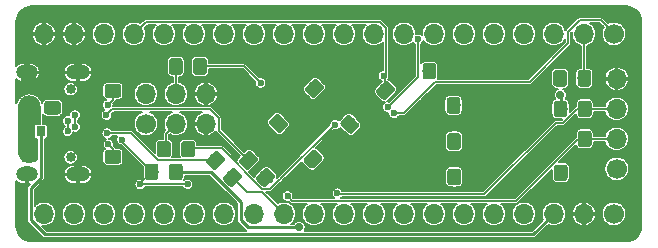
<source format=gbr>
G04 #@! TF.GenerationSoftware,KiCad,Pcbnew,(5.1.2-1)-1*
G04 #@! TF.CreationDate,2020-03-21T16:32:46+05:30*
G04 #@! TF.ProjectId,BluePill,426c7565-5069-46c6-9c2e-6b696361645f,rev?*
G04 #@! TF.SameCoordinates,Original*
G04 #@! TF.FileFunction,Copper,L2,Bot*
G04 #@! TF.FilePolarity,Positive*
%FSLAX46Y46*%
G04 Gerber Fmt 4.6, Leading zero omitted, Abs format (unit mm)*
G04 Created by KiCad (PCBNEW (5.1.2-1)-1) date 2020-03-21 16:32:46*
%MOMM*%
%LPD*%
G04 APERTURE LIST*
%ADD10O,1.700000X1.700000*%
%ADD11C,1.700000*%
%ADD12R,0.800000X0.900000*%
%ADD13C,0.100000*%
%ADD14C,1.150000*%
%ADD15C,0.850000*%
%ADD16O,1.828800X1.270000*%
%ADD17O,2.032000X1.270000*%
%ADD18C,0.600000*%
%ADD19C,0.700000*%
%ADD20C,0.127000*%
%ADD21C,0.254000*%
G04 APERTURE END LIST*
D10*
X28956000Y-20320000D03*
X28956000Y-22860000D03*
X26416000Y-20320000D03*
X26416000Y-22860000D03*
X23876000Y-20320000D03*
D11*
X23876000Y-22860000D03*
D10*
X63738125Y-19050000D03*
X63738125Y-21590000D03*
X63738125Y-24130000D03*
D11*
X63738125Y-26670000D03*
D10*
X15240000Y-30480000D03*
X17780000Y-30480000D03*
X20320000Y-30480000D03*
X22860000Y-30480000D03*
X25400000Y-30480000D03*
X27940000Y-30480000D03*
X30480000Y-30480000D03*
X33020000Y-30480000D03*
X35560000Y-30480000D03*
X38100000Y-30480000D03*
X40640000Y-30480000D03*
X43180000Y-30480000D03*
X45720000Y-30480000D03*
X48260000Y-30480000D03*
X50800000Y-30480000D03*
X53340000Y-30480000D03*
X55880000Y-30480000D03*
X58420000Y-30480000D03*
X60960000Y-30480000D03*
D11*
X63500000Y-30480000D03*
D10*
X15240000Y-15240000D03*
X17780000Y-15240000D03*
X20320000Y-15240000D03*
X22860000Y-15240000D03*
X25400000Y-15240000D03*
X27940000Y-15240000D03*
X30480000Y-15240000D03*
X33020000Y-15240000D03*
X35560000Y-15240000D03*
X38100000Y-15240000D03*
X40640000Y-15240000D03*
X43180000Y-15240000D03*
X45720000Y-15240000D03*
X48260000Y-15240000D03*
X50800000Y-15240000D03*
X53340000Y-15240000D03*
X55880000Y-15240000D03*
X58420000Y-15240000D03*
X60960000Y-15240000D03*
D11*
X63500000Y-15240000D03*
D12*
X14965200Y-23492000D03*
X14015200Y-25492000D03*
X15915200Y-25492000D03*
D13*
G36*
X61382005Y-20891204D02*
G01*
X61406273Y-20894804D01*
X61430072Y-20900765D01*
X61453171Y-20909030D01*
X61475350Y-20919520D01*
X61496393Y-20932132D01*
X61516099Y-20946747D01*
X61534277Y-20963223D01*
X61550753Y-20981401D01*
X61565368Y-21001107D01*
X61577980Y-21022150D01*
X61588470Y-21044329D01*
X61596735Y-21067428D01*
X61602696Y-21091227D01*
X61606296Y-21115495D01*
X61607500Y-21139999D01*
X61607500Y-22040001D01*
X61606296Y-22064505D01*
X61602696Y-22088773D01*
X61596735Y-22112572D01*
X61588470Y-22135671D01*
X61577980Y-22157850D01*
X61565368Y-22178893D01*
X61550753Y-22198599D01*
X61534277Y-22216777D01*
X61516099Y-22233253D01*
X61496393Y-22247868D01*
X61475350Y-22260480D01*
X61453171Y-22270970D01*
X61430072Y-22279235D01*
X61406273Y-22285196D01*
X61382005Y-22288796D01*
X61357501Y-22290000D01*
X60707499Y-22290000D01*
X60682995Y-22288796D01*
X60658727Y-22285196D01*
X60634928Y-22279235D01*
X60611829Y-22270970D01*
X60589650Y-22260480D01*
X60568607Y-22247868D01*
X60548901Y-22233253D01*
X60530723Y-22216777D01*
X60514247Y-22198599D01*
X60499632Y-22178893D01*
X60487020Y-22157850D01*
X60476530Y-22135671D01*
X60468265Y-22112572D01*
X60462304Y-22088773D01*
X60458704Y-22064505D01*
X60457500Y-22040001D01*
X60457500Y-21139999D01*
X60458704Y-21115495D01*
X60462304Y-21091227D01*
X60468265Y-21067428D01*
X60476530Y-21044329D01*
X60487020Y-21022150D01*
X60499632Y-21001107D01*
X60514247Y-20981401D01*
X60530723Y-20963223D01*
X60548901Y-20946747D01*
X60568607Y-20932132D01*
X60589650Y-20919520D01*
X60611829Y-20909030D01*
X60634928Y-20900765D01*
X60658727Y-20894804D01*
X60682995Y-20891204D01*
X60707499Y-20890000D01*
X61357501Y-20890000D01*
X61382005Y-20891204D01*
X61382005Y-20891204D01*
G37*
D14*
X61032500Y-21590000D03*
D13*
G36*
X59332005Y-20891204D02*
G01*
X59356273Y-20894804D01*
X59380072Y-20900765D01*
X59403171Y-20909030D01*
X59425350Y-20919520D01*
X59446393Y-20932132D01*
X59466099Y-20946747D01*
X59484277Y-20963223D01*
X59500753Y-20981401D01*
X59515368Y-21001107D01*
X59527980Y-21022150D01*
X59538470Y-21044329D01*
X59546735Y-21067428D01*
X59552696Y-21091227D01*
X59556296Y-21115495D01*
X59557500Y-21139999D01*
X59557500Y-22040001D01*
X59556296Y-22064505D01*
X59552696Y-22088773D01*
X59546735Y-22112572D01*
X59538470Y-22135671D01*
X59527980Y-22157850D01*
X59515368Y-22178893D01*
X59500753Y-22198599D01*
X59484277Y-22216777D01*
X59466099Y-22233253D01*
X59446393Y-22247868D01*
X59425350Y-22260480D01*
X59403171Y-22270970D01*
X59380072Y-22279235D01*
X59356273Y-22285196D01*
X59332005Y-22288796D01*
X59307501Y-22290000D01*
X58657499Y-22290000D01*
X58632995Y-22288796D01*
X58608727Y-22285196D01*
X58584928Y-22279235D01*
X58561829Y-22270970D01*
X58539650Y-22260480D01*
X58518607Y-22247868D01*
X58498901Y-22233253D01*
X58480723Y-22216777D01*
X58464247Y-22198599D01*
X58449632Y-22178893D01*
X58437020Y-22157850D01*
X58426530Y-22135671D01*
X58418265Y-22112572D01*
X58412304Y-22088773D01*
X58408704Y-22064505D01*
X58407500Y-22040001D01*
X58407500Y-21139999D01*
X58408704Y-21115495D01*
X58412304Y-21091227D01*
X58418265Y-21067428D01*
X58426530Y-21044329D01*
X58437020Y-21022150D01*
X58449632Y-21001107D01*
X58464247Y-20981401D01*
X58480723Y-20963223D01*
X58498901Y-20946747D01*
X58518607Y-20932132D01*
X58539650Y-20919520D01*
X58561829Y-20909030D01*
X58584928Y-20900765D01*
X58608727Y-20894804D01*
X58632995Y-20891204D01*
X58657499Y-20890000D01*
X59307501Y-20890000D01*
X59332005Y-20891204D01*
X59332005Y-20891204D01*
G37*
D14*
X58982500Y-21590000D03*
D13*
G36*
X29868108Y-25148412D02*
G01*
X29892376Y-25152012D01*
X29916175Y-25157973D01*
X29939274Y-25166238D01*
X29961453Y-25176728D01*
X29982496Y-25189340D01*
X30002202Y-25203955D01*
X30020380Y-25220431D01*
X30480001Y-25680052D01*
X30496477Y-25698230D01*
X30511092Y-25717936D01*
X30523704Y-25738979D01*
X30534194Y-25761158D01*
X30542459Y-25784257D01*
X30548420Y-25808056D01*
X30552020Y-25832324D01*
X30553224Y-25856828D01*
X30552020Y-25881332D01*
X30548420Y-25905600D01*
X30542459Y-25929399D01*
X30534194Y-25952498D01*
X30523704Y-25974677D01*
X30511092Y-25995720D01*
X30496477Y-26015426D01*
X30480001Y-26033604D01*
X29843604Y-26670001D01*
X29825426Y-26686477D01*
X29805720Y-26701092D01*
X29784677Y-26713704D01*
X29762498Y-26724194D01*
X29739399Y-26732459D01*
X29715600Y-26738420D01*
X29691332Y-26742020D01*
X29666828Y-26743224D01*
X29642324Y-26742020D01*
X29618056Y-26738420D01*
X29594257Y-26732459D01*
X29571158Y-26724194D01*
X29548979Y-26713704D01*
X29527936Y-26701092D01*
X29508230Y-26686477D01*
X29490052Y-26670001D01*
X29030431Y-26210380D01*
X29013955Y-26192202D01*
X28999340Y-26172496D01*
X28986728Y-26151453D01*
X28976238Y-26129274D01*
X28967973Y-26106175D01*
X28962012Y-26082376D01*
X28958412Y-26058108D01*
X28957208Y-26033604D01*
X28958412Y-26009100D01*
X28962012Y-25984832D01*
X28967973Y-25961033D01*
X28976238Y-25937934D01*
X28986728Y-25915755D01*
X28999340Y-25894712D01*
X29013955Y-25875006D01*
X29030431Y-25856828D01*
X29666828Y-25220431D01*
X29685006Y-25203955D01*
X29704712Y-25189340D01*
X29725755Y-25176728D01*
X29747934Y-25166238D01*
X29771033Y-25157973D01*
X29794832Y-25152012D01*
X29819100Y-25148412D01*
X29843604Y-25147208D01*
X29868108Y-25148412D01*
X29868108Y-25148412D01*
G37*
D14*
X29755216Y-25945216D03*
D13*
G36*
X31317676Y-26597980D02*
G01*
X31341944Y-26601580D01*
X31365743Y-26607541D01*
X31388842Y-26615806D01*
X31411021Y-26626296D01*
X31432064Y-26638908D01*
X31451770Y-26653523D01*
X31469948Y-26669999D01*
X31929569Y-27129620D01*
X31946045Y-27147798D01*
X31960660Y-27167504D01*
X31973272Y-27188547D01*
X31983762Y-27210726D01*
X31992027Y-27233825D01*
X31997988Y-27257624D01*
X32001588Y-27281892D01*
X32002792Y-27306396D01*
X32001588Y-27330900D01*
X31997988Y-27355168D01*
X31992027Y-27378967D01*
X31983762Y-27402066D01*
X31973272Y-27424245D01*
X31960660Y-27445288D01*
X31946045Y-27464994D01*
X31929569Y-27483172D01*
X31293172Y-28119569D01*
X31274994Y-28136045D01*
X31255288Y-28150660D01*
X31234245Y-28163272D01*
X31212066Y-28173762D01*
X31188967Y-28182027D01*
X31165168Y-28187988D01*
X31140900Y-28191588D01*
X31116396Y-28192792D01*
X31091892Y-28191588D01*
X31067624Y-28187988D01*
X31043825Y-28182027D01*
X31020726Y-28173762D01*
X30998547Y-28163272D01*
X30977504Y-28150660D01*
X30957798Y-28136045D01*
X30939620Y-28119569D01*
X30479999Y-27659948D01*
X30463523Y-27641770D01*
X30448908Y-27622064D01*
X30436296Y-27601021D01*
X30425806Y-27578842D01*
X30417541Y-27555743D01*
X30411580Y-27531944D01*
X30407980Y-27507676D01*
X30406776Y-27483172D01*
X30407980Y-27458668D01*
X30411580Y-27434400D01*
X30417541Y-27410601D01*
X30425806Y-27387502D01*
X30436296Y-27365323D01*
X30448908Y-27344280D01*
X30463523Y-27324574D01*
X30479999Y-27306396D01*
X31116396Y-26669999D01*
X31134574Y-26653523D01*
X31154280Y-26638908D01*
X31175323Y-26626296D01*
X31197502Y-26615806D01*
X31220601Y-26607541D01*
X31244400Y-26601580D01*
X31268668Y-26597980D01*
X31293172Y-26596776D01*
X31317676Y-26597980D01*
X31317676Y-26597980D01*
G37*
D14*
X31204784Y-27394784D03*
D13*
G36*
X61382005Y-23431204D02*
G01*
X61406273Y-23434804D01*
X61430072Y-23440765D01*
X61453171Y-23449030D01*
X61475350Y-23459520D01*
X61496393Y-23472132D01*
X61516099Y-23486747D01*
X61534277Y-23503223D01*
X61550753Y-23521401D01*
X61565368Y-23541107D01*
X61577980Y-23562150D01*
X61588470Y-23584329D01*
X61596735Y-23607428D01*
X61602696Y-23631227D01*
X61606296Y-23655495D01*
X61607500Y-23679999D01*
X61607500Y-24580001D01*
X61606296Y-24604505D01*
X61602696Y-24628773D01*
X61596735Y-24652572D01*
X61588470Y-24675671D01*
X61577980Y-24697850D01*
X61565368Y-24718893D01*
X61550753Y-24738599D01*
X61534277Y-24756777D01*
X61516099Y-24773253D01*
X61496393Y-24787868D01*
X61475350Y-24800480D01*
X61453171Y-24810970D01*
X61430072Y-24819235D01*
X61406273Y-24825196D01*
X61382005Y-24828796D01*
X61357501Y-24830000D01*
X60707499Y-24830000D01*
X60682995Y-24828796D01*
X60658727Y-24825196D01*
X60634928Y-24819235D01*
X60611829Y-24810970D01*
X60589650Y-24800480D01*
X60568607Y-24787868D01*
X60548901Y-24773253D01*
X60530723Y-24756777D01*
X60514247Y-24738599D01*
X60499632Y-24718893D01*
X60487020Y-24697850D01*
X60476530Y-24675671D01*
X60468265Y-24652572D01*
X60462304Y-24628773D01*
X60458704Y-24604505D01*
X60457500Y-24580001D01*
X60457500Y-23679999D01*
X60458704Y-23655495D01*
X60462304Y-23631227D01*
X60468265Y-23607428D01*
X60476530Y-23584329D01*
X60487020Y-23562150D01*
X60499632Y-23541107D01*
X60514247Y-23521401D01*
X60530723Y-23503223D01*
X60548901Y-23486747D01*
X60568607Y-23472132D01*
X60589650Y-23459520D01*
X60611829Y-23449030D01*
X60634928Y-23440765D01*
X60658727Y-23434804D01*
X60682995Y-23431204D01*
X60707499Y-23430000D01*
X61357501Y-23430000D01*
X61382005Y-23431204D01*
X61382005Y-23431204D01*
G37*
D14*
X61032500Y-24130000D03*
D13*
G36*
X59332005Y-23431204D02*
G01*
X59356273Y-23434804D01*
X59380072Y-23440765D01*
X59403171Y-23449030D01*
X59425350Y-23459520D01*
X59446393Y-23472132D01*
X59466099Y-23486747D01*
X59484277Y-23503223D01*
X59500753Y-23521401D01*
X59515368Y-23541107D01*
X59527980Y-23562150D01*
X59538470Y-23584329D01*
X59546735Y-23607428D01*
X59552696Y-23631227D01*
X59556296Y-23655495D01*
X59557500Y-23679999D01*
X59557500Y-24580001D01*
X59556296Y-24604505D01*
X59552696Y-24628773D01*
X59546735Y-24652572D01*
X59538470Y-24675671D01*
X59527980Y-24697850D01*
X59515368Y-24718893D01*
X59500753Y-24738599D01*
X59484277Y-24756777D01*
X59466099Y-24773253D01*
X59446393Y-24787868D01*
X59425350Y-24800480D01*
X59403171Y-24810970D01*
X59380072Y-24819235D01*
X59356273Y-24825196D01*
X59332005Y-24828796D01*
X59307501Y-24830000D01*
X58657499Y-24830000D01*
X58632995Y-24828796D01*
X58608727Y-24825196D01*
X58584928Y-24819235D01*
X58561829Y-24810970D01*
X58539650Y-24800480D01*
X58518607Y-24787868D01*
X58498901Y-24773253D01*
X58480723Y-24756777D01*
X58464247Y-24738599D01*
X58449632Y-24718893D01*
X58437020Y-24697850D01*
X58426530Y-24675671D01*
X58418265Y-24652572D01*
X58412304Y-24628773D01*
X58408704Y-24604505D01*
X58407500Y-24580001D01*
X58407500Y-23679999D01*
X58408704Y-23655495D01*
X58412304Y-23631227D01*
X58418265Y-23607428D01*
X58426530Y-23584329D01*
X58437020Y-23562150D01*
X58449632Y-23541107D01*
X58464247Y-23521401D01*
X58480723Y-23503223D01*
X58498901Y-23486747D01*
X58518607Y-23472132D01*
X58539650Y-23459520D01*
X58561829Y-23449030D01*
X58584928Y-23440765D01*
X58608727Y-23434804D01*
X58632995Y-23431204D01*
X58657499Y-23430000D01*
X59307501Y-23430000D01*
X59332005Y-23431204D01*
X59332005Y-23431204D01*
G37*
D14*
X58982500Y-24130000D03*
D13*
G36*
X32662108Y-25148412D02*
G01*
X32686376Y-25152012D01*
X32710175Y-25157973D01*
X32733274Y-25166238D01*
X32755453Y-25176728D01*
X32776496Y-25189340D01*
X32796202Y-25203955D01*
X32814380Y-25220431D01*
X33274001Y-25680052D01*
X33290477Y-25698230D01*
X33305092Y-25717936D01*
X33317704Y-25738979D01*
X33328194Y-25761158D01*
X33336459Y-25784257D01*
X33342420Y-25808056D01*
X33346020Y-25832324D01*
X33347224Y-25856828D01*
X33346020Y-25881332D01*
X33342420Y-25905600D01*
X33336459Y-25929399D01*
X33328194Y-25952498D01*
X33317704Y-25974677D01*
X33305092Y-25995720D01*
X33290477Y-26015426D01*
X33274001Y-26033604D01*
X32637604Y-26670001D01*
X32619426Y-26686477D01*
X32599720Y-26701092D01*
X32578677Y-26713704D01*
X32556498Y-26724194D01*
X32533399Y-26732459D01*
X32509600Y-26738420D01*
X32485332Y-26742020D01*
X32460828Y-26743224D01*
X32436324Y-26742020D01*
X32412056Y-26738420D01*
X32388257Y-26732459D01*
X32365158Y-26724194D01*
X32342979Y-26713704D01*
X32321936Y-26701092D01*
X32302230Y-26686477D01*
X32284052Y-26670001D01*
X31824431Y-26210380D01*
X31807955Y-26192202D01*
X31793340Y-26172496D01*
X31780728Y-26151453D01*
X31770238Y-26129274D01*
X31761973Y-26106175D01*
X31756012Y-26082376D01*
X31752412Y-26058108D01*
X31751208Y-26033604D01*
X31752412Y-26009100D01*
X31756012Y-25984832D01*
X31761973Y-25961033D01*
X31770238Y-25937934D01*
X31780728Y-25915755D01*
X31793340Y-25894712D01*
X31807955Y-25875006D01*
X31824431Y-25856828D01*
X32460828Y-25220431D01*
X32479006Y-25203955D01*
X32498712Y-25189340D01*
X32519755Y-25176728D01*
X32541934Y-25166238D01*
X32565033Y-25157973D01*
X32588832Y-25152012D01*
X32613100Y-25148412D01*
X32637604Y-25147208D01*
X32662108Y-25148412D01*
X32662108Y-25148412D01*
G37*
D14*
X32549216Y-25945216D03*
D13*
G36*
X34111676Y-26597980D02*
G01*
X34135944Y-26601580D01*
X34159743Y-26607541D01*
X34182842Y-26615806D01*
X34205021Y-26626296D01*
X34226064Y-26638908D01*
X34245770Y-26653523D01*
X34263948Y-26669999D01*
X34723569Y-27129620D01*
X34740045Y-27147798D01*
X34754660Y-27167504D01*
X34767272Y-27188547D01*
X34777762Y-27210726D01*
X34786027Y-27233825D01*
X34791988Y-27257624D01*
X34795588Y-27281892D01*
X34796792Y-27306396D01*
X34795588Y-27330900D01*
X34791988Y-27355168D01*
X34786027Y-27378967D01*
X34777762Y-27402066D01*
X34767272Y-27424245D01*
X34754660Y-27445288D01*
X34740045Y-27464994D01*
X34723569Y-27483172D01*
X34087172Y-28119569D01*
X34068994Y-28136045D01*
X34049288Y-28150660D01*
X34028245Y-28163272D01*
X34006066Y-28173762D01*
X33982967Y-28182027D01*
X33959168Y-28187988D01*
X33934900Y-28191588D01*
X33910396Y-28192792D01*
X33885892Y-28191588D01*
X33861624Y-28187988D01*
X33837825Y-28182027D01*
X33814726Y-28173762D01*
X33792547Y-28163272D01*
X33771504Y-28150660D01*
X33751798Y-28136045D01*
X33733620Y-28119569D01*
X33273999Y-27659948D01*
X33257523Y-27641770D01*
X33242908Y-27622064D01*
X33230296Y-27601021D01*
X33219806Y-27578842D01*
X33211541Y-27555743D01*
X33205580Y-27531944D01*
X33201980Y-27507676D01*
X33200776Y-27483172D01*
X33201980Y-27458668D01*
X33205580Y-27434400D01*
X33211541Y-27410601D01*
X33219806Y-27387502D01*
X33230296Y-27365323D01*
X33242908Y-27344280D01*
X33257523Y-27324574D01*
X33273999Y-27306396D01*
X33910396Y-26669999D01*
X33928574Y-26653523D01*
X33948280Y-26638908D01*
X33969323Y-26626296D01*
X33991502Y-26615806D01*
X34014601Y-26607541D01*
X34038400Y-26601580D01*
X34062668Y-26597980D01*
X34087172Y-26596776D01*
X34111676Y-26597980D01*
X34111676Y-26597980D01*
G37*
D14*
X33998784Y-27394784D03*
D13*
G36*
X21556505Y-25080204D02*
G01*
X21580773Y-25083804D01*
X21604572Y-25089765D01*
X21627671Y-25098030D01*
X21649850Y-25108520D01*
X21670893Y-25121132D01*
X21690599Y-25135747D01*
X21708777Y-25152223D01*
X21725253Y-25170401D01*
X21739868Y-25190107D01*
X21752480Y-25211150D01*
X21762970Y-25233329D01*
X21771235Y-25256428D01*
X21777196Y-25280227D01*
X21780796Y-25304495D01*
X21782000Y-25328999D01*
X21782000Y-25979001D01*
X21780796Y-26003505D01*
X21777196Y-26027773D01*
X21771235Y-26051572D01*
X21762970Y-26074671D01*
X21752480Y-26096850D01*
X21739868Y-26117893D01*
X21725253Y-26137599D01*
X21708777Y-26155777D01*
X21690599Y-26172253D01*
X21670893Y-26186868D01*
X21649850Y-26199480D01*
X21627671Y-26209970D01*
X21604572Y-26218235D01*
X21580773Y-26224196D01*
X21556505Y-26227796D01*
X21532001Y-26229000D01*
X20631999Y-26229000D01*
X20607495Y-26227796D01*
X20583227Y-26224196D01*
X20559428Y-26218235D01*
X20536329Y-26209970D01*
X20514150Y-26199480D01*
X20493107Y-26186868D01*
X20473401Y-26172253D01*
X20455223Y-26155777D01*
X20438747Y-26137599D01*
X20424132Y-26117893D01*
X20411520Y-26096850D01*
X20401030Y-26074671D01*
X20392765Y-26051572D01*
X20386804Y-26027773D01*
X20383204Y-26003505D01*
X20382000Y-25979001D01*
X20382000Y-25328999D01*
X20383204Y-25304495D01*
X20386804Y-25280227D01*
X20392765Y-25256428D01*
X20401030Y-25233329D01*
X20411520Y-25211150D01*
X20424132Y-25190107D01*
X20438747Y-25170401D01*
X20455223Y-25152223D01*
X20473401Y-25135747D01*
X20493107Y-25121132D01*
X20514150Y-25108520D01*
X20536329Y-25098030D01*
X20559428Y-25089765D01*
X20583227Y-25083804D01*
X20607495Y-25080204D01*
X20631999Y-25079000D01*
X21532001Y-25079000D01*
X21556505Y-25080204D01*
X21556505Y-25080204D01*
G37*
D14*
X21082000Y-25654000D03*
D13*
G36*
X21556505Y-27130204D02*
G01*
X21580773Y-27133804D01*
X21604572Y-27139765D01*
X21627671Y-27148030D01*
X21649850Y-27158520D01*
X21670893Y-27171132D01*
X21690599Y-27185747D01*
X21708777Y-27202223D01*
X21725253Y-27220401D01*
X21739868Y-27240107D01*
X21752480Y-27261150D01*
X21762970Y-27283329D01*
X21771235Y-27306428D01*
X21777196Y-27330227D01*
X21780796Y-27354495D01*
X21782000Y-27378999D01*
X21782000Y-28029001D01*
X21780796Y-28053505D01*
X21777196Y-28077773D01*
X21771235Y-28101572D01*
X21762970Y-28124671D01*
X21752480Y-28146850D01*
X21739868Y-28167893D01*
X21725253Y-28187599D01*
X21708777Y-28205777D01*
X21690599Y-28222253D01*
X21670893Y-28236868D01*
X21649850Y-28249480D01*
X21627671Y-28259970D01*
X21604572Y-28268235D01*
X21580773Y-28274196D01*
X21556505Y-28277796D01*
X21532001Y-28279000D01*
X20631999Y-28279000D01*
X20607495Y-28277796D01*
X20583227Y-28274196D01*
X20559428Y-28268235D01*
X20536329Y-28259970D01*
X20514150Y-28249480D01*
X20493107Y-28236868D01*
X20473401Y-28222253D01*
X20455223Y-28205777D01*
X20438747Y-28187599D01*
X20424132Y-28167893D01*
X20411520Y-28146850D01*
X20401030Y-28124671D01*
X20392765Y-28101572D01*
X20386804Y-28077773D01*
X20383204Y-28053505D01*
X20382000Y-28029001D01*
X20382000Y-27378999D01*
X20383204Y-27354495D01*
X20386804Y-27330227D01*
X20392765Y-27306428D01*
X20401030Y-27283329D01*
X20411520Y-27261150D01*
X20424132Y-27240107D01*
X20438747Y-27220401D01*
X20455223Y-27202223D01*
X20473401Y-27185747D01*
X20493107Y-27171132D01*
X20514150Y-27158520D01*
X20536329Y-27148030D01*
X20559428Y-27139765D01*
X20583227Y-27133804D01*
X20607495Y-27130204D01*
X20631999Y-27129000D01*
X21532001Y-27129000D01*
X21556505Y-27130204D01*
X21556505Y-27130204D01*
G37*
D14*
X21082000Y-27704000D03*
D13*
G36*
X21556505Y-19492204D02*
G01*
X21580773Y-19495804D01*
X21604572Y-19501765D01*
X21627671Y-19510030D01*
X21649850Y-19520520D01*
X21670893Y-19533132D01*
X21690599Y-19547747D01*
X21708777Y-19564223D01*
X21725253Y-19582401D01*
X21739868Y-19602107D01*
X21752480Y-19623150D01*
X21762970Y-19645329D01*
X21771235Y-19668428D01*
X21777196Y-19692227D01*
X21780796Y-19716495D01*
X21782000Y-19740999D01*
X21782000Y-20391001D01*
X21780796Y-20415505D01*
X21777196Y-20439773D01*
X21771235Y-20463572D01*
X21762970Y-20486671D01*
X21752480Y-20508850D01*
X21739868Y-20529893D01*
X21725253Y-20549599D01*
X21708777Y-20567777D01*
X21690599Y-20584253D01*
X21670893Y-20598868D01*
X21649850Y-20611480D01*
X21627671Y-20621970D01*
X21604572Y-20630235D01*
X21580773Y-20636196D01*
X21556505Y-20639796D01*
X21532001Y-20641000D01*
X20631999Y-20641000D01*
X20607495Y-20639796D01*
X20583227Y-20636196D01*
X20559428Y-20630235D01*
X20536329Y-20621970D01*
X20514150Y-20611480D01*
X20493107Y-20598868D01*
X20473401Y-20584253D01*
X20455223Y-20567777D01*
X20438747Y-20549599D01*
X20424132Y-20529893D01*
X20411520Y-20508850D01*
X20401030Y-20486671D01*
X20392765Y-20463572D01*
X20386804Y-20439773D01*
X20383204Y-20415505D01*
X20382000Y-20391001D01*
X20382000Y-19740999D01*
X20383204Y-19716495D01*
X20386804Y-19692227D01*
X20392765Y-19668428D01*
X20401030Y-19645329D01*
X20411520Y-19623150D01*
X20424132Y-19602107D01*
X20438747Y-19582401D01*
X20455223Y-19564223D01*
X20473401Y-19547747D01*
X20493107Y-19533132D01*
X20514150Y-19520520D01*
X20536329Y-19510030D01*
X20559428Y-19501765D01*
X20583227Y-19495804D01*
X20607495Y-19492204D01*
X20631999Y-19491000D01*
X21532001Y-19491000D01*
X21556505Y-19492204D01*
X21556505Y-19492204D01*
G37*
D14*
X21082000Y-20066000D03*
D13*
G36*
X21556505Y-17442204D02*
G01*
X21580773Y-17445804D01*
X21604572Y-17451765D01*
X21627671Y-17460030D01*
X21649850Y-17470520D01*
X21670893Y-17483132D01*
X21690599Y-17497747D01*
X21708777Y-17514223D01*
X21725253Y-17532401D01*
X21739868Y-17552107D01*
X21752480Y-17573150D01*
X21762970Y-17595329D01*
X21771235Y-17618428D01*
X21777196Y-17642227D01*
X21780796Y-17666495D01*
X21782000Y-17690999D01*
X21782000Y-18341001D01*
X21780796Y-18365505D01*
X21777196Y-18389773D01*
X21771235Y-18413572D01*
X21762970Y-18436671D01*
X21752480Y-18458850D01*
X21739868Y-18479893D01*
X21725253Y-18499599D01*
X21708777Y-18517777D01*
X21690599Y-18534253D01*
X21670893Y-18548868D01*
X21649850Y-18561480D01*
X21627671Y-18571970D01*
X21604572Y-18580235D01*
X21580773Y-18586196D01*
X21556505Y-18589796D01*
X21532001Y-18591000D01*
X20631999Y-18591000D01*
X20607495Y-18589796D01*
X20583227Y-18586196D01*
X20559428Y-18580235D01*
X20536329Y-18571970D01*
X20514150Y-18561480D01*
X20493107Y-18548868D01*
X20473401Y-18534253D01*
X20455223Y-18517777D01*
X20438747Y-18499599D01*
X20424132Y-18479893D01*
X20411520Y-18458850D01*
X20401030Y-18436671D01*
X20392765Y-18413572D01*
X20386804Y-18389773D01*
X20383204Y-18365505D01*
X20382000Y-18341001D01*
X20382000Y-17690999D01*
X20383204Y-17666495D01*
X20386804Y-17642227D01*
X20392765Y-17618428D01*
X20401030Y-17595329D01*
X20411520Y-17573150D01*
X20424132Y-17552107D01*
X20438747Y-17532401D01*
X20455223Y-17514223D01*
X20473401Y-17497747D01*
X20493107Y-17483132D01*
X20514150Y-17470520D01*
X20536329Y-17460030D01*
X20559428Y-17451765D01*
X20583227Y-17445804D01*
X20607495Y-17442204D01*
X20631999Y-17441000D01*
X21532001Y-17441000D01*
X21556505Y-17442204D01*
X21556505Y-17442204D01*
G37*
D14*
X21082000Y-18016000D03*
D13*
G36*
X61349505Y-18301204D02*
G01*
X61373773Y-18304804D01*
X61397572Y-18310765D01*
X61420671Y-18319030D01*
X61442850Y-18329520D01*
X61463893Y-18342132D01*
X61483599Y-18356747D01*
X61501777Y-18373223D01*
X61518253Y-18391401D01*
X61532868Y-18411107D01*
X61545480Y-18432150D01*
X61555970Y-18454329D01*
X61564235Y-18477428D01*
X61570196Y-18501227D01*
X61573796Y-18525495D01*
X61575000Y-18549999D01*
X61575000Y-19450001D01*
X61573796Y-19474505D01*
X61570196Y-19498773D01*
X61564235Y-19522572D01*
X61555970Y-19545671D01*
X61545480Y-19567850D01*
X61532868Y-19588893D01*
X61518253Y-19608599D01*
X61501777Y-19626777D01*
X61483599Y-19643253D01*
X61463893Y-19657868D01*
X61442850Y-19670480D01*
X61420671Y-19680970D01*
X61397572Y-19689235D01*
X61373773Y-19695196D01*
X61349505Y-19698796D01*
X61325001Y-19700000D01*
X60674999Y-19700000D01*
X60650495Y-19698796D01*
X60626227Y-19695196D01*
X60602428Y-19689235D01*
X60579329Y-19680970D01*
X60557150Y-19670480D01*
X60536107Y-19657868D01*
X60516401Y-19643253D01*
X60498223Y-19626777D01*
X60481747Y-19608599D01*
X60467132Y-19588893D01*
X60454520Y-19567850D01*
X60444030Y-19545671D01*
X60435765Y-19522572D01*
X60429804Y-19498773D01*
X60426204Y-19474505D01*
X60425000Y-19450001D01*
X60425000Y-18549999D01*
X60426204Y-18525495D01*
X60429804Y-18501227D01*
X60435765Y-18477428D01*
X60444030Y-18454329D01*
X60454520Y-18432150D01*
X60467132Y-18411107D01*
X60481747Y-18391401D01*
X60498223Y-18373223D01*
X60516401Y-18356747D01*
X60536107Y-18342132D01*
X60557150Y-18329520D01*
X60579329Y-18319030D01*
X60602428Y-18310765D01*
X60626227Y-18304804D01*
X60650495Y-18301204D01*
X60674999Y-18300000D01*
X61325001Y-18300000D01*
X61349505Y-18301204D01*
X61349505Y-18301204D01*
G37*
D14*
X61000000Y-19000000D03*
D13*
G36*
X59299505Y-18301204D02*
G01*
X59323773Y-18304804D01*
X59347572Y-18310765D01*
X59370671Y-18319030D01*
X59392850Y-18329520D01*
X59413893Y-18342132D01*
X59433599Y-18356747D01*
X59451777Y-18373223D01*
X59468253Y-18391401D01*
X59482868Y-18411107D01*
X59495480Y-18432150D01*
X59505970Y-18454329D01*
X59514235Y-18477428D01*
X59520196Y-18501227D01*
X59523796Y-18525495D01*
X59525000Y-18549999D01*
X59525000Y-19450001D01*
X59523796Y-19474505D01*
X59520196Y-19498773D01*
X59514235Y-19522572D01*
X59505970Y-19545671D01*
X59495480Y-19567850D01*
X59482868Y-19588893D01*
X59468253Y-19608599D01*
X59451777Y-19626777D01*
X59433599Y-19643253D01*
X59413893Y-19657868D01*
X59392850Y-19670480D01*
X59370671Y-19680970D01*
X59347572Y-19689235D01*
X59323773Y-19695196D01*
X59299505Y-19698796D01*
X59275001Y-19700000D01*
X58624999Y-19700000D01*
X58600495Y-19698796D01*
X58576227Y-19695196D01*
X58552428Y-19689235D01*
X58529329Y-19680970D01*
X58507150Y-19670480D01*
X58486107Y-19657868D01*
X58466401Y-19643253D01*
X58448223Y-19626777D01*
X58431747Y-19608599D01*
X58417132Y-19588893D01*
X58404520Y-19567850D01*
X58394030Y-19545671D01*
X58385765Y-19522572D01*
X58379804Y-19498773D01*
X58376204Y-19474505D01*
X58375000Y-19450001D01*
X58375000Y-18549999D01*
X58376204Y-18525495D01*
X58379804Y-18501227D01*
X58385765Y-18477428D01*
X58394030Y-18454329D01*
X58404520Y-18432150D01*
X58417132Y-18411107D01*
X58431747Y-18391401D01*
X58448223Y-18373223D01*
X58466401Y-18356747D01*
X58486107Y-18342132D01*
X58507150Y-18329520D01*
X58529329Y-18319030D01*
X58552428Y-18310765D01*
X58576227Y-18304804D01*
X58600495Y-18301204D01*
X58624999Y-18300000D01*
X59275001Y-18300000D01*
X59299505Y-18301204D01*
X59299505Y-18301204D01*
G37*
D14*
X58950000Y-19000000D03*
D13*
G36*
X61399505Y-26301204D02*
G01*
X61423773Y-26304804D01*
X61447572Y-26310765D01*
X61470671Y-26319030D01*
X61492850Y-26329520D01*
X61513893Y-26342132D01*
X61533599Y-26356747D01*
X61551777Y-26373223D01*
X61568253Y-26391401D01*
X61582868Y-26411107D01*
X61595480Y-26432150D01*
X61605970Y-26454329D01*
X61614235Y-26477428D01*
X61620196Y-26501227D01*
X61623796Y-26525495D01*
X61625000Y-26549999D01*
X61625000Y-27450001D01*
X61623796Y-27474505D01*
X61620196Y-27498773D01*
X61614235Y-27522572D01*
X61605970Y-27545671D01*
X61595480Y-27567850D01*
X61582868Y-27588893D01*
X61568253Y-27608599D01*
X61551777Y-27626777D01*
X61533599Y-27643253D01*
X61513893Y-27657868D01*
X61492850Y-27670480D01*
X61470671Y-27680970D01*
X61447572Y-27689235D01*
X61423773Y-27695196D01*
X61399505Y-27698796D01*
X61375001Y-27700000D01*
X60724999Y-27700000D01*
X60700495Y-27698796D01*
X60676227Y-27695196D01*
X60652428Y-27689235D01*
X60629329Y-27680970D01*
X60607150Y-27670480D01*
X60586107Y-27657868D01*
X60566401Y-27643253D01*
X60548223Y-27626777D01*
X60531747Y-27608599D01*
X60517132Y-27588893D01*
X60504520Y-27567850D01*
X60494030Y-27545671D01*
X60485765Y-27522572D01*
X60479804Y-27498773D01*
X60476204Y-27474505D01*
X60475000Y-27450001D01*
X60475000Y-26549999D01*
X60476204Y-26525495D01*
X60479804Y-26501227D01*
X60485765Y-26477428D01*
X60494030Y-26454329D01*
X60504520Y-26432150D01*
X60517132Y-26411107D01*
X60531747Y-26391401D01*
X60548223Y-26373223D01*
X60566401Y-26356747D01*
X60586107Y-26342132D01*
X60607150Y-26329520D01*
X60629329Y-26319030D01*
X60652428Y-26310765D01*
X60676227Y-26304804D01*
X60700495Y-26301204D01*
X60724999Y-26300000D01*
X61375001Y-26300000D01*
X61399505Y-26301204D01*
X61399505Y-26301204D01*
G37*
D14*
X61050000Y-27000000D03*
D13*
G36*
X59349505Y-26301204D02*
G01*
X59373773Y-26304804D01*
X59397572Y-26310765D01*
X59420671Y-26319030D01*
X59442850Y-26329520D01*
X59463893Y-26342132D01*
X59483599Y-26356747D01*
X59501777Y-26373223D01*
X59518253Y-26391401D01*
X59532868Y-26411107D01*
X59545480Y-26432150D01*
X59555970Y-26454329D01*
X59564235Y-26477428D01*
X59570196Y-26501227D01*
X59573796Y-26525495D01*
X59575000Y-26549999D01*
X59575000Y-27450001D01*
X59573796Y-27474505D01*
X59570196Y-27498773D01*
X59564235Y-27522572D01*
X59555970Y-27545671D01*
X59545480Y-27567850D01*
X59532868Y-27588893D01*
X59518253Y-27608599D01*
X59501777Y-27626777D01*
X59483599Y-27643253D01*
X59463893Y-27657868D01*
X59442850Y-27670480D01*
X59420671Y-27680970D01*
X59397572Y-27689235D01*
X59373773Y-27695196D01*
X59349505Y-27698796D01*
X59325001Y-27700000D01*
X58674999Y-27700000D01*
X58650495Y-27698796D01*
X58626227Y-27695196D01*
X58602428Y-27689235D01*
X58579329Y-27680970D01*
X58557150Y-27670480D01*
X58536107Y-27657868D01*
X58516401Y-27643253D01*
X58498223Y-27626777D01*
X58481747Y-27608599D01*
X58467132Y-27588893D01*
X58454520Y-27567850D01*
X58444030Y-27545671D01*
X58435765Y-27522572D01*
X58429804Y-27498773D01*
X58426204Y-27474505D01*
X58425000Y-27450001D01*
X58425000Y-26549999D01*
X58426204Y-26525495D01*
X58429804Y-26501227D01*
X58435765Y-26477428D01*
X58444030Y-26454329D01*
X58454520Y-26432150D01*
X58467132Y-26411107D01*
X58481747Y-26391401D01*
X58498223Y-26373223D01*
X58516401Y-26356747D01*
X58536107Y-26342132D01*
X58557150Y-26329520D01*
X58579329Y-26319030D01*
X58602428Y-26310765D01*
X58626227Y-26304804D01*
X58650495Y-26301204D01*
X58674999Y-26300000D01*
X59325001Y-26300000D01*
X59349505Y-26301204D01*
X59349505Y-26301204D01*
G37*
D14*
X59000000Y-27000000D03*
D13*
G36*
X28806505Y-17301204D02*
G01*
X28830773Y-17304804D01*
X28854572Y-17310765D01*
X28877671Y-17319030D01*
X28899850Y-17329520D01*
X28920893Y-17342132D01*
X28940599Y-17356747D01*
X28958777Y-17373223D01*
X28975253Y-17391401D01*
X28989868Y-17411107D01*
X29002480Y-17432150D01*
X29012970Y-17454329D01*
X29021235Y-17477428D01*
X29027196Y-17501227D01*
X29030796Y-17525495D01*
X29032000Y-17549999D01*
X29032000Y-18450001D01*
X29030796Y-18474505D01*
X29027196Y-18498773D01*
X29021235Y-18522572D01*
X29012970Y-18545671D01*
X29002480Y-18567850D01*
X28989868Y-18588893D01*
X28975253Y-18608599D01*
X28958777Y-18626777D01*
X28940599Y-18643253D01*
X28920893Y-18657868D01*
X28899850Y-18670480D01*
X28877671Y-18680970D01*
X28854572Y-18689235D01*
X28830773Y-18695196D01*
X28806505Y-18698796D01*
X28782001Y-18700000D01*
X28131999Y-18700000D01*
X28107495Y-18698796D01*
X28083227Y-18695196D01*
X28059428Y-18689235D01*
X28036329Y-18680970D01*
X28014150Y-18670480D01*
X27993107Y-18657868D01*
X27973401Y-18643253D01*
X27955223Y-18626777D01*
X27938747Y-18608599D01*
X27924132Y-18588893D01*
X27911520Y-18567850D01*
X27901030Y-18545671D01*
X27892765Y-18522572D01*
X27886804Y-18498773D01*
X27883204Y-18474505D01*
X27882000Y-18450001D01*
X27882000Y-17549999D01*
X27883204Y-17525495D01*
X27886804Y-17501227D01*
X27892765Y-17477428D01*
X27901030Y-17454329D01*
X27911520Y-17432150D01*
X27924132Y-17411107D01*
X27938747Y-17391401D01*
X27955223Y-17373223D01*
X27973401Y-17356747D01*
X27993107Y-17342132D01*
X28014150Y-17329520D01*
X28036329Y-17319030D01*
X28059428Y-17310765D01*
X28083227Y-17304804D01*
X28107495Y-17301204D01*
X28131999Y-17300000D01*
X28782001Y-17300000D01*
X28806505Y-17301204D01*
X28806505Y-17301204D01*
G37*
D14*
X28457000Y-18000000D03*
D13*
G36*
X26756505Y-17301204D02*
G01*
X26780773Y-17304804D01*
X26804572Y-17310765D01*
X26827671Y-17319030D01*
X26849850Y-17329520D01*
X26870893Y-17342132D01*
X26890599Y-17356747D01*
X26908777Y-17373223D01*
X26925253Y-17391401D01*
X26939868Y-17411107D01*
X26952480Y-17432150D01*
X26962970Y-17454329D01*
X26971235Y-17477428D01*
X26977196Y-17501227D01*
X26980796Y-17525495D01*
X26982000Y-17549999D01*
X26982000Y-18450001D01*
X26980796Y-18474505D01*
X26977196Y-18498773D01*
X26971235Y-18522572D01*
X26962970Y-18545671D01*
X26952480Y-18567850D01*
X26939868Y-18588893D01*
X26925253Y-18608599D01*
X26908777Y-18626777D01*
X26890599Y-18643253D01*
X26870893Y-18657868D01*
X26849850Y-18670480D01*
X26827671Y-18680970D01*
X26804572Y-18689235D01*
X26780773Y-18695196D01*
X26756505Y-18698796D01*
X26732001Y-18700000D01*
X26081999Y-18700000D01*
X26057495Y-18698796D01*
X26033227Y-18695196D01*
X26009428Y-18689235D01*
X25986329Y-18680970D01*
X25964150Y-18670480D01*
X25943107Y-18657868D01*
X25923401Y-18643253D01*
X25905223Y-18626777D01*
X25888747Y-18608599D01*
X25874132Y-18588893D01*
X25861520Y-18567850D01*
X25851030Y-18545671D01*
X25842765Y-18522572D01*
X25836804Y-18498773D01*
X25833204Y-18474505D01*
X25832000Y-18450001D01*
X25832000Y-17549999D01*
X25833204Y-17525495D01*
X25836804Y-17501227D01*
X25842765Y-17477428D01*
X25851030Y-17454329D01*
X25861520Y-17432150D01*
X25874132Y-17411107D01*
X25888747Y-17391401D01*
X25905223Y-17373223D01*
X25923401Y-17356747D01*
X25943107Y-17342132D01*
X25964150Y-17329520D01*
X25986329Y-17319030D01*
X26009428Y-17310765D01*
X26033227Y-17304804D01*
X26057495Y-17301204D01*
X26081999Y-17300000D01*
X26732001Y-17300000D01*
X26756505Y-17301204D01*
X26756505Y-17301204D01*
G37*
D14*
X26407000Y-18000000D03*
D13*
G36*
X27799505Y-24301204D02*
G01*
X27823773Y-24304804D01*
X27847572Y-24310765D01*
X27870671Y-24319030D01*
X27892850Y-24329520D01*
X27913893Y-24342132D01*
X27933599Y-24356747D01*
X27951777Y-24373223D01*
X27968253Y-24391401D01*
X27982868Y-24411107D01*
X27995480Y-24432150D01*
X28005970Y-24454329D01*
X28014235Y-24477428D01*
X28020196Y-24501227D01*
X28023796Y-24525495D01*
X28025000Y-24549999D01*
X28025000Y-25450001D01*
X28023796Y-25474505D01*
X28020196Y-25498773D01*
X28014235Y-25522572D01*
X28005970Y-25545671D01*
X27995480Y-25567850D01*
X27982868Y-25588893D01*
X27968253Y-25608599D01*
X27951777Y-25626777D01*
X27933599Y-25643253D01*
X27913893Y-25657868D01*
X27892850Y-25670480D01*
X27870671Y-25680970D01*
X27847572Y-25689235D01*
X27823773Y-25695196D01*
X27799505Y-25698796D01*
X27775001Y-25700000D01*
X27124999Y-25700000D01*
X27100495Y-25698796D01*
X27076227Y-25695196D01*
X27052428Y-25689235D01*
X27029329Y-25680970D01*
X27007150Y-25670480D01*
X26986107Y-25657868D01*
X26966401Y-25643253D01*
X26948223Y-25626777D01*
X26931747Y-25608599D01*
X26917132Y-25588893D01*
X26904520Y-25567850D01*
X26894030Y-25545671D01*
X26885765Y-25522572D01*
X26879804Y-25498773D01*
X26876204Y-25474505D01*
X26875000Y-25450001D01*
X26875000Y-24549999D01*
X26876204Y-24525495D01*
X26879804Y-24501227D01*
X26885765Y-24477428D01*
X26894030Y-24454329D01*
X26904520Y-24432150D01*
X26917132Y-24411107D01*
X26931747Y-24391401D01*
X26948223Y-24373223D01*
X26966401Y-24356747D01*
X26986107Y-24342132D01*
X27007150Y-24329520D01*
X27029329Y-24319030D01*
X27052428Y-24310765D01*
X27076227Y-24304804D01*
X27100495Y-24301204D01*
X27124999Y-24300000D01*
X27775001Y-24300000D01*
X27799505Y-24301204D01*
X27799505Y-24301204D01*
G37*
D14*
X27450000Y-25000000D03*
D13*
G36*
X25749505Y-24301204D02*
G01*
X25773773Y-24304804D01*
X25797572Y-24310765D01*
X25820671Y-24319030D01*
X25842850Y-24329520D01*
X25863893Y-24342132D01*
X25883599Y-24356747D01*
X25901777Y-24373223D01*
X25918253Y-24391401D01*
X25932868Y-24411107D01*
X25945480Y-24432150D01*
X25955970Y-24454329D01*
X25964235Y-24477428D01*
X25970196Y-24501227D01*
X25973796Y-24525495D01*
X25975000Y-24549999D01*
X25975000Y-25450001D01*
X25973796Y-25474505D01*
X25970196Y-25498773D01*
X25964235Y-25522572D01*
X25955970Y-25545671D01*
X25945480Y-25567850D01*
X25932868Y-25588893D01*
X25918253Y-25608599D01*
X25901777Y-25626777D01*
X25883599Y-25643253D01*
X25863893Y-25657868D01*
X25842850Y-25670480D01*
X25820671Y-25680970D01*
X25797572Y-25689235D01*
X25773773Y-25695196D01*
X25749505Y-25698796D01*
X25725001Y-25700000D01*
X25074999Y-25700000D01*
X25050495Y-25698796D01*
X25026227Y-25695196D01*
X25002428Y-25689235D01*
X24979329Y-25680970D01*
X24957150Y-25670480D01*
X24936107Y-25657868D01*
X24916401Y-25643253D01*
X24898223Y-25626777D01*
X24881747Y-25608599D01*
X24867132Y-25588893D01*
X24854520Y-25567850D01*
X24844030Y-25545671D01*
X24835765Y-25522572D01*
X24829804Y-25498773D01*
X24826204Y-25474505D01*
X24825000Y-25450001D01*
X24825000Y-24549999D01*
X24826204Y-24525495D01*
X24829804Y-24501227D01*
X24835765Y-24477428D01*
X24844030Y-24454329D01*
X24854520Y-24432150D01*
X24867132Y-24411107D01*
X24881747Y-24391401D01*
X24898223Y-24373223D01*
X24916401Y-24356747D01*
X24936107Y-24342132D01*
X24957150Y-24329520D01*
X24979329Y-24319030D01*
X25002428Y-24310765D01*
X25026227Y-24304804D01*
X25050495Y-24301204D01*
X25074999Y-24300000D01*
X25725001Y-24300000D01*
X25749505Y-24301204D01*
X25749505Y-24301204D01*
G37*
D14*
X25400000Y-25000000D03*
D13*
G36*
X24715505Y-26225204D02*
G01*
X24739773Y-26228804D01*
X24763572Y-26234765D01*
X24786671Y-26243030D01*
X24808850Y-26253520D01*
X24829893Y-26266132D01*
X24849599Y-26280747D01*
X24867777Y-26297223D01*
X24884253Y-26315401D01*
X24898868Y-26335107D01*
X24911480Y-26356150D01*
X24921970Y-26378329D01*
X24930235Y-26401428D01*
X24936196Y-26425227D01*
X24939796Y-26449495D01*
X24941000Y-26473999D01*
X24941000Y-27374001D01*
X24939796Y-27398505D01*
X24936196Y-27422773D01*
X24930235Y-27446572D01*
X24921970Y-27469671D01*
X24911480Y-27491850D01*
X24898868Y-27512893D01*
X24884253Y-27532599D01*
X24867777Y-27550777D01*
X24849599Y-27567253D01*
X24829893Y-27581868D01*
X24808850Y-27594480D01*
X24786671Y-27604970D01*
X24763572Y-27613235D01*
X24739773Y-27619196D01*
X24715505Y-27622796D01*
X24691001Y-27624000D01*
X24040999Y-27624000D01*
X24016495Y-27622796D01*
X23992227Y-27619196D01*
X23968428Y-27613235D01*
X23945329Y-27604970D01*
X23923150Y-27594480D01*
X23902107Y-27581868D01*
X23882401Y-27567253D01*
X23864223Y-27550777D01*
X23847747Y-27532599D01*
X23833132Y-27512893D01*
X23820520Y-27491850D01*
X23810030Y-27469671D01*
X23801765Y-27446572D01*
X23795804Y-27422773D01*
X23792204Y-27398505D01*
X23791000Y-27374001D01*
X23791000Y-26473999D01*
X23792204Y-26449495D01*
X23795804Y-26425227D01*
X23801765Y-26401428D01*
X23810030Y-26378329D01*
X23820520Y-26356150D01*
X23833132Y-26335107D01*
X23847747Y-26315401D01*
X23864223Y-26297223D01*
X23882401Y-26280747D01*
X23902107Y-26266132D01*
X23923150Y-26253520D01*
X23945329Y-26243030D01*
X23968428Y-26234765D01*
X23992227Y-26228804D01*
X24016495Y-26225204D01*
X24040999Y-26224000D01*
X24691001Y-26224000D01*
X24715505Y-26225204D01*
X24715505Y-26225204D01*
G37*
D14*
X24366000Y-26924000D03*
D13*
G36*
X26765505Y-26225204D02*
G01*
X26789773Y-26228804D01*
X26813572Y-26234765D01*
X26836671Y-26243030D01*
X26858850Y-26253520D01*
X26879893Y-26266132D01*
X26899599Y-26280747D01*
X26917777Y-26297223D01*
X26934253Y-26315401D01*
X26948868Y-26335107D01*
X26961480Y-26356150D01*
X26971970Y-26378329D01*
X26980235Y-26401428D01*
X26986196Y-26425227D01*
X26989796Y-26449495D01*
X26991000Y-26473999D01*
X26991000Y-27374001D01*
X26989796Y-27398505D01*
X26986196Y-27422773D01*
X26980235Y-27446572D01*
X26971970Y-27469671D01*
X26961480Y-27491850D01*
X26948868Y-27512893D01*
X26934253Y-27532599D01*
X26917777Y-27550777D01*
X26899599Y-27567253D01*
X26879893Y-27581868D01*
X26858850Y-27594480D01*
X26836671Y-27604970D01*
X26813572Y-27613235D01*
X26789773Y-27619196D01*
X26765505Y-27622796D01*
X26741001Y-27624000D01*
X26090999Y-27624000D01*
X26066495Y-27622796D01*
X26042227Y-27619196D01*
X26018428Y-27613235D01*
X25995329Y-27604970D01*
X25973150Y-27594480D01*
X25952107Y-27581868D01*
X25932401Y-27567253D01*
X25914223Y-27550777D01*
X25897747Y-27532599D01*
X25883132Y-27512893D01*
X25870520Y-27491850D01*
X25860030Y-27469671D01*
X25851765Y-27446572D01*
X25845804Y-27422773D01*
X25842204Y-27398505D01*
X25841000Y-27374001D01*
X25841000Y-26473999D01*
X25842204Y-26449495D01*
X25845804Y-26425227D01*
X25851765Y-26401428D01*
X25860030Y-26378329D01*
X25870520Y-26356150D01*
X25883132Y-26335107D01*
X25897747Y-26315401D01*
X25914223Y-26297223D01*
X25932401Y-26280747D01*
X25952107Y-26266132D01*
X25973150Y-26253520D01*
X25995329Y-26243030D01*
X26018428Y-26234765D01*
X26042227Y-26228804D01*
X26066495Y-26225204D01*
X26090999Y-26224000D01*
X26741001Y-26224000D01*
X26765505Y-26225204D01*
X26765505Y-26225204D01*
G37*
D14*
X26416000Y-26924000D03*
D15*
X17502200Y-19922000D03*
X17502200Y-25692000D03*
D16*
X13792200Y-18492000D03*
D17*
X18110200Y-18492000D03*
D16*
X13792200Y-27128000D03*
D17*
X18110200Y-27128000D03*
D13*
G36*
X52374505Y-23651204D02*
G01*
X52398773Y-23654804D01*
X52422572Y-23660765D01*
X52445671Y-23669030D01*
X52467850Y-23679520D01*
X52488893Y-23692132D01*
X52508599Y-23706747D01*
X52526777Y-23723223D01*
X52543253Y-23741401D01*
X52557868Y-23761107D01*
X52570480Y-23782150D01*
X52580970Y-23804329D01*
X52589235Y-23827428D01*
X52595196Y-23851227D01*
X52598796Y-23875495D01*
X52600000Y-23899999D01*
X52600000Y-24800001D01*
X52598796Y-24824505D01*
X52595196Y-24848773D01*
X52589235Y-24872572D01*
X52580970Y-24895671D01*
X52570480Y-24917850D01*
X52557868Y-24938893D01*
X52543253Y-24958599D01*
X52526777Y-24976777D01*
X52508599Y-24993253D01*
X52488893Y-25007868D01*
X52467850Y-25020480D01*
X52445671Y-25030970D01*
X52422572Y-25039235D01*
X52398773Y-25045196D01*
X52374505Y-25048796D01*
X52350001Y-25050000D01*
X51699999Y-25050000D01*
X51675495Y-25048796D01*
X51651227Y-25045196D01*
X51627428Y-25039235D01*
X51604329Y-25030970D01*
X51582150Y-25020480D01*
X51561107Y-25007868D01*
X51541401Y-24993253D01*
X51523223Y-24976777D01*
X51506747Y-24958599D01*
X51492132Y-24938893D01*
X51479520Y-24917850D01*
X51469030Y-24895671D01*
X51460765Y-24872572D01*
X51454804Y-24848773D01*
X51451204Y-24824505D01*
X51450000Y-24800001D01*
X51450000Y-23899999D01*
X51451204Y-23875495D01*
X51454804Y-23851227D01*
X51460765Y-23827428D01*
X51469030Y-23804329D01*
X51479520Y-23782150D01*
X51492132Y-23761107D01*
X51506747Y-23741401D01*
X51523223Y-23723223D01*
X51541401Y-23706747D01*
X51561107Y-23692132D01*
X51582150Y-23679520D01*
X51604329Y-23669030D01*
X51627428Y-23660765D01*
X51651227Y-23654804D01*
X51675495Y-23651204D01*
X51699999Y-23650000D01*
X52350001Y-23650000D01*
X52374505Y-23651204D01*
X52374505Y-23651204D01*
G37*
D14*
X52025000Y-24350000D03*
D13*
G36*
X50324505Y-23651204D02*
G01*
X50348773Y-23654804D01*
X50372572Y-23660765D01*
X50395671Y-23669030D01*
X50417850Y-23679520D01*
X50438893Y-23692132D01*
X50458599Y-23706747D01*
X50476777Y-23723223D01*
X50493253Y-23741401D01*
X50507868Y-23761107D01*
X50520480Y-23782150D01*
X50530970Y-23804329D01*
X50539235Y-23827428D01*
X50545196Y-23851227D01*
X50548796Y-23875495D01*
X50550000Y-23899999D01*
X50550000Y-24800001D01*
X50548796Y-24824505D01*
X50545196Y-24848773D01*
X50539235Y-24872572D01*
X50530970Y-24895671D01*
X50520480Y-24917850D01*
X50507868Y-24938893D01*
X50493253Y-24958599D01*
X50476777Y-24976777D01*
X50458599Y-24993253D01*
X50438893Y-25007868D01*
X50417850Y-25020480D01*
X50395671Y-25030970D01*
X50372572Y-25039235D01*
X50348773Y-25045196D01*
X50324505Y-25048796D01*
X50300001Y-25050000D01*
X49649999Y-25050000D01*
X49625495Y-25048796D01*
X49601227Y-25045196D01*
X49577428Y-25039235D01*
X49554329Y-25030970D01*
X49532150Y-25020480D01*
X49511107Y-25007868D01*
X49491401Y-24993253D01*
X49473223Y-24976777D01*
X49456747Y-24958599D01*
X49442132Y-24938893D01*
X49429520Y-24917850D01*
X49419030Y-24895671D01*
X49410765Y-24872572D01*
X49404804Y-24848773D01*
X49401204Y-24824505D01*
X49400000Y-24800001D01*
X49400000Y-23899999D01*
X49401204Y-23875495D01*
X49404804Y-23851227D01*
X49410765Y-23827428D01*
X49419030Y-23804329D01*
X49429520Y-23782150D01*
X49442132Y-23761107D01*
X49456747Y-23741401D01*
X49473223Y-23723223D01*
X49491401Y-23706747D01*
X49511107Y-23692132D01*
X49532150Y-23679520D01*
X49554329Y-23669030D01*
X49577428Y-23660765D01*
X49601227Y-23654804D01*
X49625495Y-23651204D01*
X49649999Y-23650000D01*
X50300001Y-23650000D01*
X50324505Y-23651204D01*
X50324505Y-23651204D01*
G37*
D14*
X49975000Y-24350000D03*
D13*
G36*
X52374505Y-26651204D02*
G01*
X52398773Y-26654804D01*
X52422572Y-26660765D01*
X52445671Y-26669030D01*
X52467850Y-26679520D01*
X52488893Y-26692132D01*
X52508599Y-26706747D01*
X52526777Y-26723223D01*
X52543253Y-26741401D01*
X52557868Y-26761107D01*
X52570480Y-26782150D01*
X52580970Y-26804329D01*
X52589235Y-26827428D01*
X52595196Y-26851227D01*
X52598796Y-26875495D01*
X52600000Y-26899999D01*
X52600000Y-27800001D01*
X52598796Y-27824505D01*
X52595196Y-27848773D01*
X52589235Y-27872572D01*
X52580970Y-27895671D01*
X52570480Y-27917850D01*
X52557868Y-27938893D01*
X52543253Y-27958599D01*
X52526777Y-27976777D01*
X52508599Y-27993253D01*
X52488893Y-28007868D01*
X52467850Y-28020480D01*
X52445671Y-28030970D01*
X52422572Y-28039235D01*
X52398773Y-28045196D01*
X52374505Y-28048796D01*
X52350001Y-28050000D01*
X51699999Y-28050000D01*
X51675495Y-28048796D01*
X51651227Y-28045196D01*
X51627428Y-28039235D01*
X51604329Y-28030970D01*
X51582150Y-28020480D01*
X51561107Y-28007868D01*
X51541401Y-27993253D01*
X51523223Y-27976777D01*
X51506747Y-27958599D01*
X51492132Y-27938893D01*
X51479520Y-27917850D01*
X51469030Y-27895671D01*
X51460765Y-27872572D01*
X51454804Y-27848773D01*
X51451204Y-27824505D01*
X51450000Y-27800001D01*
X51450000Y-26899999D01*
X51451204Y-26875495D01*
X51454804Y-26851227D01*
X51460765Y-26827428D01*
X51469030Y-26804329D01*
X51479520Y-26782150D01*
X51492132Y-26761107D01*
X51506747Y-26741401D01*
X51523223Y-26723223D01*
X51541401Y-26706747D01*
X51561107Y-26692132D01*
X51582150Y-26679520D01*
X51604329Y-26669030D01*
X51627428Y-26660765D01*
X51651227Y-26654804D01*
X51675495Y-26651204D01*
X51699999Y-26650000D01*
X52350001Y-26650000D01*
X52374505Y-26651204D01*
X52374505Y-26651204D01*
G37*
D14*
X52025000Y-27350000D03*
D13*
G36*
X50324505Y-26651204D02*
G01*
X50348773Y-26654804D01*
X50372572Y-26660765D01*
X50395671Y-26669030D01*
X50417850Y-26679520D01*
X50438893Y-26692132D01*
X50458599Y-26706747D01*
X50476777Y-26723223D01*
X50493253Y-26741401D01*
X50507868Y-26761107D01*
X50520480Y-26782150D01*
X50530970Y-26804329D01*
X50539235Y-26827428D01*
X50545196Y-26851227D01*
X50548796Y-26875495D01*
X50550000Y-26899999D01*
X50550000Y-27800001D01*
X50548796Y-27824505D01*
X50545196Y-27848773D01*
X50539235Y-27872572D01*
X50530970Y-27895671D01*
X50520480Y-27917850D01*
X50507868Y-27938893D01*
X50493253Y-27958599D01*
X50476777Y-27976777D01*
X50458599Y-27993253D01*
X50438893Y-28007868D01*
X50417850Y-28020480D01*
X50395671Y-28030970D01*
X50372572Y-28039235D01*
X50348773Y-28045196D01*
X50324505Y-28048796D01*
X50300001Y-28050000D01*
X49649999Y-28050000D01*
X49625495Y-28048796D01*
X49601227Y-28045196D01*
X49577428Y-28039235D01*
X49554329Y-28030970D01*
X49532150Y-28020480D01*
X49511107Y-28007868D01*
X49491401Y-27993253D01*
X49473223Y-27976777D01*
X49456747Y-27958599D01*
X49442132Y-27938893D01*
X49429520Y-27917850D01*
X49419030Y-27895671D01*
X49410765Y-27872572D01*
X49404804Y-27848773D01*
X49401204Y-27824505D01*
X49400000Y-27800001D01*
X49400000Y-26899999D01*
X49401204Y-26875495D01*
X49404804Y-26851227D01*
X49410765Y-26827428D01*
X49419030Y-26804329D01*
X49429520Y-26782150D01*
X49442132Y-26761107D01*
X49456747Y-26741401D01*
X49473223Y-26723223D01*
X49491401Y-26706747D01*
X49511107Y-26692132D01*
X49532150Y-26679520D01*
X49554329Y-26669030D01*
X49577428Y-26660765D01*
X49601227Y-26654804D01*
X49625495Y-26651204D01*
X49649999Y-26650000D01*
X50300001Y-26650000D01*
X50324505Y-26651204D01*
X50324505Y-26651204D01*
G37*
D14*
X49975000Y-27350000D03*
D13*
G36*
X48224505Y-17701204D02*
G01*
X48248773Y-17704804D01*
X48272572Y-17710765D01*
X48295671Y-17719030D01*
X48317850Y-17729520D01*
X48338893Y-17742132D01*
X48358599Y-17756747D01*
X48376777Y-17773223D01*
X48393253Y-17791401D01*
X48407868Y-17811107D01*
X48420480Y-17832150D01*
X48430970Y-17854329D01*
X48439235Y-17877428D01*
X48445196Y-17901227D01*
X48448796Y-17925495D01*
X48450000Y-17949999D01*
X48450000Y-18850001D01*
X48448796Y-18874505D01*
X48445196Y-18898773D01*
X48439235Y-18922572D01*
X48430970Y-18945671D01*
X48420480Y-18967850D01*
X48407868Y-18988893D01*
X48393253Y-19008599D01*
X48376777Y-19026777D01*
X48358599Y-19043253D01*
X48338893Y-19057868D01*
X48317850Y-19070480D01*
X48295671Y-19080970D01*
X48272572Y-19089235D01*
X48248773Y-19095196D01*
X48224505Y-19098796D01*
X48200001Y-19100000D01*
X47549999Y-19100000D01*
X47525495Y-19098796D01*
X47501227Y-19095196D01*
X47477428Y-19089235D01*
X47454329Y-19080970D01*
X47432150Y-19070480D01*
X47411107Y-19057868D01*
X47391401Y-19043253D01*
X47373223Y-19026777D01*
X47356747Y-19008599D01*
X47342132Y-18988893D01*
X47329520Y-18967850D01*
X47319030Y-18945671D01*
X47310765Y-18922572D01*
X47304804Y-18898773D01*
X47301204Y-18874505D01*
X47300000Y-18850001D01*
X47300000Y-17949999D01*
X47301204Y-17925495D01*
X47304804Y-17901227D01*
X47310765Y-17877428D01*
X47319030Y-17854329D01*
X47329520Y-17832150D01*
X47342132Y-17811107D01*
X47356747Y-17791401D01*
X47373223Y-17773223D01*
X47391401Y-17756747D01*
X47411107Y-17742132D01*
X47432150Y-17729520D01*
X47454329Y-17719030D01*
X47477428Y-17710765D01*
X47501227Y-17704804D01*
X47525495Y-17701204D01*
X47549999Y-17700000D01*
X48200001Y-17700000D01*
X48224505Y-17701204D01*
X48224505Y-17701204D01*
G37*
D14*
X47875000Y-18400000D03*
D13*
G36*
X50274505Y-17701204D02*
G01*
X50298773Y-17704804D01*
X50322572Y-17710765D01*
X50345671Y-17719030D01*
X50367850Y-17729520D01*
X50388893Y-17742132D01*
X50408599Y-17756747D01*
X50426777Y-17773223D01*
X50443253Y-17791401D01*
X50457868Y-17811107D01*
X50470480Y-17832150D01*
X50480970Y-17854329D01*
X50489235Y-17877428D01*
X50495196Y-17901227D01*
X50498796Y-17925495D01*
X50500000Y-17949999D01*
X50500000Y-18850001D01*
X50498796Y-18874505D01*
X50495196Y-18898773D01*
X50489235Y-18922572D01*
X50480970Y-18945671D01*
X50470480Y-18967850D01*
X50457868Y-18988893D01*
X50443253Y-19008599D01*
X50426777Y-19026777D01*
X50408599Y-19043253D01*
X50388893Y-19057868D01*
X50367850Y-19070480D01*
X50345671Y-19080970D01*
X50322572Y-19089235D01*
X50298773Y-19095196D01*
X50274505Y-19098796D01*
X50250001Y-19100000D01*
X49599999Y-19100000D01*
X49575495Y-19098796D01*
X49551227Y-19095196D01*
X49527428Y-19089235D01*
X49504329Y-19080970D01*
X49482150Y-19070480D01*
X49461107Y-19057868D01*
X49441401Y-19043253D01*
X49423223Y-19026777D01*
X49406747Y-19008599D01*
X49392132Y-18988893D01*
X49379520Y-18967850D01*
X49369030Y-18945671D01*
X49360765Y-18922572D01*
X49354804Y-18898773D01*
X49351204Y-18874505D01*
X49350000Y-18850001D01*
X49350000Y-17949999D01*
X49351204Y-17925495D01*
X49354804Y-17901227D01*
X49360765Y-17877428D01*
X49369030Y-17854329D01*
X49379520Y-17832150D01*
X49392132Y-17811107D01*
X49406747Y-17791401D01*
X49423223Y-17773223D01*
X49441401Y-17756747D01*
X49461107Y-17742132D01*
X49482150Y-17729520D01*
X49504329Y-17719030D01*
X49527428Y-17710765D01*
X49551227Y-17704804D01*
X49575495Y-17701204D01*
X49599999Y-17700000D01*
X50250001Y-17700000D01*
X50274505Y-17701204D01*
X50274505Y-17701204D01*
G37*
D14*
X49925000Y-18400000D03*
D13*
G36*
X48224505Y-20601204D02*
G01*
X48248773Y-20604804D01*
X48272572Y-20610765D01*
X48295671Y-20619030D01*
X48317850Y-20629520D01*
X48338893Y-20642132D01*
X48358599Y-20656747D01*
X48376777Y-20673223D01*
X48393253Y-20691401D01*
X48407868Y-20711107D01*
X48420480Y-20732150D01*
X48430970Y-20754329D01*
X48439235Y-20777428D01*
X48445196Y-20801227D01*
X48448796Y-20825495D01*
X48450000Y-20849999D01*
X48450000Y-21750001D01*
X48448796Y-21774505D01*
X48445196Y-21798773D01*
X48439235Y-21822572D01*
X48430970Y-21845671D01*
X48420480Y-21867850D01*
X48407868Y-21888893D01*
X48393253Y-21908599D01*
X48376777Y-21926777D01*
X48358599Y-21943253D01*
X48338893Y-21957868D01*
X48317850Y-21970480D01*
X48295671Y-21980970D01*
X48272572Y-21989235D01*
X48248773Y-21995196D01*
X48224505Y-21998796D01*
X48200001Y-22000000D01*
X47549999Y-22000000D01*
X47525495Y-21998796D01*
X47501227Y-21995196D01*
X47477428Y-21989235D01*
X47454329Y-21980970D01*
X47432150Y-21970480D01*
X47411107Y-21957868D01*
X47391401Y-21943253D01*
X47373223Y-21926777D01*
X47356747Y-21908599D01*
X47342132Y-21888893D01*
X47329520Y-21867850D01*
X47319030Y-21845671D01*
X47310765Y-21822572D01*
X47304804Y-21798773D01*
X47301204Y-21774505D01*
X47300000Y-21750001D01*
X47300000Y-20849999D01*
X47301204Y-20825495D01*
X47304804Y-20801227D01*
X47310765Y-20777428D01*
X47319030Y-20754329D01*
X47329520Y-20732150D01*
X47342132Y-20711107D01*
X47356747Y-20691401D01*
X47373223Y-20673223D01*
X47391401Y-20656747D01*
X47411107Y-20642132D01*
X47432150Y-20629520D01*
X47454329Y-20619030D01*
X47477428Y-20610765D01*
X47501227Y-20604804D01*
X47525495Y-20601204D01*
X47549999Y-20600000D01*
X48200001Y-20600000D01*
X48224505Y-20601204D01*
X48224505Y-20601204D01*
G37*
D14*
X47875000Y-21300000D03*
D13*
G36*
X50274505Y-20601204D02*
G01*
X50298773Y-20604804D01*
X50322572Y-20610765D01*
X50345671Y-20619030D01*
X50367850Y-20629520D01*
X50388893Y-20642132D01*
X50408599Y-20656747D01*
X50426777Y-20673223D01*
X50443253Y-20691401D01*
X50457868Y-20711107D01*
X50470480Y-20732150D01*
X50480970Y-20754329D01*
X50489235Y-20777428D01*
X50495196Y-20801227D01*
X50498796Y-20825495D01*
X50500000Y-20849999D01*
X50500000Y-21750001D01*
X50498796Y-21774505D01*
X50495196Y-21798773D01*
X50489235Y-21822572D01*
X50480970Y-21845671D01*
X50470480Y-21867850D01*
X50457868Y-21888893D01*
X50443253Y-21908599D01*
X50426777Y-21926777D01*
X50408599Y-21943253D01*
X50388893Y-21957868D01*
X50367850Y-21970480D01*
X50345671Y-21980970D01*
X50322572Y-21989235D01*
X50298773Y-21995196D01*
X50274505Y-21998796D01*
X50250001Y-22000000D01*
X49599999Y-22000000D01*
X49575495Y-21998796D01*
X49551227Y-21995196D01*
X49527428Y-21989235D01*
X49504329Y-21980970D01*
X49482150Y-21970480D01*
X49461107Y-21957868D01*
X49441401Y-21943253D01*
X49423223Y-21926777D01*
X49406747Y-21908599D01*
X49392132Y-21888893D01*
X49379520Y-21867850D01*
X49369030Y-21845671D01*
X49360765Y-21822572D01*
X49354804Y-21798773D01*
X49351204Y-21774505D01*
X49350000Y-21750001D01*
X49350000Y-20849999D01*
X49351204Y-20825495D01*
X49354804Y-20801227D01*
X49360765Y-20777428D01*
X49369030Y-20754329D01*
X49379520Y-20732150D01*
X49392132Y-20711107D01*
X49406747Y-20691401D01*
X49423223Y-20673223D01*
X49441401Y-20656747D01*
X49461107Y-20642132D01*
X49482150Y-20629520D01*
X49504329Y-20619030D01*
X49527428Y-20610765D01*
X49551227Y-20604804D01*
X49575495Y-20601204D01*
X49599999Y-20600000D01*
X50250001Y-20600000D01*
X50274505Y-20601204D01*
X50274505Y-20601204D01*
G37*
D14*
X49925000Y-21300000D03*
D13*
G36*
X42822108Y-17782412D02*
G01*
X42846376Y-17786012D01*
X42870175Y-17791973D01*
X42893274Y-17800238D01*
X42915453Y-17810728D01*
X42936496Y-17823340D01*
X42956202Y-17837955D01*
X42974380Y-17854431D01*
X43434001Y-18314052D01*
X43450477Y-18332230D01*
X43465092Y-18351936D01*
X43477704Y-18372979D01*
X43488194Y-18395158D01*
X43496459Y-18418257D01*
X43502420Y-18442056D01*
X43506020Y-18466324D01*
X43507224Y-18490828D01*
X43506020Y-18515332D01*
X43502420Y-18539600D01*
X43496459Y-18563399D01*
X43488194Y-18586498D01*
X43477704Y-18608677D01*
X43465092Y-18629720D01*
X43450477Y-18649426D01*
X43434001Y-18667604D01*
X42797604Y-19304001D01*
X42779426Y-19320477D01*
X42759720Y-19335092D01*
X42738677Y-19347704D01*
X42716498Y-19358194D01*
X42693399Y-19366459D01*
X42669600Y-19372420D01*
X42645332Y-19376020D01*
X42620828Y-19377224D01*
X42596324Y-19376020D01*
X42572056Y-19372420D01*
X42548257Y-19366459D01*
X42525158Y-19358194D01*
X42502979Y-19347704D01*
X42481936Y-19335092D01*
X42462230Y-19320477D01*
X42444052Y-19304001D01*
X41984431Y-18844380D01*
X41967955Y-18826202D01*
X41953340Y-18806496D01*
X41940728Y-18785453D01*
X41930238Y-18763274D01*
X41921973Y-18740175D01*
X41916012Y-18716376D01*
X41912412Y-18692108D01*
X41911208Y-18667604D01*
X41912412Y-18643100D01*
X41916012Y-18618832D01*
X41921973Y-18595033D01*
X41930238Y-18571934D01*
X41940728Y-18549755D01*
X41953340Y-18528712D01*
X41967955Y-18509006D01*
X41984431Y-18490828D01*
X42620828Y-17854431D01*
X42639006Y-17837955D01*
X42658712Y-17823340D01*
X42679755Y-17810728D01*
X42701934Y-17800238D01*
X42725033Y-17791973D01*
X42748832Y-17786012D01*
X42773100Y-17782412D01*
X42797604Y-17781208D01*
X42822108Y-17782412D01*
X42822108Y-17782412D01*
G37*
D14*
X42709216Y-18579216D03*
D13*
G36*
X44271676Y-19231980D02*
G01*
X44295944Y-19235580D01*
X44319743Y-19241541D01*
X44342842Y-19249806D01*
X44365021Y-19260296D01*
X44386064Y-19272908D01*
X44405770Y-19287523D01*
X44423948Y-19303999D01*
X44883569Y-19763620D01*
X44900045Y-19781798D01*
X44914660Y-19801504D01*
X44927272Y-19822547D01*
X44937762Y-19844726D01*
X44946027Y-19867825D01*
X44951988Y-19891624D01*
X44955588Y-19915892D01*
X44956792Y-19940396D01*
X44955588Y-19964900D01*
X44951988Y-19989168D01*
X44946027Y-20012967D01*
X44937762Y-20036066D01*
X44927272Y-20058245D01*
X44914660Y-20079288D01*
X44900045Y-20098994D01*
X44883569Y-20117172D01*
X44247172Y-20753569D01*
X44228994Y-20770045D01*
X44209288Y-20784660D01*
X44188245Y-20797272D01*
X44166066Y-20807762D01*
X44142967Y-20816027D01*
X44119168Y-20821988D01*
X44094900Y-20825588D01*
X44070396Y-20826792D01*
X44045892Y-20825588D01*
X44021624Y-20821988D01*
X43997825Y-20816027D01*
X43974726Y-20807762D01*
X43952547Y-20797272D01*
X43931504Y-20784660D01*
X43911798Y-20770045D01*
X43893620Y-20753569D01*
X43433999Y-20293948D01*
X43417523Y-20275770D01*
X43402908Y-20256064D01*
X43390296Y-20235021D01*
X43379806Y-20212842D01*
X43371541Y-20189743D01*
X43365580Y-20165944D01*
X43361980Y-20141676D01*
X43360776Y-20117172D01*
X43361980Y-20092668D01*
X43365580Y-20068400D01*
X43371541Y-20044601D01*
X43379806Y-20021502D01*
X43390296Y-19999323D01*
X43402908Y-19978280D01*
X43417523Y-19958574D01*
X43433999Y-19940396D01*
X44070396Y-19303999D01*
X44088574Y-19287523D01*
X44108280Y-19272908D01*
X44129323Y-19260296D01*
X44151502Y-19249806D01*
X44174601Y-19241541D01*
X44198400Y-19235580D01*
X44222668Y-19231980D01*
X44247172Y-19230776D01*
X44271676Y-19231980D01*
X44271676Y-19231980D01*
G37*
D14*
X44158784Y-20028784D03*
D13*
G36*
X38138460Y-25036764D02*
G01*
X38162728Y-25040364D01*
X38186527Y-25046325D01*
X38209626Y-25054590D01*
X38231805Y-25065080D01*
X38252848Y-25077692D01*
X38272554Y-25092307D01*
X38290732Y-25108783D01*
X38750353Y-25568404D01*
X38766829Y-25586582D01*
X38781444Y-25606288D01*
X38794056Y-25627331D01*
X38804546Y-25649510D01*
X38812811Y-25672609D01*
X38818772Y-25696408D01*
X38822372Y-25720676D01*
X38823576Y-25745180D01*
X38822372Y-25769684D01*
X38818772Y-25793952D01*
X38812811Y-25817751D01*
X38804546Y-25840850D01*
X38794056Y-25863029D01*
X38781444Y-25884072D01*
X38766829Y-25903778D01*
X38750353Y-25921956D01*
X38113956Y-26558353D01*
X38095778Y-26574829D01*
X38076072Y-26589444D01*
X38055029Y-26602056D01*
X38032850Y-26612546D01*
X38009751Y-26620811D01*
X37985952Y-26626772D01*
X37961684Y-26630372D01*
X37937180Y-26631576D01*
X37912676Y-26630372D01*
X37888408Y-26626772D01*
X37864609Y-26620811D01*
X37841510Y-26612546D01*
X37819331Y-26602056D01*
X37798288Y-26589444D01*
X37778582Y-26574829D01*
X37760404Y-26558353D01*
X37300783Y-26098732D01*
X37284307Y-26080554D01*
X37269692Y-26060848D01*
X37257080Y-26039805D01*
X37246590Y-26017626D01*
X37238325Y-25994527D01*
X37232364Y-25970728D01*
X37228764Y-25946460D01*
X37227560Y-25921956D01*
X37228764Y-25897452D01*
X37232364Y-25873184D01*
X37238325Y-25849385D01*
X37246590Y-25826286D01*
X37257080Y-25804107D01*
X37269692Y-25783064D01*
X37284307Y-25763358D01*
X37300783Y-25745180D01*
X37937180Y-25108783D01*
X37955358Y-25092307D01*
X37975064Y-25077692D01*
X37996107Y-25065080D01*
X38018286Y-25054590D01*
X38041385Y-25046325D01*
X38065184Y-25040364D01*
X38089452Y-25036764D01*
X38113956Y-25035560D01*
X38138460Y-25036764D01*
X38138460Y-25036764D01*
G37*
D14*
X38025568Y-25833568D03*
D13*
G36*
X36688892Y-23587196D02*
G01*
X36713160Y-23590796D01*
X36736959Y-23596757D01*
X36760058Y-23605022D01*
X36782237Y-23615512D01*
X36803280Y-23628124D01*
X36822986Y-23642739D01*
X36841164Y-23659215D01*
X37300785Y-24118836D01*
X37317261Y-24137014D01*
X37331876Y-24156720D01*
X37344488Y-24177763D01*
X37354978Y-24199942D01*
X37363243Y-24223041D01*
X37369204Y-24246840D01*
X37372804Y-24271108D01*
X37374008Y-24295612D01*
X37372804Y-24320116D01*
X37369204Y-24344384D01*
X37363243Y-24368183D01*
X37354978Y-24391282D01*
X37344488Y-24413461D01*
X37331876Y-24434504D01*
X37317261Y-24454210D01*
X37300785Y-24472388D01*
X36664388Y-25108785D01*
X36646210Y-25125261D01*
X36626504Y-25139876D01*
X36605461Y-25152488D01*
X36583282Y-25162978D01*
X36560183Y-25171243D01*
X36536384Y-25177204D01*
X36512116Y-25180804D01*
X36487612Y-25182008D01*
X36463108Y-25180804D01*
X36438840Y-25177204D01*
X36415041Y-25171243D01*
X36391942Y-25162978D01*
X36369763Y-25152488D01*
X36348720Y-25139876D01*
X36329014Y-25125261D01*
X36310836Y-25108785D01*
X35851215Y-24649164D01*
X35834739Y-24630986D01*
X35820124Y-24611280D01*
X35807512Y-24590237D01*
X35797022Y-24568058D01*
X35788757Y-24544959D01*
X35782796Y-24521160D01*
X35779196Y-24496892D01*
X35777992Y-24472388D01*
X35779196Y-24447884D01*
X35782796Y-24423616D01*
X35788757Y-24399817D01*
X35797022Y-24376718D01*
X35807512Y-24354539D01*
X35820124Y-24333496D01*
X35834739Y-24313790D01*
X35851215Y-24295612D01*
X36487612Y-23659215D01*
X36505790Y-23642739D01*
X36525496Y-23628124D01*
X36546539Y-23615512D01*
X36568718Y-23605022D01*
X36591817Y-23596757D01*
X36615616Y-23590796D01*
X36639884Y-23587196D01*
X36664388Y-23585992D01*
X36688892Y-23587196D01*
X36688892Y-23587196D01*
G37*
D14*
X36576000Y-24384000D03*
D13*
G36*
X35025332Y-22025980D02*
G01*
X35049600Y-22029580D01*
X35073399Y-22035541D01*
X35096498Y-22043806D01*
X35118677Y-22054296D01*
X35139720Y-22066908D01*
X35159426Y-22081523D01*
X35177604Y-22097999D01*
X35814001Y-22734396D01*
X35830477Y-22752574D01*
X35845092Y-22772280D01*
X35857704Y-22793323D01*
X35868194Y-22815502D01*
X35876459Y-22838601D01*
X35882420Y-22862400D01*
X35886020Y-22886668D01*
X35887224Y-22911172D01*
X35886020Y-22935676D01*
X35882420Y-22959944D01*
X35876459Y-22983743D01*
X35868194Y-23006842D01*
X35857704Y-23029021D01*
X35845092Y-23050064D01*
X35830477Y-23069770D01*
X35814001Y-23087948D01*
X35354380Y-23547569D01*
X35336202Y-23564045D01*
X35316496Y-23578660D01*
X35295453Y-23591272D01*
X35273274Y-23601762D01*
X35250175Y-23610027D01*
X35226376Y-23615988D01*
X35202108Y-23619588D01*
X35177604Y-23620792D01*
X35153100Y-23619588D01*
X35128832Y-23615988D01*
X35105033Y-23610027D01*
X35081934Y-23601762D01*
X35059755Y-23591272D01*
X35038712Y-23578660D01*
X35019006Y-23564045D01*
X35000828Y-23547569D01*
X34364431Y-22911172D01*
X34347955Y-22892994D01*
X34333340Y-22873288D01*
X34320728Y-22852245D01*
X34310238Y-22830066D01*
X34301973Y-22806967D01*
X34296012Y-22783168D01*
X34292412Y-22758900D01*
X34291208Y-22734396D01*
X34292412Y-22709892D01*
X34296012Y-22685624D01*
X34301973Y-22661825D01*
X34310238Y-22638726D01*
X34320728Y-22616547D01*
X34333340Y-22595504D01*
X34347955Y-22575798D01*
X34364431Y-22557620D01*
X34824052Y-22097999D01*
X34842230Y-22081523D01*
X34861936Y-22066908D01*
X34882979Y-22054296D01*
X34905158Y-22043806D01*
X34928257Y-22035541D01*
X34952056Y-22029580D01*
X34976324Y-22025980D01*
X35000828Y-22024776D01*
X35025332Y-22025980D01*
X35025332Y-22025980D01*
G37*
D14*
X35089216Y-22822784D03*
D13*
G36*
X36474900Y-20576412D02*
G01*
X36499168Y-20580012D01*
X36522967Y-20585973D01*
X36546066Y-20594238D01*
X36568245Y-20604728D01*
X36589288Y-20617340D01*
X36608994Y-20631955D01*
X36627172Y-20648431D01*
X37263569Y-21284828D01*
X37280045Y-21303006D01*
X37294660Y-21322712D01*
X37307272Y-21343755D01*
X37317762Y-21365934D01*
X37326027Y-21389033D01*
X37331988Y-21412832D01*
X37335588Y-21437100D01*
X37336792Y-21461604D01*
X37335588Y-21486108D01*
X37331988Y-21510376D01*
X37326027Y-21534175D01*
X37317762Y-21557274D01*
X37307272Y-21579453D01*
X37294660Y-21600496D01*
X37280045Y-21620202D01*
X37263569Y-21638380D01*
X36803948Y-22098001D01*
X36785770Y-22114477D01*
X36766064Y-22129092D01*
X36745021Y-22141704D01*
X36722842Y-22152194D01*
X36699743Y-22160459D01*
X36675944Y-22166420D01*
X36651676Y-22170020D01*
X36627172Y-22171224D01*
X36602668Y-22170020D01*
X36578400Y-22166420D01*
X36554601Y-22160459D01*
X36531502Y-22152194D01*
X36509323Y-22141704D01*
X36488280Y-22129092D01*
X36468574Y-22114477D01*
X36450396Y-22098001D01*
X35813999Y-21461604D01*
X35797523Y-21443426D01*
X35782908Y-21423720D01*
X35770296Y-21402677D01*
X35759806Y-21380498D01*
X35751541Y-21357399D01*
X35745580Y-21333600D01*
X35741980Y-21309332D01*
X35740776Y-21284828D01*
X35741980Y-21260324D01*
X35745580Y-21236056D01*
X35751541Y-21212257D01*
X35759806Y-21189158D01*
X35770296Y-21166979D01*
X35782908Y-21145936D01*
X35797523Y-21126230D01*
X35813999Y-21108052D01*
X36273620Y-20648431D01*
X36291798Y-20631955D01*
X36311504Y-20617340D01*
X36332547Y-20604728D01*
X36354726Y-20594238D01*
X36377825Y-20585973D01*
X36401624Y-20580012D01*
X36425892Y-20576412D01*
X36450396Y-20575208D01*
X36474900Y-20576412D01*
X36474900Y-20576412D01*
G37*
D14*
X36538784Y-21373216D03*
D13*
G36*
X41084116Y-22100412D02*
G01*
X41108384Y-22104012D01*
X41132183Y-22109973D01*
X41155282Y-22118238D01*
X41177461Y-22128728D01*
X41198504Y-22141340D01*
X41218210Y-22155955D01*
X41236388Y-22172431D01*
X41872785Y-22808828D01*
X41889261Y-22827006D01*
X41903876Y-22846712D01*
X41916488Y-22867755D01*
X41926978Y-22889934D01*
X41935243Y-22913033D01*
X41941204Y-22936832D01*
X41944804Y-22961100D01*
X41946008Y-22985604D01*
X41944804Y-23010108D01*
X41941204Y-23034376D01*
X41935243Y-23058175D01*
X41926978Y-23081274D01*
X41916488Y-23103453D01*
X41903876Y-23124496D01*
X41889261Y-23144202D01*
X41872785Y-23162380D01*
X41413164Y-23622001D01*
X41394986Y-23638477D01*
X41375280Y-23653092D01*
X41354237Y-23665704D01*
X41332058Y-23676194D01*
X41308959Y-23684459D01*
X41285160Y-23690420D01*
X41260892Y-23694020D01*
X41236388Y-23695224D01*
X41211884Y-23694020D01*
X41187616Y-23690420D01*
X41163817Y-23684459D01*
X41140718Y-23676194D01*
X41118539Y-23665704D01*
X41097496Y-23653092D01*
X41077790Y-23638477D01*
X41059612Y-23622001D01*
X40423215Y-22985604D01*
X40406739Y-22967426D01*
X40392124Y-22947720D01*
X40379512Y-22926677D01*
X40369022Y-22904498D01*
X40360757Y-22881399D01*
X40354796Y-22857600D01*
X40351196Y-22833332D01*
X40349992Y-22808828D01*
X40351196Y-22784324D01*
X40354796Y-22760056D01*
X40360757Y-22736257D01*
X40369022Y-22713158D01*
X40379512Y-22690979D01*
X40392124Y-22669936D01*
X40406739Y-22650230D01*
X40423215Y-22632052D01*
X40882836Y-22172431D01*
X40901014Y-22155955D01*
X40920720Y-22141340D01*
X40941763Y-22128728D01*
X40963942Y-22118238D01*
X40987041Y-22109973D01*
X41010840Y-22104012D01*
X41035108Y-22100412D01*
X41059612Y-22099208D01*
X41084116Y-22100412D01*
X41084116Y-22100412D01*
G37*
D14*
X41148000Y-22897216D03*
D13*
G36*
X39634548Y-23549980D02*
G01*
X39658816Y-23553580D01*
X39682615Y-23559541D01*
X39705714Y-23567806D01*
X39727893Y-23578296D01*
X39748936Y-23590908D01*
X39768642Y-23605523D01*
X39786820Y-23621999D01*
X40423217Y-24258396D01*
X40439693Y-24276574D01*
X40454308Y-24296280D01*
X40466920Y-24317323D01*
X40477410Y-24339502D01*
X40485675Y-24362601D01*
X40491636Y-24386400D01*
X40495236Y-24410668D01*
X40496440Y-24435172D01*
X40495236Y-24459676D01*
X40491636Y-24483944D01*
X40485675Y-24507743D01*
X40477410Y-24530842D01*
X40466920Y-24553021D01*
X40454308Y-24574064D01*
X40439693Y-24593770D01*
X40423217Y-24611948D01*
X39963596Y-25071569D01*
X39945418Y-25088045D01*
X39925712Y-25102660D01*
X39904669Y-25115272D01*
X39882490Y-25125762D01*
X39859391Y-25134027D01*
X39835592Y-25139988D01*
X39811324Y-25143588D01*
X39786820Y-25144792D01*
X39762316Y-25143588D01*
X39738048Y-25139988D01*
X39714249Y-25134027D01*
X39691150Y-25125762D01*
X39668971Y-25115272D01*
X39647928Y-25102660D01*
X39628222Y-25088045D01*
X39610044Y-25071569D01*
X38973647Y-24435172D01*
X38957171Y-24416994D01*
X38942556Y-24397288D01*
X38929944Y-24376245D01*
X38919454Y-24354066D01*
X38911189Y-24330967D01*
X38905228Y-24307168D01*
X38901628Y-24282900D01*
X38900424Y-24258396D01*
X38901628Y-24233892D01*
X38905228Y-24209624D01*
X38911189Y-24185825D01*
X38919454Y-24162726D01*
X38929944Y-24140547D01*
X38942556Y-24119504D01*
X38957171Y-24099798D01*
X38973647Y-24081620D01*
X39433268Y-23621999D01*
X39451446Y-23605523D01*
X39471152Y-23590908D01*
X39492195Y-23578296D01*
X39514374Y-23567806D01*
X39537473Y-23559541D01*
X39561272Y-23553580D01*
X39585540Y-23549980D01*
X39610044Y-23548776D01*
X39634548Y-23549980D01*
X39634548Y-23549980D01*
G37*
D14*
X39698432Y-24346784D03*
D13*
G36*
X38250108Y-19052412D02*
G01*
X38274376Y-19056012D01*
X38298175Y-19061973D01*
X38321274Y-19070238D01*
X38343453Y-19080728D01*
X38364496Y-19093340D01*
X38384202Y-19107955D01*
X38402380Y-19124431D01*
X38862001Y-19584052D01*
X38878477Y-19602230D01*
X38893092Y-19621936D01*
X38905704Y-19642979D01*
X38916194Y-19665158D01*
X38924459Y-19688257D01*
X38930420Y-19712056D01*
X38934020Y-19736324D01*
X38935224Y-19760828D01*
X38934020Y-19785332D01*
X38930420Y-19809600D01*
X38924459Y-19833399D01*
X38916194Y-19856498D01*
X38905704Y-19878677D01*
X38893092Y-19899720D01*
X38878477Y-19919426D01*
X38862001Y-19937604D01*
X38225604Y-20574001D01*
X38207426Y-20590477D01*
X38187720Y-20605092D01*
X38166677Y-20617704D01*
X38144498Y-20628194D01*
X38121399Y-20636459D01*
X38097600Y-20642420D01*
X38073332Y-20646020D01*
X38048828Y-20647224D01*
X38024324Y-20646020D01*
X38000056Y-20642420D01*
X37976257Y-20636459D01*
X37953158Y-20628194D01*
X37930979Y-20617704D01*
X37909936Y-20605092D01*
X37890230Y-20590477D01*
X37872052Y-20574001D01*
X37412431Y-20114380D01*
X37395955Y-20096202D01*
X37381340Y-20076496D01*
X37368728Y-20055453D01*
X37358238Y-20033274D01*
X37349973Y-20010175D01*
X37344012Y-19986376D01*
X37340412Y-19962108D01*
X37339208Y-19937604D01*
X37340412Y-19913100D01*
X37344012Y-19888832D01*
X37349973Y-19865033D01*
X37358238Y-19841934D01*
X37368728Y-19819755D01*
X37381340Y-19798712D01*
X37395955Y-19779006D01*
X37412431Y-19760828D01*
X38048828Y-19124431D01*
X38067006Y-19107955D01*
X38086712Y-19093340D01*
X38107755Y-19080728D01*
X38129934Y-19070238D01*
X38153033Y-19061973D01*
X38176832Y-19056012D01*
X38201100Y-19052412D01*
X38225604Y-19051208D01*
X38250108Y-19052412D01*
X38250108Y-19052412D01*
G37*
D14*
X38137216Y-19849216D03*
D13*
G36*
X39699676Y-20501980D02*
G01*
X39723944Y-20505580D01*
X39747743Y-20511541D01*
X39770842Y-20519806D01*
X39793021Y-20530296D01*
X39814064Y-20542908D01*
X39833770Y-20557523D01*
X39851948Y-20573999D01*
X40311569Y-21033620D01*
X40328045Y-21051798D01*
X40342660Y-21071504D01*
X40355272Y-21092547D01*
X40365762Y-21114726D01*
X40374027Y-21137825D01*
X40379988Y-21161624D01*
X40383588Y-21185892D01*
X40384792Y-21210396D01*
X40383588Y-21234900D01*
X40379988Y-21259168D01*
X40374027Y-21282967D01*
X40365762Y-21306066D01*
X40355272Y-21328245D01*
X40342660Y-21349288D01*
X40328045Y-21368994D01*
X40311569Y-21387172D01*
X39675172Y-22023569D01*
X39656994Y-22040045D01*
X39637288Y-22054660D01*
X39616245Y-22067272D01*
X39594066Y-22077762D01*
X39570967Y-22086027D01*
X39547168Y-22091988D01*
X39522900Y-22095588D01*
X39498396Y-22096792D01*
X39473892Y-22095588D01*
X39449624Y-22091988D01*
X39425825Y-22086027D01*
X39402726Y-22077762D01*
X39380547Y-22067272D01*
X39359504Y-22054660D01*
X39339798Y-22040045D01*
X39321620Y-22023569D01*
X38861999Y-21563948D01*
X38845523Y-21545770D01*
X38830908Y-21526064D01*
X38818296Y-21505021D01*
X38807806Y-21482842D01*
X38799541Y-21459743D01*
X38793580Y-21435944D01*
X38789980Y-21411676D01*
X38788776Y-21387172D01*
X38789980Y-21362668D01*
X38793580Y-21338400D01*
X38799541Y-21314601D01*
X38807806Y-21291502D01*
X38818296Y-21269323D01*
X38830908Y-21248280D01*
X38845523Y-21228574D01*
X38861999Y-21210396D01*
X39498396Y-20573999D01*
X39516574Y-20557523D01*
X39536280Y-20542908D01*
X39557323Y-20530296D01*
X39579502Y-20519806D01*
X39602601Y-20511541D01*
X39626400Y-20505580D01*
X39650668Y-20501980D01*
X39675172Y-20500776D01*
X39699676Y-20501980D01*
X39699676Y-20501980D01*
G37*
D14*
X39586784Y-21298784D03*
D13*
G36*
X14439705Y-18868204D02*
G01*
X14463973Y-18871804D01*
X14487772Y-18877765D01*
X14510871Y-18886030D01*
X14533050Y-18896520D01*
X14554093Y-18909132D01*
X14573799Y-18923747D01*
X14591977Y-18940223D01*
X14608453Y-18958401D01*
X14623068Y-18978107D01*
X14635680Y-18999150D01*
X14646170Y-19021329D01*
X14654435Y-19044428D01*
X14660396Y-19068227D01*
X14663996Y-19092495D01*
X14665200Y-19116999D01*
X14665200Y-19767001D01*
X14663996Y-19791505D01*
X14660396Y-19815773D01*
X14654435Y-19839572D01*
X14646170Y-19862671D01*
X14635680Y-19884850D01*
X14623068Y-19905893D01*
X14608453Y-19925599D01*
X14591977Y-19943777D01*
X14573799Y-19960253D01*
X14554093Y-19974868D01*
X14533050Y-19987480D01*
X14510871Y-19997970D01*
X14487772Y-20006235D01*
X14463973Y-20012196D01*
X14439705Y-20015796D01*
X14415201Y-20017000D01*
X13515199Y-20017000D01*
X13490695Y-20015796D01*
X13466427Y-20012196D01*
X13442628Y-20006235D01*
X13419529Y-19997970D01*
X13397350Y-19987480D01*
X13376307Y-19974868D01*
X13356601Y-19960253D01*
X13338423Y-19943777D01*
X13321947Y-19925599D01*
X13307332Y-19905893D01*
X13294720Y-19884850D01*
X13284230Y-19862671D01*
X13275965Y-19839572D01*
X13270004Y-19815773D01*
X13266404Y-19791505D01*
X13265200Y-19767001D01*
X13265200Y-19116999D01*
X13266404Y-19092495D01*
X13270004Y-19068227D01*
X13275965Y-19044428D01*
X13284230Y-19021329D01*
X13294720Y-18999150D01*
X13307332Y-18978107D01*
X13321947Y-18958401D01*
X13338423Y-18940223D01*
X13356601Y-18923747D01*
X13376307Y-18909132D01*
X13397350Y-18896520D01*
X13419529Y-18886030D01*
X13442628Y-18877765D01*
X13466427Y-18871804D01*
X13490695Y-18868204D01*
X13515199Y-18867000D01*
X14415201Y-18867000D01*
X14439705Y-18868204D01*
X14439705Y-18868204D01*
G37*
D14*
X13965200Y-19442000D03*
D13*
G36*
X14439705Y-20918204D02*
G01*
X14463973Y-20921804D01*
X14487772Y-20927765D01*
X14510871Y-20936030D01*
X14533050Y-20946520D01*
X14554093Y-20959132D01*
X14573799Y-20973747D01*
X14591977Y-20990223D01*
X14608453Y-21008401D01*
X14623068Y-21028107D01*
X14635680Y-21049150D01*
X14646170Y-21071329D01*
X14654435Y-21094428D01*
X14660396Y-21118227D01*
X14663996Y-21142495D01*
X14665200Y-21166999D01*
X14665200Y-21817001D01*
X14663996Y-21841505D01*
X14660396Y-21865773D01*
X14654435Y-21889572D01*
X14646170Y-21912671D01*
X14635680Y-21934850D01*
X14623068Y-21955893D01*
X14608453Y-21975599D01*
X14591977Y-21993777D01*
X14573799Y-22010253D01*
X14554093Y-22024868D01*
X14533050Y-22037480D01*
X14510871Y-22047970D01*
X14487772Y-22056235D01*
X14463973Y-22062196D01*
X14439705Y-22065796D01*
X14415201Y-22067000D01*
X13515199Y-22067000D01*
X13490695Y-22065796D01*
X13466427Y-22062196D01*
X13442628Y-22056235D01*
X13419529Y-22047970D01*
X13397350Y-22037480D01*
X13376307Y-22024868D01*
X13356601Y-22010253D01*
X13338423Y-21993777D01*
X13321947Y-21975599D01*
X13307332Y-21955893D01*
X13294720Y-21934850D01*
X13284230Y-21912671D01*
X13275965Y-21889572D01*
X13270004Y-21865773D01*
X13266404Y-21841505D01*
X13265200Y-21817001D01*
X13265200Y-21166999D01*
X13266404Y-21142495D01*
X13270004Y-21118227D01*
X13275965Y-21094428D01*
X13284230Y-21071329D01*
X13294720Y-21049150D01*
X13307332Y-21028107D01*
X13321947Y-21008401D01*
X13338423Y-20990223D01*
X13356601Y-20973747D01*
X13376307Y-20959132D01*
X13397350Y-20946520D01*
X13419529Y-20936030D01*
X13442628Y-20927765D01*
X13466427Y-20921804D01*
X13490695Y-20918204D01*
X13515199Y-20917000D01*
X14415201Y-20917000D01*
X14439705Y-20918204D01*
X14439705Y-20918204D01*
G37*
D14*
X13965200Y-21492000D03*
D13*
G36*
X16439705Y-18868204D02*
G01*
X16463973Y-18871804D01*
X16487772Y-18877765D01*
X16510871Y-18886030D01*
X16533050Y-18896520D01*
X16554093Y-18909132D01*
X16573799Y-18923747D01*
X16591977Y-18940223D01*
X16608453Y-18958401D01*
X16623068Y-18978107D01*
X16635680Y-18999150D01*
X16646170Y-19021329D01*
X16654435Y-19044428D01*
X16660396Y-19068227D01*
X16663996Y-19092495D01*
X16665200Y-19116999D01*
X16665200Y-19767001D01*
X16663996Y-19791505D01*
X16660396Y-19815773D01*
X16654435Y-19839572D01*
X16646170Y-19862671D01*
X16635680Y-19884850D01*
X16623068Y-19905893D01*
X16608453Y-19925599D01*
X16591977Y-19943777D01*
X16573799Y-19960253D01*
X16554093Y-19974868D01*
X16533050Y-19987480D01*
X16510871Y-19997970D01*
X16487772Y-20006235D01*
X16463973Y-20012196D01*
X16439705Y-20015796D01*
X16415201Y-20017000D01*
X15515199Y-20017000D01*
X15490695Y-20015796D01*
X15466427Y-20012196D01*
X15442628Y-20006235D01*
X15419529Y-19997970D01*
X15397350Y-19987480D01*
X15376307Y-19974868D01*
X15356601Y-19960253D01*
X15338423Y-19943777D01*
X15321947Y-19925599D01*
X15307332Y-19905893D01*
X15294720Y-19884850D01*
X15284230Y-19862671D01*
X15275965Y-19839572D01*
X15270004Y-19815773D01*
X15266404Y-19791505D01*
X15265200Y-19767001D01*
X15265200Y-19116999D01*
X15266404Y-19092495D01*
X15270004Y-19068227D01*
X15275965Y-19044428D01*
X15284230Y-19021329D01*
X15294720Y-18999150D01*
X15307332Y-18978107D01*
X15321947Y-18958401D01*
X15338423Y-18940223D01*
X15356601Y-18923747D01*
X15376307Y-18909132D01*
X15397350Y-18896520D01*
X15419529Y-18886030D01*
X15442628Y-18877765D01*
X15466427Y-18871804D01*
X15490695Y-18868204D01*
X15515199Y-18867000D01*
X16415201Y-18867000D01*
X16439705Y-18868204D01*
X16439705Y-18868204D01*
G37*
D14*
X15965200Y-19442000D03*
D13*
G36*
X16439705Y-20918204D02*
G01*
X16463973Y-20921804D01*
X16487772Y-20927765D01*
X16510871Y-20936030D01*
X16533050Y-20946520D01*
X16554093Y-20959132D01*
X16573799Y-20973747D01*
X16591977Y-20990223D01*
X16608453Y-21008401D01*
X16623068Y-21028107D01*
X16635680Y-21049150D01*
X16646170Y-21071329D01*
X16654435Y-21094428D01*
X16660396Y-21118227D01*
X16663996Y-21142495D01*
X16665200Y-21166999D01*
X16665200Y-21817001D01*
X16663996Y-21841505D01*
X16660396Y-21865773D01*
X16654435Y-21889572D01*
X16646170Y-21912671D01*
X16635680Y-21934850D01*
X16623068Y-21955893D01*
X16608453Y-21975599D01*
X16591977Y-21993777D01*
X16573799Y-22010253D01*
X16554093Y-22024868D01*
X16533050Y-22037480D01*
X16510871Y-22047970D01*
X16487772Y-22056235D01*
X16463973Y-22062196D01*
X16439705Y-22065796D01*
X16415201Y-22067000D01*
X15515199Y-22067000D01*
X15490695Y-22065796D01*
X15466427Y-22062196D01*
X15442628Y-22056235D01*
X15419529Y-22047970D01*
X15397350Y-22037480D01*
X15376307Y-22024868D01*
X15356601Y-22010253D01*
X15338423Y-21993777D01*
X15321947Y-21975599D01*
X15307332Y-21955893D01*
X15294720Y-21934850D01*
X15284230Y-21912671D01*
X15275965Y-21889572D01*
X15270004Y-21865773D01*
X15266404Y-21841505D01*
X15265200Y-21817001D01*
X15265200Y-21166999D01*
X15266404Y-21142495D01*
X15270004Y-21118227D01*
X15275965Y-21094428D01*
X15284230Y-21071329D01*
X15294720Y-21049150D01*
X15307332Y-21028107D01*
X15321947Y-21008401D01*
X15338423Y-20990223D01*
X15356601Y-20973747D01*
X15376307Y-20959132D01*
X15397350Y-20946520D01*
X15419529Y-20936030D01*
X15442628Y-20927765D01*
X15466427Y-20921804D01*
X15490695Y-20918204D01*
X15515199Y-20917000D01*
X16415201Y-20917000D01*
X16439705Y-20918204D01*
X16439705Y-20918204D01*
G37*
D14*
X15965200Y-21492000D03*
D18*
X50000000Y-18350000D03*
X47800000Y-21300000D03*
X22300000Y-25950000D03*
X23016365Y-27159405D03*
D19*
X43549629Y-25070371D03*
X32482808Y-20547192D03*
X41292808Y-18542808D03*
X36570000Y-24370000D03*
D18*
X16002000Y-21590000D03*
X14986000Y-23368000D03*
D19*
X41150000Y-22900000D03*
X38100000Y-19850000D03*
X35050000Y-22800000D03*
X38050000Y-25800000D03*
D18*
X13335000Y-22860000D03*
X13970000Y-22860000D03*
X13335000Y-23495000D03*
X13970000Y-23495000D03*
X13335000Y-24130000D03*
X13970000Y-24130000D03*
D19*
X36870000Y-31620000D03*
X58975625Y-20399375D03*
D18*
X44000000Y-18800000D03*
X23390000Y-27990000D03*
X27410000Y-27980000D03*
X21850000Y-24200000D03*
X50000000Y-21300000D03*
X47800000Y-18400000D03*
X50000000Y-27779490D03*
X50000000Y-23850000D03*
X59050000Y-27000000D03*
X59000000Y-19000000D03*
X46909793Y-15703817D03*
X44350000Y-21450000D03*
X44879950Y-21947680D03*
X34368613Y-27638613D03*
X20699996Y-24600000D03*
X17259736Y-23500264D03*
X17270496Y-22619500D03*
X20600000Y-23650000D03*
X17870000Y-22120000D03*
X17875112Y-23111190D03*
X20540000Y-22110000D03*
X20650012Y-21250000D03*
X40084375Y-28733750D03*
X35870000Y-28970000D03*
X39907338Y-22925874D03*
X33586836Y-19393164D03*
D20*
X15925800Y-21666200D02*
X16014700Y-21666200D01*
D21*
X14986000Y-27470849D02*
X14986000Y-23792264D01*
X14135999Y-28320850D02*
X14986000Y-27470849D01*
X14135999Y-31009921D02*
X14135999Y-28320850D01*
X15350079Y-32224001D02*
X14135999Y-31009921D01*
X56675999Y-32224001D02*
X15350079Y-32224001D01*
X58420000Y-30480000D02*
X56675999Y-32224001D01*
X32526078Y-31620000D02*
X36870000Y-31620000D01*
X31915999Y-29455175D02*
X31915999Y-31009921D01*
X31915999Y-31009921D02*
X32526078Y-31620000D01*
X29384824Y-26924000D02*
X31915999Y-29455175D01*
X26416000Y-26924000D02*
X29384824Y-26924000D01*
X58982500Y-20406250D02*
X58975625Y-20399375D01*
X58982500Y-21590000D02*
X58982500Y-20406250D01*
D20*
X44158784Y-18958784D02*
X44000000Y-18800000D01*
X44158784Y-20028784D02*
X44158784Y-18958784D01*
X23390000Y-27900000D02*
X23390000Y-27990000D01*
X24366000Y-26924000D02*
X23390000Y-27900000D01*
X27400000Y-27990000D02*
X27410000Y-27980000D01*
X23390000Y-27990000D02*
X27400000Y-27990000D01*
X21850000Y-24408000D02*
X21850000Y-24200000D01*
X24366000Y-26924000D02*
X21850000Y-24408000D01*
X23920501Y-14199499D02*
X22830000Y-15290000D01*
X43679441Y-14199499D02*
X23920501Y-14199499D01*
X44220501Y-14740559D02*
X43679441Y-14199499D01*
X44220501Y-18579499D02*
X44220501Y-14740559D01*
X44000000Y-18800000D02*
X44220501Y-18579499D01*
X49925000Y-21300000D02*
X50000000Y-21300000D01*
X58950000Y-19000000D02*
X59000000Y-19000000D01*
X61000000Y-15280000D02*
X61000000Y-19150000D01*
X60960000Y-15240000D02*
X61000000Y-15280000D01*
X46909793Y-18890207D02*
X44350000Y-21450000D01*
X46909793Y-15703817D02*
X46909793Y-18890207D01*
X60590058Y-14070000D02*
X62380000Y-14070000D01*
X59610000Y-15050058D02*
X60590058Y-14070000D01*
X56368430Y-19290510D02*
X59610000Y-16048940D01*
X62380000Y-14070000D02*
X63570000Y-15260000D01*
X59610000Y-16048940D02*
X59610000Y-15050058D01*
X48382468Y-19290510D02*
X56368430Y-19290510D01*
X45725298Y-21947680D02*
X48382468Y-19290510D01*
X44879950Y-21947680D02*
X45725298Y-21947680D01*
X34124784Y-27394784D02*
X34368613Y-27638613D01*
X33998784Y-27394784D02*
X34124784Y-27394784D01*
X32447312Y-28637312D02*
X33717312Y-28637312D01*
X31204784Y-27394784D02*
X32447312Y-28637312D01*
X33717312Y-28637312D02*
X35580000Y-30500000D01*
X26407000Y-18000000D02*
X26407000Y-20313000D01*
X26407000Y-20313000D02*
X26400000Y-20320000D01*
X25566001Y-23709999D02*
X25566001Y-24873999D01*
X26416000Y-22860000D02*
X25566001Y-23709999D01*
X25566001Y-24873999D02*
X25430000Y-25010000D01*
X21100000Y-25650000D02*
X21100000Y-25000004D01*
X21100000Y-25000004D02*
X20699996Y-24600000D01*
X17259736Y-22630260D02*
X17270496Y-22619500D01*
X17259736Y-23500264D02*
X17259736Y-22630260D01*
X22610000Y-23650000D02*
X20600000Y-23650000D01*
X24905216Y-25945216D02*
X22610000Y-23650000D01*
X29755216Y-25945216D02*
X24905216Y-25945216D01*
X17870000Y-23106078D02*
X17875112Y-23111190D01*
X17870000Y-22120000D02*
X17870000Y-23106078D01*
X21030000Y-21620000D02*
X20540000Y-22110000D01*
X29300000Y-21620000D02*
X21030000Y-21620000D01*
X30040000Y-22360000D02*
X29300000Y-21620000D01*
X30040000Y-23436000D02*
X30040000Y-22360000D01*
X32549216Y-25945216D02*
X30040000Y-23436000D01*
X21100000Y-20050000D02*
X21100000Y-20800012D01*
X21100000Y-20800012D02*
X20650012Y-21250000D01*
X40124062Y-28773437D02*
X40084375Y-28733750D01*
X40124062Y-28773437D02*
X40084375Y-28813125D01*
X40163750Y-28813125D02*
X40124062Y-28773437D01*
X52546250Y-28813125D02*
X40163750Y-28813125D01*
X58578750Y-22780625D02*
X52546250Y-28813125D01*
X59189853Y-22780625D02*
X58578750Y-22780625D01*
X60380478Y-21590000D02*
X59189853Y-22780625D01*
X63738125Y-21590000D02*
X60380478Y-21590000D01*
X55233272Y-29368750D02*
X36268750Y-29368750D01*
X36268750Y-29368750D02*
X35870000Y-28970000D01*
X60472022Y-24130000D02*
X55233272Y-29368750D01*
X63738125Y-24130000D02*
X60472022Y-24130000D01*
X35216540Y-27560000D02*
X39850666Y-22925874D01*
X35210000Y-27560000D02*
X35216540Y-27560000D01*
X34386698Y-28383302D02*
X35210000Y-27560000D01*
X39850666Y-22925874D02*
X39907338Y-22925874D01*
X27450000Y-25000000D02*
X27510000Y-24940000D01*
X33727928Y-28383302D02*
X34386698Y-28383302D01*
X27510000Y-24940000D02*
X30284626Y-24940000D01*
X30284626Y-24940000D02*
X33727928Y-28383302D01*
X32193672Y-18000000D02*
X33586836Y-19393164D01*
X28457000Y-18000000D02*
X32193672Y-18000000D01*
G36*
X14173884Y-20553161D02*
G01*
X14339408Y-20603372D01*
X14491955Y-20684909D01*
X14625661Y-20794639D01*
X14735391Y-20928345D01*
X14816928Y-21080892D01*
X14867139Y-21246416D01*
X14884400Y-21421667D01*
X14884400Y-22850579D01*
X14565200Y-22850579D01*
X14527856Y-22854257D01*
X14491946Y-22865150D01*
X14458852Y-22882839D01*
X14429845Y-22906645D01*
X14406039Y-22935652D01*
X14388350Y-22968746D01*
X14377457Y-23004656D01*
X14373779Y-23042000D01*
X14373779Y-23942000D01*
X14377457Y-23979344D01*
X14388350Y-24015254D01*
X14406039Y-24048348D01*
X14429845Y-24077355D01*
X14458852Y-24101161D01*
X14491946Y-24118850D01*
X14527856Y-24129743D01*
X14565200Y-24133421D01*
X14668501Y-24133421D01*
X14668500Y-25800261D01*
X14625661Y-25852461D01*
X14491955Y-25962191D01*
X14339408Y-26043728D01*
X14173884Y-26093939D01*
X14001750Y-26110893D01*
X13829616Y-26093939D01*
X13664092Y-26043728D01*
X13511545Y-25962191D01*
X13377839Y-25852461D01*
X13268109Y-25718755D01*
X13186572Y-25566208D01*
X13136361Y-25400684D01*
X13119100Y-25225433D01*
X13119100Y-21421667D01*
X13136361Y-21246416D01*
X13186572Y-21080892D01*
X13268109Y-20928345D01*
X13377839Y-20794639D01*
X13511545Y-20684909D01*
X13664092Y-20603372D01*
X13829616Y-20553161D01*
X14001750Y-20536207D01*
X14173884Y-20553161D01*
X14173884Y-20553161D01*
G37*
X14173884Y-20553161D02*
X14339408Y-20603372D01*
X14491955Y-20684909D01*
X14625661Y-20794639D01*
X14735391Y-20928345D01*
X14816928Y-21080892D01*
X14867139Y-21246416D01*
X14884400Y-21421667D01*
X14884400Y-22850579D01*
X14565200Y-22850579D01*
X14527856Y-22854257D01*
X14491946Y-22865150D01*
X14458852Y-22882839D01*
X14429845Y-22906645D01*
X14406039Y-22935652D01*
X14388350Y-22968746D01*
X14377457Y-23004656D01*
X14373779Y-23042000D01*
X14373779Y-23942000D01*
X14377457Y-23979344D01*
X14388350Y-24015254D01*
X14406039Y-24048348D01*
X14429845Y-24077355D01*
X14458852Y-24101161D01*
X14491946Y-24118850D01*
X14527856Y-24129743D01*
X14565200Y-24133421D01*
X14668501Y-24133421D01*
X14668500Y-25800261D01*
X14625661Y-25852461D01*
X14491955Y-25962191D01*
X14339408Y-26043728D01*
X14173884Y-26093939D01*
X14001750Y-26110893D01*
X13829616Y-26093939D01*
X13664092Y-26043728D01*
X13511545Y-25962191D01*
X13377839Y-25852461D01*
X13268109Y-25718755D01*
X13186572Y-25566208D01*
X13136361Y-25400684D01*
X13119100Y-25225433D01*
X13119100Y-21421667D01*
X13136361Y-21246416D01*
X13186572Y-21080892D01*
X13268109Y-20928345D01*
X13377839Y-20794639D01*
X13511545Y-20684909D01*
X13664092Y-20603372D01*
X13829616Y-20553161D01*
X14001750Y-20536207D01*
X14173884Y-20553161D01*
G36*
X64769953Y-12941433D02*
G01*
X65014236Y-13015186D01*
X65239540Y-13134982D01*
X65437288Y-13296261D01*
X65599939Y-13492874D01*
X65721305Y-13717336D01*
X65796763Y-13961098D01*
X65824500Y-14225011D01*
X65824501Y-31485446D01*
X65798566Y-31749958D01*
X65724813Y-31994237D01*
X65605016Y-32219543D01*
X65443741Y-32417285D01*
X65247126Y-32579939D01*
X65022663Y-32701306D01*
X64778902Y-32776763D01*
X64514998Y-32804500D01*
X14233415Y-32804500D01*
X13970591Y-32781521D01*
X13728506Y-32711203D01*
X13504686Y-32595201D01*
X13307663Y-32437937D01*
X13144941Y-32245403D01*
X13022711Y-32024922D01*
X12945636Y-31784906D01*
X12915606Y-31525471D01*
X12915500Y-31495247D01*
X12915500Y-27696820D01*
X13001378Y-27779099D01*
X13138228Y-27866362D01*
X13289473Y-27925250D01*
X13449300Y-27953500D01*
X13728700Y-27953500D01*
X13728700Y-27191500D01*
X13708700Y-27191500D01*
X13708700Y-27064500D01*
X13728700Y-27064500D01*
X13728700Y-27044500D01*
X13855700Y-27044500D01*
X13855700Y-27064500D01*
X13875700Y-27064500D01*
X13875700Y-27191500D01*
X13855700Y-27191500D01*
X13855700Y-27953500D01*
X14054337Y-27953500D01*
X13922524Y-28085313D01*
X13910407Y-28095257D01*
X13870731Y-28143603D01*
X13866891Y-28150788D01*
X13841248Y-28198761D01*
X13823093Y-28258610D01*
X13816963Y-28320850D01*
X13818500Y-28336456D01*
X13818499Y-30994325D01*
X13816963Y-31009921D01*
X13818499Y-31025516D01*
X13823093Y-31072161D01*
X13841248Y-31132010D01*
X13870730Y-31187167D01*
X13910406Y-31235514D01*
X13922529Y-31245463D01*
X15114542Y-32437477D01*
X15124486Y-32449594D01*
X15172832Y-32489270D01*
X15227989Y-32518752D01*
X15287838Y-32536907D01*
X15334483Y-32541501D01*
X15334485Y-32541501D01*
X15350078Y-32543037D01*
X15365671Y-32541501D01*
X56660403Y-32541501D01*
X56675999Y-32543037D01*
X56691595Y-32541501D01*
X56738240Y-32536907D01*
X56798089Y-32518752D01*
X56853246Y-32489270D01*
X56901592Y-32449594D01*
X56911541Y-32437471D01*
X57943759Y-31405254D01*
X58019891Y-31445947D01*
X58216026Y-31505444D01*
X58368890Y-31520500D01*
X58471110Y-31520500D01*
X58623974Y-31505444D01*
X58820109Y-31445947D01*
X59000868Y-31349330D01*
X59159304Y-31219304D01*
X59289330Y-31060868D01*
X59385947Y-30880109D01*
X59439009Y-30705185D01*
X59944156Y-30705185D01*
X60007607Y-30899039D01*
X60107657Y-31076790D01*
X60240462Y-31231607D01*
X60400919Y-31357540D01*
X60582861Y-31449750D01*
X60734815Y-31495841D01*
X60896500Y-31470842D01*
X60896500Y-30543500D01*
X61023500Y-30543500D01*
X61023500Y-31470842D01*
X61185185Y-31495841D01*
X61337139Y-31449750D01*
X61519081Y-31357540D01*
X61679538Y-31231607D01*
X61812343Y-31076790D01*
X61912393Y-30899039D01*
X61975844Y-30705185D01*
X61950939Y-30543500D01*
X61023500Y-30543500D01*
X60896500Y-30543500D01*
X59969061Y-30543500D01*
X59944156Y-30705185D01*
X59439009Y-30705185D01*
X59445444Y-30683974D01*
X59465534Y-30480000D01*
X59445444Y-30276026D01*
X59439010Y-30254815D01*
X59944156Y-30254815D01*
X59969061Y-30416500D01*
X60896500Y-30416500D01*
X60896500Y-29489158D01*
X61023500Y-29489158D01*
X61023500Y-30416500D01*
X61950939Y-30416500D01*
X61956943Y-30377520D01*
X62459500Y-30377520D01*
X62459500Y-30582480D01*
X62499485Y-30783503D01*
X62577920Y-30972862D01*
X62691791Y-31143280D01*
X62836720Y-31288209D01*
X63007138Y-31402080D01*
X63196497Y-31480515D01*
X63397520Y-31520500D01*
X63602480Y-31520500D01*
X63803503Y-31480515D01*
X63992862Y-31402080D01*
X64163280Y-31288209D01*
X64308209Y-31143280D01*
X64422080Y-30972862D01*
X64500515Y-30783503D01*
X64540500Y-30582480D01*
X64540500Y-30377520D01*
X64500515Y-30176497D01*
X64422080Y-29987138D01*
X64308209Y-29816720D01*
X64163280Y-29671791D01*
X63992862Y-29557920D01*
X63803503Y-29479485D01*
X63602480Y-29439500D01*
X63397520Y-29439500D01*
X63196497Y-29479485D01*
X63007138Y-29557920D01*
X62836720Y-29671791D01*
X62691791Y-29816720D01*
X62577920Y-29987138D01*
X62499485Y-30176497D01*
X62459500Y-30377520D01*
X61956943Y-30377520D01*
X61975844Y-30254815D01*
X61912393Y-30060961D01*
X61812343Y-29883210D01*
X61679538Y-29728393D01*
X61519081Y-29602460D01*
X61337139Y-29510250D01*
X61185185Y-29464159D01*
X61023500Y-29489158D01*
X60896500Y-29489158D01*
X60734815Y-29464159D01*
X60582861Y-29510250D01*
X60400919Y-29602460D01*
X60240462Y-29728393D01*
X60107657Y-29883210D01*
X60007607Y-30060961D01*
X59944156Y-30254815D01*
X59439010Y-30254815D01*
X59385947Y-30079891D01*
X59289330Y-29899132D01*
X59159304Y-29740696D01*
X59000868Y-29610670D01*
X58820109Y-29514053D01*
X58623974Y-29454556D01*
X58471110Y-29439500D01*
X58368890Y-29439500D01*
X58216026Y-29454556D01*
X58019891Y-29514053D01*
X57839132Y-29610670D01*
X57680696Y-29740696D01*
X57550670Y-29899132D01*
X57454053Y-30079891D01*
X57394556Y-30276026D01*
X57374466Y-30480000D01*
X57394556Y-30683974D01*
X57454053Y-30880109D01*
X57494746Y-30956241D01*
X56544487Y-31906501D01*
X37328620Y-31906501D01*
X37348985Y-31876023D01*
X37389729Y-31777658D01*
X37410500Y-31673235D01*
X37410500Y-31566765D01*
X37389729Y-31462342D01*
X37348985Y-31363977D01*
X37289834Y-31275451D01*
X37214549Y-31200166D01*
X37126023Y-31141015D01*
X37027658Y-31100271D01*
X36923235Y-31079500D01*
X36816765Y-31079500D01*
X36712342Y-31100271D01*
X36613977Y-31141015D01*
X36525451Y-31200166D01*
X36450166Y-31275451D01*
X36432092Y-31302500D01*
X36197930Y-31302500D01*
X36299304Y-31219304D01*
X36429330Y-31060868D01*
X36525947Y-30880109D01*
X36585444Y-30683974D01*
X36605534Y-30480000D01*
X36585444Y-30276026D01*
X36525947Y-30079891D01*
X36429330Y-29899132D01*
X36299304Y-29740696D01*
X36140868Y-29610670D01*
X35960109Y-29514053D01*
X35763974Y-29454556D01*
X35611110Y-29439500D01*
X35508890Y-29439500D01*
X35356026Y-29454556D01*
X35159891Y-29514053D01*
X35025237Y-29586027D01*
X34360900Y-28921690D01*
X35379500Y-28921690D01*
X35379500Y-29018310D01*
X35398350Y-29113073D01*
X35435325Y-29202339D01*
X35489004Y-29282675D01*
X35557325Y-29350996D01*
X35637661Y-29404675D01*
X35726927Y-29441650D01*
X35821690Y-29460500D01*
X35918310Y-29460500D01*
X35987522Y-29446732D01*
X36080331Y-29539541D01*
X36088277Y-29549223D01*
X36097959Y-29557169D01*
X36097962Y-29557172D01*
X36126953Y-29580965D01*
X36167168Y-29602460D01*
X36171078Y-29604550D01*
X36218957Y-29619074D01*
X36256281Y-29622750D01*
X36256292Y-29622750D01*
X36268750Y-29623977D01*
X36281208Y-29622750D01*
X37504413Y-29622750D01*
X37360696Y-29740696D01*
X37230670Y-29899132D01*
X37134053Y-30079891D01*
X37074556Y-30276026D01*
X37054466Y-30480000D01*
X37074556Y-30683974D01*
X37134053Y-30880109D01*
X37230670Y-31060868D01*
X37360696Y-31219304D01*
X37519132Y-31349330D01*
X37699891Y-31445947D01*
X37896026Y-31505444D01*
X38048890Y-31520500D01*
X38151110Y-31520500D01*
X38303974Y-31505444D01*
X38500109Y-31445947D01*
X38680868Y-31349330D01*
X38839304Y-31219304D01*
X38969330Y-31060868D01*
X39065947Y-30880109D01*
X39125444Y-30683974D01*
X39145534Y-30480000D01*
X39125444Y-30276026D01*
X39065947Y-30079891D01*
X38969330Y-29899132D01*
X38839304Y-29740696D01*
X38695587Y-29622750D01*
X40044413Y-29622750D01*
X39900696Y-29740696D01*
X39770670Y-29899132D01*
X39674053Y-30079891D01*
X39614556Y-30276026D01*
X39594466Y-30480000D01*
X39614556Y-30683974D01*
X39674053Y-30880109D01*
X39770670Y-31060868D01*
X39900696Y-31219304D01*
X40059132Y-31349330D01*
X40239891Y-31445947D01*
X40436026Y-31505444D01*
X40588890Y-31520500D01*
X40691110Y-31520500D01*
X40843974Y-31505444D01*
X41040109Y-31445947D01*
X41220868Y-31349330D01*
X41379304Y-31219304D01*
X41509330Y-31060868D01*
X41605947Y-30880109D01*
X41665444Y-30683974D01*
X41685534Y-30480000D01*
X41665444Y-30276026D01*
X41605947Y-30079891D01*
X41509330Y-29899132D01*
X41379304Y-29740696D01*
X41235587Y-29622750D01*
X42584413Y-29622750D01*
X42440696Y-29740696D01*
X42310670Y-29899132D01*
X42214053Y-30079891D01*
X42154556Y-30276026D01*
X42134466Y-30480000D01*
X42154556Y-30683974D01*
X42214053Y-30880109D01*
X42310670Y-31060868D01*
X42440696Y-31219304D01*
X42599132Y-31349330D01*
X42779891Y-31445947D01*
X42976026Y-31505444D01*
X43128890Y-31520500D01*
X43231110Y-31520500D01*
X43383974Y-31505444D01*
X43580109Y-31445947D01*
X43760868Y-31349330D01*
X43919304Y-31219304D01*
X44049330Y-31060868D01*
X44145947Y-30880109D01*
X44205444Y-30683974D01*
X44225534Y-30480000D01*
X44205444Y-30276026D01*
X44145947Y-30079891D01*
X44049330Y-29899132D01*
X43919304Y-29740696D01*
X43775587Y-29622750D01*
X45124413Y-29622750D01*
X44980696Y-29740696D01*
X44850670Y-29899132D01*
X44754053Y-30079891D01*
X44694556Y-30276026D01*
X44674466Y-30480000D01*
X44694556Y-30683974D01*
X44754053Y-30880109D01*
X44850670Y-31060868D01*
X44980696Y-31219304D01*
X45139132Y-31349330D01*
X45319891Y-31445947D01*
X45516026Y-31505444D01*
X45668890Y-31520500D01*
X45771110Y-31520500D01*
X45923974Y-31505444D01*
X46120109Y-31445947D01*
X46300868Y-31349330D01*
X46459304Y-31219304D01*
X46589330Y-31060868D01*
X46685947Y-30880109D01*
X46745444Y-30683974D01*
X46765534Y-30480000D01*
X46745444Y-30276026D01*
X46685947Y-30079891D01*
X46589330Y-29899132D01*
X46459304Y-29740696D01*
X46315587Y-29622750D01*
X47664413Y-29622750D01*
X47520696Y-29740696D01*
X47390670Y-29899132D01*
X47294053Y-30079891D01*
X47234556Y-30276026D01*
X47214466Y-30480000D01*
X47234556Y-30683974D01*
X47294053Y-30880109D01*
X47390670Y-31060868D01*
X47520696Y-31219304D01*
X47679132Y-31349330D01*
X47859891Y-31445947D01*
X48056026Y-31505444D01*
X48208890Y-31520500D01*
X48311110Y-31520500D01*
X48463974Y-31505444D01*
X48660109Y-31445947D01*
X48840868Y-31349330D01*
X48999304Y-31219304D01*
X49129330Y-31060868D01*
X49225947Y-30880109D01*
X49285444Y-30683974D01*
X49305534Y-30480000D01*
X49285444Y-30276026D01*
X49225947Y-30079891D01*
X49129330Y-29899132D01*
X48999304Y-29740696D01*
X48855587Y-29622750D01*
X50204413Y-29622750D01*
X50060696Y-29740696D01*
X49930670Y-29899132D01*
X49834053Y-30079891D01*
X49774556Y-30276026D01*
X49754466Y-30480000D01*
X49774556Y-30683974D01*
X49834053Y-30880109D01*
X49930670Y-31060868D01*
X50060696Y-31219304D01*
X50219132Y-31349330D01*
X50399891Y-31445947D01*
X50596026Y-31505444D01*
X50748890Y-31520500D01*
X50851110Y-31520500D01*
X51003974Y-31505444D01*
X51200109Y-31445947D01*
X51380868Y-31349330D01*
X51539304Y-31219304D01*
X51669330Y-31060868D01*
X51765947Y-30880109D01*
X51825444Y-30683974D01*
X51845534Y-30480000D01*
X51825444Y-30276026D01*
X51765947Y-30079891D01*
X51669330Y-29899132D01*
X51539304Y-29740696D01*
X51395587Y-29622750D01*
X52744413Y-29622750D01*
X52600696Y-29740696D01*
X52470670Y-29899132D01*
X52374053Y-30079891D01*
X52314556Y-30276026D01*
X52294466Y-30480000D01*
X52314556Y-30683974D01*
X52374053Y-30880109D01*
X52470670Y-31060868D01*
X52600696Y-31219304D01*
X52759132Y-31349330D01*
X52939891Y-31445947D01*
X53136026Y-31505444D01*
X53288890Y-31520500D01*
X53391110Y-31520500D01*
X53543974Y-31505444D01*
X53740109Y-31445947D01*
X53920868Y-31349330D01*
X54079304Y-31219304D01*
X54209330Y-31060868D01*
X54305947Y-30880109D01*
X54365444Y-30683974D01*
X54385534Y-30480000D01*
X54365444Y-30276026D01*
X54305947Y-30079891D01*
X54209330Y-29899132D01*
X54079304Y-29740696D01*
X53935587Y-29622750D01*
X55220814Y-29622750D01*
X55233272Y-29623977D01*
X55245730Y-29622750D01*
X55245741Y-29622750D01*
X55283065Y-29619074D01*
X55292308Y-29616270D01*
X55140696Y-29740696D01*
X55010670Y-29899132D01*
X54914053Y-30079891D01*
X54854556Y-30276026D01*
X54834466Y-30480000D01*
X54854556Y-30683974D01*
X54914053Y-30880109D01*
X55010670Y-31060868D01*
X55140696Y-31219304D01*
X55299132Y-31349330D01*
X55479891Y-31445947D01*
X55676026Y-31505444D01*
X55828890Y-31520500D01*
X55931110Y-31520500D01*
X56083974Y-31505444D01*
X56280109Y-31445947D01*
X56460868Y-31349330D01*
X56619304Y-31219304D01*
X56749330Y-31060868D01*
X56845947Y-30880109D01*
X56905444Y-30683974D01*
X56925534Y-30480000D01*
X56905444Y-30276026D01*
X56845947Y-30079891D01*
X56749330Y-29899132D01*
X56619304Y-29740696D01*
X56460868Y-29610670D01*
X56280109Y-29514053D01*
X56083974Y-29454556D01*
X55931110Y-29439500D01*
X55828890Y-29439500D01*
X55676026Y-29454556D01*
X55479891Y-29514053D01*
X55413097Y-29549755D01*
X55413745Y-29549223D01*
X55421691Y-29539541D01*
X58233579Y-26727653D01*
X58233579Y-27450001D01*
X58242061Y-27536118D01*
X58267180Y-27618925D01*
X58307972Y-27695241D01*
X58362868Y-27762132D01*
X58429759Y-27817028D01*
X58506075Y-27857820D01*
X58588882Y-27882939D01*
X58674999Y-27891421D01*
X59325001Y-27891421D01*
X59411118Y-27882939D01*
X59493925Y-27857820D01*
X59570241Y-27817028D01*
X59637132Y-27762132D01*
X59692028Y-27695241D01*
X59732820Y-27618925D01*
X59757939Y-27536118D01*
X59766421Y-27450001D01*
X59766421Y-26567520D01*
X62697625Y-26567520D01*
X62697625Y-26772480D01*
X62737610Y-26973503D01*
X62816045Y-27162862D01*
X62929916Y-27333280D01*
X63074845Y-27478209D01*
X63245263Y-27592080D01*
X63434622Y-27670515D01*
X63635645Y-27710500D01*
X63840605Y-27710500D01*
X64041628Y-27670515D01*
X64230987Y-27592080D01*
X64401405Y-27478209D01*
X64546334Y-27333280D01*
X64660205Y-27162862D01*
X64738640Y-26973503D01*
X64778625Y-26772480D01*
X64778625Y-26567520D01*
X64738640Y-26366497D01*
X64660205Y-26177138D01*
X64546334Y-26006720D01*
X64401405Y-25861791D01*
X64230987Y-25747920D01*
X64041628Y-25669485D01*
X63840605Y-25629500D01*
X63635645Y-25629500D01*
X63434622Y-25669485D01*
X63245263Y-25747920D01*
X63074845Y-25861791D01*
X62929916Y-26006720D01*
X62816045Y-26177138D01*
X62737610Y-26366497D01*
X62697625Y-26567520D01*
X59766421Y-26567520D01*
X59766421Y-26549999D01*
X59757939Y-26463882D01*
X59732820Y-26381075D01*
X59692028Y-26304759D01*
X59637132Y-26237868D01*
X59570241Y-26182972D01*
X59493925Y-26142180D01*
X59411118Y-26117061D01*
X59325001Y-26108579D01*
X58852653Y-26108579D01*
X60279345Y-24681887D01*
X60299680Y-24748925D01*
X60340472Y-24825241D01*
X60395368Y-24892132D01*
X60462259Y-24947028D01*
X60538575Y-24987820D01*
X60621382Y-25012939D01*
X60707499Y-25021421D01*
X61357501Y-25021421D01*
X61443618Y-25012939D01*
X61526425Y-24987820D01*
X61602741Y-24947028D01*
X61669632Y-24892132D01*
X61724528Y-24825241D01*
X61765320Y-24748925D01*
X61790439Y-24666118D01*
X61798921Y-24580001D01*
X61798921Y-24384000D01*
X62727856Y-24384000D01*
X62772178Y-24530109D01*
X62868795Y-24710868D01*
X62998821Y-24869304D01*
X63157257Y-24999330D01*
X63338016Y-25095947D01*
X63534151Y-25155444D01*
X63687015Y-25170500D01*
X63789235Y-25170500D01*
X63942099Y-25155444D01*
X64138234Y-25095947D01*
X64318993Y-24999330D01*
X64477429Y-24869304D01*
X64607455Y-24710868D01*
X64704072Y-24530109D01*
X64763569Y-24333974D01*
X64783659Y-24130000D01*
X64763569Y-23926026D01*
X64704072Y-23729891D01*
X64607455Y-23549132D01*
X64477429Y-23390696D01*
X64318993Y-23260670D01*
X64138234Y-23164053D01*
X63942099Y-23104556D01*
X63789235Y-23089500D01*
X63687015Y-23089500D01*
X63534151Y-23104556D01*
X63338016Y-23164053D01*
X63157257Y-23260670D01*
X62998821Y-23390696D01*
X62868795Y-23549132D01*
X62772178Y-23729891D01*
X62727856Y-23876000D01*
X61798921Y-23876000D01*
X61798921Y-23679999D01*
X61790439Y-23593882D01*
X61765320Y-23511075D01*
X61724528Y-23434759D01*
X61669632Y-23367868D01*
X61602741Y-23312972D01*
X61526425Y-23272180D01*
X61443618Y-23247061D01*
X61357501Y-23238579D01*
X60707499Y-23238579D01*
X60621382Y-23247061D01*
X60538575Y-23272180D01*
X60462259Y-23312972D01*
X60395368Y-23367868D01*
X60340472Y-23434759D01*
X60299680Y-23511075D01*
X60274561Y-23593882D01*
X60266079Y-23679999D01*
X60266079Y-23976733D01*
X55128062Y-29114750D01*
X40397044Y-29114750D01*
X40397050Y-29114746D01*
X40444671Y-29067125D01*
X52533792Y-29067125D01*
X52546250Y-29068352D01*
X52558708Y-29067125D01*
X52558719Y-29067125D01*
X52596043Y-29063449D01*
X52643922Y-29048925D01*
X52688047Y-29025339D01*
X52707667Y-29009237D01*
X52717038Y-29001547D01*
X52717041Y-29001544D01*
X52726723Y-28993598D01*
X52734669Y-28983916D01*
X58683960Y-23034625D01*
X59177395Y-23034625D01*
X59189853Y-23035852D01*
X59202311Y-23034625D01*
X59202322Y-23034625D01*
X59239646Y-23030949D01*
X59287525Y-23016425D01*
X59331650Y-22992839D01*
X59360219Y-22969393D01*
X59360641Y-22969047D01*
X59360644Y-22969044D01*
X59370326Y-22961098D01*
X59378274Y-22951414D01*
X60268196Y-22061493D01*
X60274561Y-22126118D01*
X60299680Y-22208925D01*
X60340472Y-22285241D01*
X60395368Y-22352132D01*
X60462259Y-22407028D01*
X60538575Y-22447820D01*
X60621382Y-22472939D01*
X60707499Y-22481421D01*
X61357501Y-22481421D01*
X61443618Y-22472939D01*
X61526425Y-22447820D01*
X61602741Y-22407028D01*
X61669632Y-22352132D01*
X61724528Y-22285241D01*
X61765320Y-22208925D01*
X61790439Y-22126118D01*
X61798921Y-22040001D01*
X61798921Y-21844000D01*
X62727856Y-21844000D01*
X62772178Y-21990109D01*
X62868795Y-22170868D01*
X62998821Y-22329304D01*
X63157257Y-22459330D01*
X63338016Y-22555947D01*
X63534151Y-22615444D01*
X63687015Y-22630500D01*
X63789235Y-22630500D01*
X63942099Y-22615444D01*
X64138234Y-22555947D01*
X64318993Y-22459330D01*
X64477429Y-22329304D01*
X64607455Y-22170868D01*
X64704072Y-21990109D01*
X64763569Y-21793974D01*
X64783659Y-21590000D01*
X64763569Y-21386026D01*
X64704072Y-21189891D01*
X64607455Y-21009132D01*
X64477429Y-20850696D01*
X64318993Y-20720670D01*
X64138234Y-20624053D01*
X63942099Y-20564556D01*
X63789235Y-20549500D01*
X63687015Y-20549500D01*
X63534151Y-20564556D01*
X63338016Y-20624053D01*
X63157257Y-20720670D01*
X62998821Y-20850696D01*
X62868795Y-21009132D01*
X62772178Y-21189891D01*
X62727856Y-21336000D01*
X61798921Y-21336000D01*
X61798921Y-21139999D01*
X61790439Y-21053882D01*
X61765320Y-20971075D01*
X61724528Y-20894759D01*
X61669632Y-20827868D01*
X61602741Y-20772972D01*
X61526425Y-20732180D01*
X61443618Y-20707061D01*
X61357501Y-20698579D01*
X60707499Y-20698579D01*
X60621382Y-20707061D01*
X60538575Y-20732180D01*
X60462259Y-20772972D01*
X60395368Y-20827868D01*
X60340472Y-20894759D01*
X60299680Y-20971075D01*
X60274561Y-21053882D01*
X60266079Y-21139999D01*
X60266079Y-21363141D01*
X60238681Y-21377786D01*
X60209689Y-21401578D01*
X60209681Y-21401586D01*
X60200005Y-21409527D01*
X60192064Y-21419203D01*
X59748921Y-21862346D01*
X59748921Y-21139999D01*
X59740439Y-21053882D01*
X59715320Y-20971075D01*
X59674528Y-20894759D01*
X59619632Y-20827868D01*
X59552741Y-20772972D01*
X59476425Y-20732180D01*
X59415629Y-20713738D01*
X59454610Y-20655398D01*
X59495354Y-20557033D01*
X59516125Y-20452610D01*
X59516125Y-20346140D01*
X59495354Y-20241717D01*
X59454610Y-20143352D01*
X59395459Y-20054826D01*
X59320174Y-19979541D01*
X59231648Y-19920390D01*
X59161710Y-19891421D01*
X59275001Y-19891421D01*
X59361118Y-19882939D01*
X59443925Y-19857820D01*
X59520241Y-19817028D01*
X59587132Y-19762132D01*
X59642028Y-19695241D01*
X59682820Y-19618925D01*
X59707939Y-19536118D01*
X59716421Y-19450001D01*
X59716421Y-18549999D01*
X59707939Y-18463882D01*
X59682820Y-18381075D01*
X59642028Y-18304759D01*
X59587132Y-18237868D01*
X59520241Y-18182972D01*
X59443925Y-18142180D01*
X59361118Y-18117061D01*
X59275001Y-18108579D01*
X58624999Y-18108579D01*
X58538882Y-18117061D01*
X58456075Y-18142180D01*
X58379759Y-18182972D01*
X58312868Y-18237868D01*
X58257972Y-18304759D01*
X58217180Y-18381075D01*
X58192061Y-18463882D01*
X58183579Y-18549999D01*
X58183579Y-19450001D01*
X58192061Y-19536118D01*
X58217180Y-19618925D01*
X58257972Y-19695241D01*
X58312868Y-19762132D01*
X58379759Y-19817028D01*
X58456075Y-19857820D01*
X58538882Y-19882939D01*
X58624999Y-19891421D01*
X58789540Y-19891421D01*
X58719602Y-19920390D01*
X58631076Y-19979541D01*
X58555791Y-20054826D01*
X58496640Y-20143352D01*
X58455896Y-20241717D01*
X58435125Y-20346140D01*
X58435125Y-20452610D01*
X58455896Y-20557033D01*
X58496640Y-20655398D01*
X58537939Y-20717206D01*
X58488575Y-20732180D01*
X58412259Y-20772972D01*
X58345368Y-20827868D01*
X58290472Y-20894759D01*
X58249680Y-20971075D01*
X58224561Y-21053882D01*
X58216079Y-21139999D01*
X58216079Y-22040001D01*
X58224561Y-22126118D01*
X58249680Y-22208925D01*
X58290472Y-22285241D01*
X58345368Y-22352132D01*
X58412259Y-22407028D01*
X58488575Y-22447820D01*
X58571382Y-22472939D01*
X58657499Y-22481421D01*
X59129847Y-22481421D01*
X59084643Y-22526625D01*
X58591207Y-22526625D01*
X58578749Y-22525398D01*
X58566291Y-22526625D01*
X58566281Y-22526625D01*
X58528957Y-22530301D01*
X58481078Y-22544825D01*
X58436952Y-22568411D01*
X58407961Y-22592204D01*
X58407959Y-22592206D01*
X58398277Y-22600152D01*
X58390331Y-22609834D01*
X52441040Y-28559125D01*
X40542956Y-28559125D01*
X40519050Y-28501411D01*
X40465371Y-28421075D01*
X40397050Y-28352754D01*
X40316714Y-28299075D01*
X40227448Y-28262100D01*
X40132685Y-28243250D01*
X40036065Y-28243250D01*
X39941302Y-28262100D01*
X39852036Y-28299075D01*
X39771700Y-28352754D01*
X39703379Y-28421075D01*
X39649700Y-28501411D01*
X39612725Y-28590677D01*
X39593875Y-28685440D01*
X39593875Y-28782060D01*
X39612725Y-28876823D01*
X39649700Y-28966089D01*
X39703379Y-29046425D01*
X39771700Y-29114746D01*
X39771706Y-29114750D01*
X36373960Y-29114750D01*
X36346732Y-29087522D01*
X36360500Y-29018310D01*
X36360500Y-28921690D01*
X36341650Y-28826927D01*
X36304675Y-28737661D01*
X36250996Y-28657325D01*
X36182675Y-28589004D01*
X36102339Y-28535325D01*
X36013073Y-28498350D01*
X35918310Y-28479500D01*
X35821690Y-28479500D01*
X35726927Y-28498350D01*
X35637661Y-28535325D01*
X35557325Y-28589004D01*
X35489004Y-28657325D01*
X35435325Y-28737661D01*
X35398350Y-28826927D01*
X35379500Y-28921690D01*
X34360900Y-28921690D01*
X34076512Y-28637302D01*
X34374240Y-28637302D01*
X34386698Y-28638529D01*
X34399156Y-28637302D01*
X34399167Y-28637302D01*
X34436491Y-28633626D01*
X34484370Y-28619102D01*
X34528495Y-28595516D01*
X34545021Y-28581953D01*
X34557486Y-28571724D01*
X34557489Y-28571721D01*
X34567171Y-28563775D01*
X34575116Y-28554094D01*
X35355458Y-27773753D01*
X35358337Y-27772214D01*
X35380287Y-27754200D01*
X35387328Y-27748422D01*
X35387331Y-27748419D01*
X35397013Y-27740473D01*
X35404961Y-27730789D01*
X36235751Y-26899999D01*
X49208579Y-26899999D01*
X49208579Y-27800001D01*
X49217061Y-27886118D01*
X49242180Y-27968925D01*
X49282972Y-28045241D01*
X49337868Y-28112132D01*
X49404759Y-28167028D01*
X49481075Y-28207820D01*
X49563882Y-28232939D01*
X49649999Y-28241421D01*
X49833463Y-28241421D01*
X49856927Y-28251140D01*
X49951690Y-28269990D01*
X50048310Y-28269990D01*
X50143073Y-28251140D01*
X50166537Y-28241421D01*
X50300001Y-28241421D01*
X50386118Y-28232939D01*
X50468925Y-28207820D01*
X50545241Y-28167028D01*
X50612132Y-28112132D01*
X50667028Y-28045241D01*
X50707820Y-27968925D01*
X50732939Y-27886118D01*
X50741421Y-27800001D01*
X50741421Y-26899999D01*
X50732939Y-26813882D01*
X50707820Y-26731075D01*
X50667028Y-26654759D01*
X50612132Y-26587868D01*
X50545241Y-26532972D01*
X50468925Y-26492180D01*
X50386118Y-26467061D01*
X50300001Y-26458579D01*
X49649999Y-26458579D01*
X49563882Y-26467061D01*
X49481075Y-26492180D01*
X49404759Y-26532972D01*
X49337868Y-26587868D01*
X49282972Y-26654759D01*
X49242180Y-26731075D01*
X49217061Y-26813882D01*
X49208579Y-26899999D01*
X36235751Y-26899999D01*
X37063952Y-26071799D01*
X37069740Y-26090880D01*
X37110532Y-26167196D01*
X37165428Y-26234087D01*
X37625049Y-26693708D01*
X37691940Y-26748604D01*
X37768256Y-26789396D01*
X37851063Y-26814515D01*
X37937180Y-26822997D01*
X38023297Y-26814515D01*
X38106104Y-26789396D01*
X38182420Y-26748604D01*
X38249311Y-26693708D01*
X38885708Y-26057311D01*
X38940604Y-25990420D01*
X38981396Y-25914104D01*
X39006515Y-25831297D01*
X39014997Y-25745180D01*
X39006515Y-25659063D01*
X38981396Y-25576256D01*
X38940604Y-25499940D01*
X38885708Y-25433049D01*
X38426087Y-24973428D01*
X38359196Y-24918532D01*
X38282880Y-24877740D01*
X38263799Y-24871952D01*
X39235752Y-23899999D01*
X49208579Y-23899999D01*
X49208579Y-24800001D01*
X49217061Y-24886118D01*
X49242180Y-24968925D01*
X49282972Y-25045241D01*
X49337868Y-25112132D01*
X49404759Y-25167028D01*
X49481075Y-25207820D01*
X49563882Y-25232939D01*
X49649999Y-25241421D01*
X50300001Y-25241421D01*
X50386118Y-25232939D01*
X50468925Y-25207820D01*
X50545241Y-25167028D01*
X50612132Y-25112132D01*
X50667028Y-25045241D01*
X50707820Y-24968925D01*
X50732939Y-24886118D01*
X50741421Y-24800001D01*
X50741421Y-23899999D01*
X50732939Y-23813882D01*
X50707820Y-23731075D01*
X50667028Y-23654759D01*
X50612132Y-23587868D01*
X50545241Y-23532972D01*
X50468925Y-23492180D01*
X50386118Y-23467061D01*
X50300001Y-23458579D01*
X50297073Y-23458579D01*
X50232339Y-23415325D01*
X50143073Y-23378350D01*
X50048310Y-23359500D01*
X49951690Y-23359500D01*
X49856927Y-23378350D01*
X49767661Y-23415325D01*
X49702927Y-23458579D01*
X49649999Y-23458579D01*
X49563882Y-23467061D01*
X49481075Y-23492180D01*
X49404759Y-23532972D01*
X49337868Y-23587868D01*
X49282972Y-23654759D01*
X49242180Y-23731075D01*
X49217061Y-23813882D01*
X49208579Y-23899999D01*
X39235752Y-23899999D01*
X39745853Y-23389898D01*
X39764265Y-23397524D01*
X39859028Y-23416374D01*
X39955648Y-23416374D01*
X40050411Y-23397524D01*
X40139677Y-23360549D01*
X40220013Y-23306870D01*
X40288334Y-23238549D01*
X40335244Y-23168343D01*
X40924257Y-23757356D01*
X40991148Y-23812252D01*
X41067464Y-23853044D01*
X41150271Y-23878163D01*
X41236388Y-23886645D01*
X41322505Y-23878163D01*
X41405312Y-23853044D01*
X41481628Y-23812252D01*
X41548519Y-23757356D01*
X42008140Y-23297735D01*
X42063036Y-23230844D01*
X42103828Y-23154528D01*
X42128947Y-23071721D01*
X42137429Y-22985604D01*
X42128947Y-22899487D01*
X42103828Y-22816680D01*
X42063036Y-22740364D01*
X42008140Y-22673473D01*
X41371743Y-22037076D01*
X41304852Y-21982180D01*
X41228536Y-21941388D01*
X41145729Y-21916269D01*
X41059612Y-21907787D01*
X40973495Y-21916269D01*
X40890688Y-21941388D01*
X40814372Y-21982180D01*
X40747481Y-22037076D01*
X40287860Y-22496697D01*
X40235560Y-22560425D01*
X40220013Y-22544878D01*
X40139677Y-22491199D01*
X40050411Y-22454224D01*
X39955648Y-22435374D01*
X39859028Y-22435374D01*
X39764265Y-22454224D01*
X39674999Y-22491199D01*
X39594663Y-22544878D01*
X39526342Y-22613199D01*
X39472663Y-22693535D01*
X39435688Y-22782801D01*
X39416838Y-22877564D01*
X39416838Y-22974184D01*
X39421203Y-22996126D01*
X35071084Y-27346246D01*
X35068203Y-27347786D01*
X35039211Y-27371578D01*
X35039203Y-27371586D01*
X35029527Y-27379527D01*
X35021586Y-27389203D01*
X34962947Y-27447842D01*
X34979731Y-27392513D01*
X34988213Y-27306396D01*
X34979731Y-27220279D01*
X34954612Y-27137472D01*
X34913820Y-27061156D01*
X34858924Y-26994265D01*
X34399303Y-26534644D01*
X34332412Y-26479748D01*
X34256096Y-26438956D01*
X34173289Y-26413837D01*
X34087172Y-26405355D01*
X34001055Y-26413837D01*
X33918248Y-26438956D01*
X33841932Y-26479748D01*
X33775041Y-26534644D01*
X33138644Y-27171041D01*
X33083748Y-27237932D01*
X33042956Y-27314248D01*
X33037167Y-27333331D01*
X32610669Y-26906833D01*
X32629752Y-26901044D01*
X32706068Y-26860252D01*
X32772959Y-26805356D01*
X33409356Y-26168959D01*
X33464252Y-26102068D01*
X33505044Y-26025752D01*
X33530163Y-25942945D01*
X33538645Y-25856828D01*
X33530163Y-25770711D01*
X33505044Y-25687904D01*
X33464252Y-25611588D01*
X33409356Y-25544697D01*
X32949735Y-25085076D01*
X32882844Y-25030180D01*
X32806528Y-24989388D01*
X32723721Y-24964269D01*
X32637604Y-24955787D01*
X32551487Y-24964269D01*
X32468680Y-24989388D01*
X32392364Y-25030180D01*
X32325473Y-25085076D01*
X32186880Y-25223670D01*
X30294000Y-23330790D01*
X30294000Y-22734396D01*
X34099787Y-22734396D01*
X34108269Y-22820513D01*
X34133388Y-22903320D01*
X34174180Y-22979636D01*
X34229076Y-23046527D01*
X34865473Y-23682924D01*
X34932364Y-23737820D01*
X35008680Y-23778612D01*
X35091487Y-23803731D01*
X35177604Y-23812213D01*
X35263721Y-23803731D01*
X35346528Y-23778612D01*
X35422844Y-23737820D01*
X35489735Y-23682924D01*
X35949356Y-23223303D01*
X36004252Y-23156412D01*
X36045044Y-23080096D01*
X36070163Y-22997289D01*
X36078645Y-22911172D01*
X36070163Y-22825055D01*
X36045044Y-22742248D01*
X36004252Y-22665932D01*
X35949356Y-22599041D01*
X35312959Y-21962644D01*
X35246068Y-21907748D01*
X35169752Y-21866956D01*
X35086945Y-21841837D01*
X35000828Y-21833355D01*
X34914711Y-21841837D01*
X34831904Y-21866956D01*
X34755588Y-21907748D01*
X34688697Y-21962644D01*
X34229076Y-22422265D01*
X34174180Y-22489156D01*
X34133388Y-22565472D01*
X34108269Y-22648279D01*
X34099787Y-22734396D01*
X30294000Y-22734396D01*
X30294000Y-22372457D01*
X30295227Y-22359999D01*
X30294000Y-22347541D01*
X30294000Y-22347531D01*
X30290324Y-22310207D01*
X30275800Y-22262328D01*
X30252214Y-22218203D01*
X30244600Y-22208925D01*
X30228422Y-22189211D01*
X30228414Y-22189203D01*
X30220473Y-22179527D01*
X30210797Y-22171586D01*
X29488418Y-21449208D01*
X29480473Y-21439527D01*
X29470791Y-21431581D01*
X29470788Y-21431578D01*
X29454913Y-21418550D01*
X29441797Y-21407786D01*
X29397672Y-21384200D01*
X29349793Y-21369676D01*
X29312469Y-21366000D01*
X29312458Y-21366000D01*
X29300000Y-21364773D01*
X29287542Y-21366000D01*
X21127047Y-21366000D01*
X21140512Y-21298310D01*
X21140512Y-21201690D01*
X21126744Y-21132478D01*
X21270791Y-20988431D01*
X21280473Y-20980485D01*
X21291809Y-20966673D01*
X21312214Y-20941809D01*
X21335800Y-20897684D01*
X21338457Y-20888924D01*
X21350324Y-20849805D01*
X21352036Y-20832421D01*
X21532001Y-20832421D01*
X21618118Y-20823939D01*
X21700925Y-20798820D01*
X21777241Y-20758028D01*
X21844132Y-20703132D01*
X21899028Y-20636241D01*
X21939820Y-20559925D01*
X21964939Y-20477118D01*
X21973421Y-20391001D01*
X21973421Y-20320000D01*
X22830466Y-20320000D01*
X22850556Y-20523974D01*
X22910053Y-20720109D01*
X23006670Y-20900868D01*
X23136696Y-21059304D01*
X23295132Y-21189330D01*
X23475891Y-21285947D01*
X23672026Y-21345444D01*
X23824890Y-21360500D01*
X23927110Y-21360500D01*
X24079974Y-21345444D01*
X24276109Y-21285947D01*
X24456868Y-21189330D01*
X24615304Y-21059304D01*
X24745330Y-20900868D01*
X24841947Y-20720109D01*
X24901444Y-20523974D01*
X24921534Y-20320000D01*
X25370466Y-20320000D01*
X25390556Y-20523974D01*
X25450053Y-20720109D01*
X25546670Y-20900868D01*
X25676696Y-21059304D01*
X25835132Y-21189330D01*
X26015891Y-21285947D01*
X26212026Y-21345444D01*
X26364890Y-21360500D01*
X26467110Y-21360500D01*
X26619974Y-21345444D01*
X26816109Y-21285947D01*
X26996868Y-21189330D01*
X27155304Y-21059304D01*
X27285330Y-20900868D01*
X27381947Y-20720109D01*
X27435009Y-20545185D01*
X27940156Y-20545185D01*
X28003607Y-20739039D01*
X28103657Y-20916790D01*
X28236462Y-21071607D01*
X28396919Y-21197540D01*
X28578861Y-21289750D01*
X28730815Y-21335841D01*
X28892500Y-21310842D01*
X28892500Y-20383500D01*
X29019500Y-20383500D01*
X29019500Y-21310842D01*
X29181185Y-21335841D01*
X29333139Y-21289750D01*
X29515081Y-21197540D01*
X29675538Y-21071607D01*
X29808343Y-20916790D01*
X29908393Y-20739039D01*
X29971844Y-20545185D01*
X29946939Y-20383500D01*
X29019500Y-20383500D01*
X28892500Y-20383500D01*
X27965061Y-20383500D01*
X27940156Y-20545185D01*
X27435009Y-20545185D01*
X27441444Y-20523974D01*
X27461534Y-20320000D01*
X27441444Y-20116026D01*
X27435010Y-20094815D01*
X27940156Y-20094815D01*
X27965061Y-20256500D01*
X28892500Y-20256500D01*
X28892500Y-19329158D01*
X29019500Y-19329158D01*
X29019500Y-20256500D01*
X29946939Y-20256500D01*
X29971844Y-20094815D01*
X29920387Y-19937604D01*
X37147787Y-19937604D01*
X37156269Y-20023721D01*
X37181388Y-20106528D01*
X37222180Y-20182844D01*
X37277076Y-20249735D01*
X37736697Y-20709356D01*
X37803588Y-20764252D01*
X37879904Y-20805044D01*
X37962711Y-20830163D01*
X38048828Y-20838645D01*
X38134945Y-20830163D01*
X38217752Y-20805044D01*
X38294068Y-20764252D01*
X38360959Y-20709356D01*
X38997356Y-20072959D01*
X39052252Y-20006068D01*
X39093044Y-19929752D01*
X39118163Y-19846945D01*
X39126645Y-19760828D01*
X39118163Y-19674711D01*
X39093044Y-19591904D01*
X39052252Y-19515588D01*
X38997356Y-19448697D01*
X38537735Y-18989076D01*
X38470844Y-18934180D01*
X38394528Y-18893388D01*
X38311721Y-18868269D01*
X38225604Y-18859787D01*
X38139487Y-18868269D01*
X38056680Y-18893388D01*
X37980364Y-18934180D01*
X37913473Y-18989076D01*
X37277076Y-19625473D01*
X37222180Y-19692364D01*
X37181388Y-19768680D01*
X37156269Y-19851487D01*
X37147787Y-19937604D01*
X29920387Y-19937604D01*
X29908393Y-19900961D01*
X29808343Y-19723210D01*
X29675538Y-19568393D01*
X29515081Y-19442460D01*
X29333139Y-19350250D01*
X29181185Y-19304159D01*
X29019500Y-19329158D01*
X28892500Y-19329158D01*
X28730815Y-19304159D01*
X28578861Y-19350250D01*
X28396919Y-19442460D01*
X28236462Y-19568393D01*
X28103657Y-19723210D01*
X28003607Y-19900961D01*
X27940156Y-20094815D01*
X27435010Y-20094815D01*
X27381947Y-19919891D01*
X27285330Y-19739132D01*
X27155304Y-19580696D01*
X26996868Y-19450670D01*
X26816109Y-19354053D01*
X26661000Y-19307001D01*
X26661000Y-18891421D01*
X26732001Y-18891421D01*
X26818118Y-18882939D01*
X26900925Y-18857820D01*
X26977241Y-18817028D01*
X27044132Y-18762132D01*
X27099028Y-18695241D01*
X27139820Y-18618925D01*
X27164939Y-18536118D01*
X27173421Y-18450001D01*
X27173421Y-17549999D01*
X27690579Y-17549999D01*
X27690579Y-18450001D01*
X27699061Y-18536118D01*
X27724180Y-18618925D01*
X27764972Y-18695241D01*
X27819868Y-18762132D01*
X27886759Y-18817028D01*
X27963075Y-18857820D01*
X28045882Y-18882939D01*
X28131999Y-18891421D01*
X28782001Y-18891421D01*
X28868118Y-18882939D01*
X28950925Y-18857820D01*
X29027241Y-18817028D01*
X29094132Y-18762132D01*
X29149028Y-18695241D01*
X29189820Y-18618925D01*
X29214939Y-18536118D01*
X29223421Y-18450001D01*
X29223421Y-18254000D01*
X32088462Y-18254000D01*
X33110104Y-19275642D01*
X33096336Y-19344854D01*
X33096336Y-19441474D01*
X33115186Y-19536237D01*
X33152161Y-19625503D01*
X33205840Y-19705839D01*
X33274161Y-19774160D01*
X33354497Y-19827839D01*
X33443763Y-19864814D01*
X33538526Y-19883664D01*
X33635146Y-19883664D01*
X33729909Y-19864814D01*
X33819175Y-19827839D01*
X33899511Y-19774160D01*
X33967832Y-19705839D01*
X34021511Y-19625503D01*
X34058486Y-19536237D01*
X34077336Y-19441474D01*
X34077336Y-19344854D01*
X34058486Y-19250091D01*
X34021511Y-19160825D01*
X33967832Y-19080489D01*
X33899511Y-19012168D01*
X33819175Y-18958489D01*
X33729909Y-18921514D01*
X33635146Y-18902664D01*
X33538526Y-18902664D01*
X33469314Y-18916432D01*
X32382091Y-17829209D01*
X32374145Y-17819527D01*
X32364463Y-17811581D01*
X32364460Y-17811578D01*
X32351995Y-17801349D01*
X32335469Y-17787786D01*
X32291344Y-17764200D01*
X32243465Y-17749676D01*
X32206141Y-17746000D01*
X32206130Y-17746000D01*
X32193672Y-17744773D01*
X32181214Y-17746000D01*
X29223421Y-17746000D01*
X29223421Y-17549999D01*
X29214939Y-17463882D01*
X29189820Y-17381075D01*
X29149028Y-17304759D01*
X29094132Y-17237868D01*
X29027241Y-17182972D01*
X28950925Y-17142180D01*
X28868118Y-17117061D01*
X28782001Y-17108579D01*
X28131999Y-17108579D01*
X28045882Y-17117061D01*
X27963075Y-17142180D01*
X27886759Y-17182972D01*
X27819868Y-17237868D01*
X27764972Y-17304759D01*
X27724180Y-17381075D01*
X27699061Y-17463882D01*
X27690579Y-17549999D01*
X27173421Y-17549999D01*
X27164939Y-17463882D01*
X27139820Y-17381075D01*
X27099028Y-17304759D01*
X27044132Y-17237868D01*
X26977241Y-17182972D01*
X26900925Y-17142180D01*
X26818118Y-17117061D01*
X26732001Y-17108579D01*
X26081999Y-17108579D01*
X25995882Y-17117061D01*
X25913075Y-17142180D01*
X25836759Y-17182972D01*
X25769868Y-17237868D01*
X25714972Y-17304759D01*
X25674180Y-17381075D01*
X25649061Y-17463882D01*
X25640579Y-17549999D01*
X25640579Y-18450001D01*
X25649061Y-18536118D01*
X25674180Y-18618925D01*
X25714972Y-18695241D01*
X25769868Y-18762132D01*
X25836759Y-18817028D01*
X25913075Y-18857820D01*
X25995882Y-18882939D01*
X26081999Y-18891421D01*
X26153000Y-18891421D01*
X26153001Y-19312461D01*
X26015891Y-19354053D01*
X25835132Y-19450670D01*
X25676696Y-19580696D01*
X25546670Y-19739132D01*
X25450053Y-19919891D01*
X25390556Y-20116026D01*
X25370466Y-20320000D01*
X24921534Y-20320000D01*
X24901444Y-20116026D01*
X24841947Y-19919891D01*
X24745330Y-19739132D01*
X24615304Y-19580696D01*
X24456868Y-19450670D01*
X24276109Y-19354053D01*
X24079974Y-19294556D01*
X23927110Y-19279500D01*
X23824890Y-19279500D01*
X23672026Y-19294556D01*
X23475891Y-19354053D01*
X23295132Y-19450670D01*
X23136696Y-19580696D01*
X23006670Y-19739132D01*
X22910053Y-19919891D01*
X22850556Y-20116026D01*
X22830466Y-20320000D01*
X21973421Y-20320000D01*
X21973421Y-19740999D01*
X21964939Y-19654882D01*
X21939820Y-19572075D01*
X21899028Y-19495759D01*
X21844132Y-19428868D01*
X21777241Y-19373972D01*
X21700925Y-19333180D01*
X21618118Y-19308061D01*
X21532001Y-19299579D01*
X20631999Y-19299579D01*
X20545882Y-19308061D01*
X20463075Y-19333180D01*
X20386759Y-19373972D01*
X20319868Y-19428868D01*
X20264972Y-19495759D01*
X20224180Y-19572075D01*
X20199061Y-19654882D01*
X20190579Y-19740999D01*
X20190579Y-20391001D01*
X20199061Y-20477118D01*
X20224180Y-20559925D01*
X20264972Y-20636241D01*
X20319868Y-20703132D01*
X20386759Y-20758028D01*
X20460650Y-20797524D01*
X20417673Y-20815325D01*
X20337337Y-20869004D01*
X20269016Y-20937325D01*
X20215337Y-21017661D01*
X20178362Y-21106927D01*
X20159512Y-21201690D01*
X20159512Y-21298310D01*
X20178362Y-21393073D01*
X20215337Y-21482339D01*
X20269016Y-21562675D01*
X20337337Y-21630996D01*
X20366935Y-21650773D01*
X20307661Y-21675325D01*
X20227325Y-21729004D01*
X20159004Y-21797325D01*
X20105325Y-21877661D01*
X20068350Y-21966927D01*
X20049500Y-22061690D01*
X20049500Y-22158310D01*
X20068350Y-22253073D01*
X20105325Y-22342339D01*
X20159004Y-22422675D01*
X20227325Y-22490996D01*
X20307661Y-22544675D01*
X20396927Y-22581650D01*
X20491690Y-22600500D01*
X20588310Y-22600500D01*
X20683073Y-22581650D01*
X20772339Y-22544675D01*
X20852675Y-22490996D01*
X20920996Y-22422675D01*
X20974675Y-22342339D01*
X21011650Y-22253073D01*
X21030500Y-22158310D01*
X21030500Y-22061690D01*
X21016732Y-21992478D01*
X21135210Y-21874000D01*
X23537455Y-21874000D01*
X23383138Y-21937920D01*
X23212720Y-22051791D01*
X23067791Y-22196720D01*
X22953920Y-22367138D01*
X22875485Y-22556497D01*
X22835500Y-22757520D01*
X22835500Y-22962480D01*
X22875485Y-23163503D01*
X22953920Y-23352862D01*
X23067791Y-23523280D01*
X23212720Y-23668209D01*
X23383138Y-23782080D01*
X23572497Y-23860515D01*
X23773520Y-23900500D01*
X23978480Y-23900500D01*
X24179503Y-23860515D01*
X24368862Y-23782080D01*
X24539280Y-23668209D01*
X24684209Y-23523280D01*
X24798080Y-23352862D01*
X24876515Y-23163503D01*
X24916500Y-22962480D01*
X24916500Y-22757520D01*
X24876515Y-22556497D01*
X24798080Y-22367138D01*
X24684209Y-22196720D01*
X24539280Y-22051791D01*
X24368862Y-21937920D01*
X24214545Y-21874000D01*
X26081997Y-21874000D01*
X26015891Y-21894053D01*
X25835132Y-21990670D01*
X25676696Y-22120696D01*
X25546670Y-22279132D01*
X25450053Y-22459891D01*
X25390556Y-22656026D01*
X25370466Y-22860000D01*
X25390556Y-23063974D01*
X25450053Y-23260109D01*
X25522027Y-23394763D01*
X25395210Y-23521580D01*
X25385528Y-23529526D01*
X25377582Y-23539208D01*
X25377579Y-23539211D01*
X25368679Y-23550056D01*
X25353787Y-23568202D01*
X25330201Y-23612328D01*
X25315677Y-23660207D01*
X25312001Y-23697531D01*
X25312001Y-23697541D01*
X25310774Y-23709999D01*
X25312001Y-23722457D01*
X25312001Y-24108579D01*
X25074999Y-24108579D01*
X24988882Y-24117061D01*
X24906075Y-24142180D01*
X24829759Y-24182972D01*
X24762868Y-24237868D01*
X24707972Y-24304759D01*
X24667180Y-24381075D01*
X24642061Y-24463882D01*
X24633579Y-24549999D01*
X24633579Y-25314369D01*
X22798419Y-23479209D01*
X22790473Y-23469527D01*
X22780791Y-23461581D01*
X22780788Y-23461578D01*
X22755552Y-23440868D01*
X22751797Y-23437786D01*
X22707672Y-23414200D01*
X22659793Y-23399676D01*
X22622469Y-23396000D01*
X22622458Y-23396000D01*
X22610000Y-23394773D01*
X22597542Y-23396000D01*
X21020202Y-23396000D01*
X20980996Y-23337325D01*
X20912675Y-23269004D01*
X20832339Y-23215325D01*
X20743073Y-23178350D01*
X20648310Y-23159500D01*
X20551690Y-23159500D01*
X20456927Y-23178350D01*
X20367661Y-23215325D01*
X20287325Y-23269004D01*
X20219004Y-23337325D01*
X20165325Y-23417661D01*
X20128350Y-23506927D01*
X20109500Y-23601690D01*
X20109500Y-23698310D01*
X20128350Y-23793073D01*
X20165325Y-23882339D01*
X20219004Y-23962675D01*
X20287325Y-24030996D01*
X20367661Y-24084675D01*
X20456927Y-24121650D01*
X20535409Y-24137261D01*
X20467657Y-24165325D01*
X20387321Y-24219004D01*
X20319000Y-24287325D01*
X20265321Y-24367661D01*
X20228346Y-24456927D01*
X20209496Y-24551690D01*
X20209496Y-24648310D01*
X20228346Y-24743073D01*
X20265321Y-24832339D01*
X20319000Y-24912675D01*
X20376619Y-24970294D01*
X20319868Y-25016868D01*
X20264972Y-25083759D01*
X20224180Y-25160075D01*
X20199061Y-25242882D01*
X20190579Y-25328999D01*
X20190579Y-25979001D01*
X20199061Y-26065118D01*
X20224180Y-26147925D01*
X20264972Y-26224241D01*
X20319868Y-26291132D01*
X20386759Y-26346028D01*
X20463075Y-26386820D01*
X20545882Y-26411939D01*
X20631999Y-26420421D01*
X21532001Y-26420421D01*
X21618118Y-26411939D01*
X21700925Y-26386820D01*
X21777241Y-26346028D01*
X21844132Y-26291132D01*
X21899028Y-26224241D01*
X21939820Y-26147925D01*
X21964939Y-26065118D01*
X21973421Y-25979001D01*
X21973421Y-25328999D01*
X21964939Y-25242882D01*
X21939820Y-25160075D01*
X21899028Y-25083759D01*
X21844132Y-25016868D01*
X21777241Y-24961972D01*
X21700925Y-24921180D01*
X21618118Y-24896061D01*
X21532001Y-24887579D01*
X21327914Y-24887579D01*
X21312214Y-24858207D01*
X21299183Y-24842329D01*
X21288421Y-24829215D01*
X21288418Y-24829212D01*
X21280473Y-24819531D01*
X21270791Y-24811585D01*
X21176728Y-24717522D01*
X21190496Y-24648310D01*
X21190496Y-24551690D01*
X21171646Y-24456927D01*
X21134671Y-24367661D01*
X21080992Y-24287325D01*
X21012671Y-24219004D01*
X20932335Y-24165325D01*
X20843069Y-24128350D01*
X20764587Y-24112739D01*
X20832339Y-24084675D01*
X20912675Y-24030996D01*
X20980996Y-23962675D01*
X21020202Y-23904000D01*
X21457862Y-23904000D01*
X21415325Y-23967661D01*
X21378350Y-24056927D01*
X21359500Y-24151690D01*
X21359500Y-24248310D01*
X21378350Y-24343073D01*
X21415325Y-24432339D01*
X21469004Y-24512675D01*
X21537325Y-24580996D01*
X21617661Y-24634675D01*
X21706927Y-24671650D01*
X21766238Y-24683448D01*
X23599579Y-26516789D01*
X23599579Y-27331211D01*
X23431290Y-27499500D01*
X23341690Y-27499500D01*
X23246927Y-27518350D01*
X23157661Y-27555325D01*
X23077325Y-27609004D01*
X23009004Y-27677325D01*
X22955325Y-27757661D01*
X22918350Y-27846927D01*
X22899500Y-27941690D01*
X22899500Y-28038310D01*
X22918350Y-28133073D01*
X22955325Y-28222339D01*
X23009004Y-28302675D01*
X23077325Y-28370996D01*
X23157661Y-28424675D01*
X23246927Y-28461650D01*
X23341690Y-28480500D01*
X23438310Y-28480500D01*
X23533073Y-28461650D01*
X23622339Y-28424675D01*
X23702675Y-28370996D01*
X23770996Y-28302675D01*
X23810202Y-28244000D01*
X26996480Y-28244000D01*
X27029004Y-28292675D01*
X27097325Y-28360996D01*
X27177661Y-28414675D01*
X27266927Y-28451650D01*
X27361690Y-28470500D01*
X27458310Y-28470500D01*
X27553073Y-28451650D01*
X27642339Y-28414675D01*
X27722675Y-28360996D01*
X27790996Y-28292675D01*
X27844675Y-28212339D01*
X27881650Y-28123073D01*
X27900500Y-28028310D01*
X27900500Y-27931690D01*
X27881650Y-27836927D01*
X27844675Y-27747661D01*
X27790996Y-27667325D01*
X27722675Y-27599004D01*
X27642339Y-27545325D01*
X27553073Y-27508350D01*
X27458310Y-27489500D01*
X27361690Y-27489500D01*
X27266927Y-27508350D01*
X27177661Y-27545325D01*
X27130801Y-27576636D01*
X27148820Y-27542925D01*
X27173939Y-27460118D01*
X27182421Y-27374001D01*
X27182421Y-27241500D01*
X29253312Y-27241500D01*
X31598499Y-29586688D01*
X31598500Y-30994316D01*
X31596963Y-31009921D01*
X31603093Y-31072161D01*
X31621248Y-31132010D01*
X31627272Y-31143280D01*
X31650731Y-31187168D01*
X31690407Y-31235514D01*
X31702524Y-31245458D01*
X32290541Y-31833476D01*
X32300485Y-31845593D01*
X32348831Y-31885269D01*
X32388553Y-31906501D01*
X15481592Y-31906501D01*
X15085397Y-31510307D01*
X15188890Y-31520500D01*
X15291110Y-31520500D01*
X15443974Y-31505444D01*
X15640109Y-31445947D01*
X15820868Y-31349330D01*
X15979304Y-31219304D01*
X16109330Y-31060868D01*
X16205947Y-30880109D01*
X16265444Y-30683974D01*
X16285534Y-30480000D01*
X16734466Y-30480000D01*
X16754556Y-30683974D01*
X16814053Y-30880109D01*
X16910670Y-31060868D01*
X17040696Y-31219304D01*
X17199132Y-31349330D01*
X17379891Y-31445947D01*
X17576026Y-31505444D01*
X17728890Y-31520500D01*
X17831110Y-31520500D01*
X17983974Y-31505444D01*
X18180109Y-31445947D01*
X18360868Y-31349330D01*
X18519304Y-31219304D01*
X18649330Y-31060868D01*
X18745947Y-30880109D01*
X18805444Y-30683974D01*
X18825534Y-30480000D01*
X19274466Y-30480000D01*
X19294556Y-30683974D01*
X19354053Y-30880109D01*
X19450670Y-31060868D01*
X19580696Y-31219304D01*
X19739132Y-31349330D01*
X19919891Y-31445947D01*
X20116026Y-31505444D01*
X20268890Y-31520500D01*
X20371110Y-31520500D01*
X20523974Y-31505444D01*
X20720109Y-31445947D01*
X20900868Y-31349330D01*
X21059304Y-31219304D01*
X21189330Y-31060868D01*
X21285947Y-30880109D01*
X21345444Y-30683974D01*
X21365534Y-30480000D01*
X21814466Y-30480000D01*
X21834556Y-30683974D01*
X21894053Y-30880109D01*
X21990670Y-31060868D01*
X22120696Y-31219304D01*
X22279132Y-31349330D01*
X22459891Y-31445947D01*
X22656026Y-31505444D01*
X22808890Y-31520500D01*
X22911110Y-31520500D01*
X23063974Y-31505444D01*
X23260109Y-31445947D01*
X23440868Y-31349330D01*
X23599304Y-31219304D01*
X23729330Y-31060868D01*
X23825947Y-30880109D01*
X23885444Y-30683974D01*
X23905534Y-30480000D01*
X24354466Y-30480000D01*
X24374556Y-30683974D01*
X24434053Y-30880109D01*
X24530670Y-31060868D01*
X24660696Y-31219304D01*
X24819132Y-31349330D01*
X24999891Y-31445947D01*
X25196026Y-31505444D01*
X25348890Y-31520500D01*
X25451110Y-31520500D01*
X25603974Y-31505444D01*
X25800109Y-31445947D01*
X25980868Y-31349330D01*
X26139304Y-31219304D01*
X26269330Y-31060868D01*
X26365947Y-30880109D01*
X26425444Y-30683974D01*
X26445534Y-30480000D01*
X26894466Y-30480000D01*
X26914556Y-30683974D01*
X26974053Y-30880109D01*
X27070670Y-31060868D01*
X27200696Y-31219304D01*
X27359132Y-31349330D01*
X27539891Y-31445947D01*
X27736026Y-31505444D01*
X27888890Y-31520500D01*
X27991110Y-31520500D01*
X28143974Y-31505444D01*
X28340109Y-31445947D01*
X28520868Y-31349330D01*
X28679304Y-31219304D01*
X28809330Y-31060868D01*
X28905947Y-30880109D01*
X28965444Y-30683974D01*
X28985534Y-30480000D01*
X29434466Y-30480000D01*
X29454556Y-30683974D01*
X29514053Y-30880109D01*
X29610670Y-31060868D01*
X29740696Y-31219304D01*
X29899132Y-31349330D01*
X30079891Y-31445947D01*
X30276026Y-31505444D01*
X30428890Y-31520500D01*
X30531110Y-31520500D01*
X30683974Y-31505444D01*
X30880109Y-31445947D01*
X31060868Y-31349330D01*
X31219304Y-31219304D01*
X31349330Y-31060868D01*
X31445947Y-30880109D01*
X31505444Y-30683974D01*
X31525534Y-30480000D01*
X31505444Y-30276026D01*
X31445947Y-30079891D01*
X31349330Y-29899132D01*
X31219304Y-29740696D01*
X31060868Y-29610670D01*
X30880109Y-29514053D01*
X30683974Y-29454556D01*
X30531110Y-29439500D01*
X30428890Y-29439500D01*
X30276026Y-29454556D01*
X30079891Y-29514053D01*
X29899132Y-29610670D01*
X29740696Y-29740696D01*
X29610670Y-29899132D01*
X29514053Y-30079891D01*
X29454556Y-30276026D01*
X29434466Y-30480000D01*
X28985534Y-30480000D01*
X28965444Y-30276026D01*
X28905947Y-30079891D01*
X28809330Y-29899132D01*
X28679304Y-29740696D01*
X28520868Y-29610670D01*
X28340109Y-29514053D01*
X28143974Y-29454556D01*
X27991110Y-29439500D01*
X27888890Y-29439500D01*
X27736026Y-29454556D01*
X27539891Y-29514053D01*
X27359132Y-29610670D01*
X27200696Y-29740696D01*
X27070670Y-29899132D01*
X26974053Y-30079891D01*
X26914556Y-30276026D01*
X26894466Y-30480000D01*
X26445534Y-30480000D01*
X26425444Y-30276026D01*
X26365947Y-30079891D01*
X26269330Y-29899132D01*
X26139304Y-29740696D01*
X25980868Y-29610670D01*
X25800109Y-29514053D01*
X25603974Y-29454556D01*
X25451110Y-29439500D01*
X25348890Y-29439500D01*
X25196026Y-29454556D01*
X24999891Y-29514053D01*
X24819132Y-29610670D01*
X24660696Y-29740696D01*
X24530670Y-29899132D01*
X24434053Y-30079891D01*
X24374556Y-30276026D01*
X24354466Y-30480000D01*
X23905534Y-30480000D01*
X23885444Y-30276026D01*
X23825947Y-30079891D01*
X23729330Y-29899132D01*
X23599304Y-29740696D01*
X23440868Y-29610670D01*
X23260109Y-29514053D01*
X23063974Y-29454556D01*
X22911110Y-29439500D01*
X22808890Y-29439500D01*
X22656026Y-29454556D01*
X22459891Y-29514053D01*
X22279132Y-29610670D01*
X22120696Y-29740696D01*
X21990670Y-29899132D01*
X21894053Y-30079891D01*
X21834556Y-30276026D01*
X21814466Y-30480000D01*
X21365534Y-30480000D01*
X21345444Y-30276026D01*
X21285947Y-30079891D01*
X21189330Y-29899132D01*
X21059304Y-29740696D01*
X20900868Y-29610670D01*
X20720109Y-29514053D01*
X20523974Y-29454556D01*
X20371110Y-29439500D01*
X20268890Y-29439500D01*
X20116026Y-29454556D01*
X19919891Y-29514053D01*
X19739132Y-29610670D01*
X19580696Y-29740696D01*
X19450670Y-29899132D01*
X19354053Y-30079891D01*
X19294556Y-30276026D01*
X19274466Y-30480000D01*
X18825534Y-30480000D01*
X18805444Y-30276026D01*
X18745947Y-30079891D01*
X18649330Y-29899132D01*
X18519304Y-29740696D01*
X18360868Y-29610670D01*
X18180109Y-29514053D01*
X17983974Y-29454556D01*
X17831110Y-29439500D01*
X17728890Y-29439500D01*
X17576026Y-29454556D01*
X17379891Y-29514053D01*
X17199132Y-29610670D01*
X17040696Y-29740696D01*
X16910670Y-29899132D01*
X16814053Y-30079891D01*
X16754556Y-30276026D01*
X16734466Y-30480000D01*
X16285534Y-30480000D01*
X16265444Y-30276026D01*
X16205947Y-30079891D01*
X16109330Y-29899132D01*
X15979304Y-29740696D01*
X15820868Y-29610670D01*
X15640109Y-29514053D01*
X15443974Y-29454556D01*
X15291110Y-29439500D01*
X15188890Y-29439500D01*
X15036026Y-29454556D01*
X14839891Y-29514053D01*
X14659132Y-29610670D01*
X14500696Y-29740696D01*
X14453499Y-29798205D01*
X14453499Y-28452362D01*
X15199477Y-27706385D01*
X15211593Y-27696442D01*
X15251269Y-27648096D01*
X15280751Y-27592939D01*
X15298906Y-27533090D01*
X15303500Y-27486445D01*
X15303500Y-27486444D01*
X15305036Y-27470849D01*
X15303500Y-27455253D01*
X15303500Y-27319472D01*
X16926213Y-27319472D01*
X16942237Y-27385239D01*
X17007543Y-27533825D01*
X17100582Y-27666815D01*
X17217778Y-27779099D01*
X17354628Y-27866362D01*
X17505873Y-27925250D01*
X17665700Y-27953500D01*
X18046700Y-27953500D01*
X18046700Y-27191500D01*
X18173700Y-27191500D01*
X18173700Y-27953500D01*
X18554700Y-27953500D01*
X18714527Y-27925250D01*
X18865772Y-27866362D01*
X19002622Y-27779099D01*
X19119818Y-27666815D01*
X19212857Y-27533825D01*
X19278163Y-27385239D01*
X19294187Y-27319472D01*
X19266479Y-27191500D01*
X18173700Y-27191500D01*
X18046700Y-27191500D01*
X16953921Y-27191500D01*
X16926213Y-27319472D01*
X15303500Y-27319472D01*
X15303500Y-26936528D01*
X16926213Y-26936528D01*
X16953921Y-27064500D01*
X18046700Y-27064500D01*
X18046700Y-26302500D01*
X18173700Y-26302500D01*
X18173700Y-27064500D01*
X19266479Y-27064500D01*
X19294187Y-26936528D01*
X19278163Y-26870761D01*
X19212857Y-26722175D01*
X19119818Y-26589185D01*
X19002622Y-26476901D01*
X18865772Y-26389638D01*
X18714527Y-26330750D01*
X18554700Y-26302500D01*
X18173700Y-26302500D01*
X18046700Y-26302500D01*
X17665700Y-26302500D01*
X17505873Y-26330750D01*
X17354628Y-26389638D01*
X17217778Y-26476901D01*
X17100582Y-26589185D01*
X17007543Y-26722175D01*
X16942237Y-26870761D01*
X16926213Y-26936528D01*
X15303500Y-26936528D01*
X15303500Y-25631379D01*
X16886700Y-25631379D01*
X16886700Y-25752621D01*
X16910353Y-25871535D01*
X16956751Y-25983549D01*
X17024110Y-26084358D01*
X17109842Y-26170090D01*
X17210651Y-26237449D01*
X17322665Y-26283847D01*
X17441579Y-26307500D01*
X17562821Y-26307500D01*
X17681735Y-26283847D01*
X17793749Y-26237449D01*
X17894558Y-26170090D01*
X17980290Y-26084358D01*
X18047649Y-25983549D01*
X18094047Y-25871535D01*
X18117700Y-25752621D01*
X18117700Y-25631379D01*
X18094047Y-25512465D01*
X18047649Y-25400451D01*
X17980290Y-25299642D01*
X17894558Y-25213910D01*
X17793749Y-25146551D01*
X17681735Y-25100153D01*
X17562821Y-25076500D01*
X17441579Y-25076500D01*
X17322665Y-25100153D01*
X17210651Y-25146551D01*
X17109842Y-25213910D01*
X17024110Y-25299642D01*
X16956751Y-25400451D01*
X16910353Y-25512465D01*
X16886700Y-25631379D01*
X15303500Y-25631379D01*
X15303500Y-24133421D01*
X15365200Y-24133421D01*
X15402544Y-24129743D01*
X15438454Y-24118850D01*
X15471548Y-24101161D01*
X15500555Y-24077355D01*
X15524361Y-24048348D01*
X15542050Y-24015254D01*
X15552943Y-23979344D01*
X15556621Y-23942000D01*
X15556621Y-23451954D01*
X16769236Y-23451954D01*
X16769236Y-23548574D01*
X16788086Y-23643337D01*
X16825061Y-23732603D01*
X16878740Y-23812939D01*
X16947061Y-23881260D01*
X17027397Y-23934939D01*
X17116663Y-23971914D01*
X17211426Y-23990764D01*
X17308046Y-23990764D01*
X17402809Y-23971914D01*
X17492075Y-23934939D01*
X17572411Y-23881260D01*
X17640732Y-23812939D01*
X17694411Y-23732603D01*
X17731386Y-23643337D01*
X17742987Y-23585018D01*
X17826802Y-23601690D01*
X17923422Y-23601690D01*
X18018185Y-23582840D01*
X18107451Y-23545865D01*
X18187787Y-23492186D01*
X18256108Y-23423865D01*
X18309787Y-23343529D01*
X18346762Y-23254263D01*
X18365612Y-23159500D01*
X18365612Y-23062880D01*
X18346762Y-22968117D01*
X18309787Y-22878851D01*
X18256108Y-22798515D01*
X18187787Y-22730194D01*
X18124000Y-22687573D01*
X18124000Y-22540202D01*
X18182675Y-22500996D01*
X18250996Y-22432675D01*
X18304675Y-22352339D01*
X18341650Y-22263073D01*
X18360500Y-22168310D01*
X18360500Y-22071690D01*
X18341650Y-21976927D01*
X18304675Y-21887661D01*
X18250996Y-21807325D01*
X18182675Y-21739004D01*
X18102339Y-21685325D01*
X18013073Y-21648350D01*
X17918310Y-21629500D01*
X17821690Y-21629500D01*
X17726927Y-21648350D01*
X17637661Y-21685325D01*
X17557325Y-21739004D01*
X17489004Y-21807325D01*
X17435325Y-21887661D01*
X17398350Y-21976927D01*
X17379500Y-22071690D01*
X17379500Y-22141073D01*
X17318806Y-22129000D01*
X17222186Y-22129000D01*
X17127423Y-22147850D01*
X17038157Y-22184825D01*
X16957821Y-22238504D01*
X16889500Y-22306825D01*
X16835821Y-22387161D01*
X16798846Y-22476427D01*
X16779996Y-22571190D01*
X16779996Y-22667810D01*
X16798846Y-22762573D01*
X16835821Y-22851839D01*
X16889500Y-22932175D01*
X16957821Y-23000496D01*
X17005737Y-23032512D01*
X17005736Y-23080062D01*
X16947061Y-23119268D01*
X16878740Y-23187589D01*
X16825061Y-23267925D01*
X16788086Y-23357191D01*
X16769236Y-23451954D01*
X15556621Y-23451954D01*
X15556621Y-23042000D01*
X15552943Y-23004656D01*
X15542050Y-22968746D01*
X15524361Y-22935652D01*
X15500555Y-22906645D01*
X15471548Y-22882839D01*
X15438454Y-22865150D01*
X15402544Y-22854257D01*
X15365200Y-22850579D01*
X15138400Y-22850579D01*
X15138400Y-22043959D01*
X15148172Y-22062241D01*
X15203068Y-22129132D01*
X15269959Y-22184028D01*
X15346275Y-22224820D01*
X15429082Y-22249939D01*
X15515199Y-22258421D01*
X16415201Y-22258421D01*
X16501318Y-22249939D01*
X16584125Y-22224820D01*
X16660441Y-22184028D01*
X16727332Y-22129132D01*
X16782228Y-22062241D01*
X16823020Y-21985925D01*
X16848139Y-21903118D01*
X16856621Y-21817001D01*
X16856621Y-21166999D01*
X16848139Y-21080882D01*
X16823020Y-20998075D01*
X16782228Y-20921759D01*
X16727332Y-20854868D01*
X16660441Y-20799972D01*
X16584125Y-20759180D01*
X16501318Y-20734061D01*
X16415201Y-20725579D01*
X15515199Y-20725579D01*
X15429082Y-20734061D01*
X15346275Y-20759180D01*
X15269959Y-20799972D01*
X15203068Y-20854868D01*
X15148172Y-20921759D01*
X15107380Y-20998075D01*
X15082308Y-21080728D01*
X15058176Y-21001175D01*
X15043885Y-20966673D01*
X14956451Y-20803096D01*
X14935703Y-20772045D01*
X14818037Y-20628669D01*
X14791631Y-20602263D01*
X14648255Y-20484597D01*
X14617204Y-20463849D01*
X14453627Y-20376415D01*
X14419125Y-20362124D01*
X14241634Y-20308283D01*
X14205007Y-20300997D01*
X14020422Y-20282817D01*
X13983078Y-20282817D01*
X13798493Y-20300997D01*
X13761866Y-20308283D01*
X13584375Y-20362124D01*
X13549873Y-20376415D01*
X13386296Y-20463849D01*
X13355245Y-20484597D01*
X13211869Y-20602263D01*
X13185463Y-20628669D01*
X13067797Y-20772045D01*
X13047049Y-20803096D01*
X12959615Y-20966673D01*
X12945324Y-21001175D01*
X12915500Y-21099492D01*
X12915500Y-19861379D01*
X16886700Y-19861379D01*
X16886700Y-19982621D01*
X16910353Y-20101535D01*
X16956751Y-20213549D01*
X17024110Y-20314358D01*
X17109842Y-20400090D01*
X17210651Y-20467449D01*
X17322665Y-20513847D01*
X17441579Y-20537500D01*
X17562821Y-20537500D01*
X17681735Y-20513847D01*
X17793749Y-20467449D01*
X17894558Y-20400090D01*
X17980290Y-20314358D01*
X18047649Y-20213549D01*
X18094047Y-20101535D01*
X18117700Y-19982621D01*
X18117700Y-19861379D01*
X18094047Y-19742465D01*
X18047649Y-19630451D01*
X17980290Y-19529642D01*
X17894558Y-19443910D01*
X17793749Y-19376551D01*
X17681735Y-19330153D01*
X17562821Y-19306500D01*
X17441579Y-19306500D01*
X17322665Y-19330153D01*
X17210651Y-19376551D01*
X17109842Y-19443910D01*
X17024110Y-19529642D01*
X16956751Y-19630451D01*
X16910353Y-19742465D01*
X16886700Y-19861379D01*
X12915500Y-19861379D01*
X12915500Y-19060820D01*
X13001378Y-19143099D01*
X13138228Y-19230362D01*
X13289473Y-19289250D01*
X13449300Y-19317500D01*
X13728700Y-19317500D01*
X13728700Y-18555500D01*
X13855700Y-18555500D01*
X13855700Y-19317500D01*
X14135100Y-19317500D01*
X14294927Y-19289250D01*
X14446172Y-19230362D01*
X14583022Y-19143099D01*
X14700218Y-19030815D01*
X14793257Y-18897825D01*
X14858563Y-18749239D01*
X14874587Y-18683472D01*
X16926213Y-18683472D01*
X16942237Y-18749239D01*
X17007543Y-18897825D01*
X17100582Y-19030815D01*
X17217778Y-19143099D01*
X17354628Y-19230362D01*
X17505873Y-19289250D01*
X17665700Y-19317500D01*
X18046700Y-19317500D01*
X18046700Y-18555500D01*
X18173700Y-18555500D01*
X18173700Y-19317500D01*
X18554700Y-19317500D01*
X18714527Y-19289250D01*
X18865772Y-19230362D01*
X19002622Y-19143099D01*
X19119818Y-19030815D01*
X19212857Y-18897825D01*
X19278163Y-18749239D01*
X19294187Y-18683472D01*
X19266479Y-18555500D01*
X18173700Y-18555500D01*
X18046700Y-18555500D01*
X16953921Y-18555500D01*
X16926213Y-18683472D01*
X14874587Y-18683472D01*
X14846879Y-18555500D01*
X13855700Y-18555500D01*
X13728700Y-18555500D01*
X13708700Y-18555500D01*
X13708700Y-18428500D01*
X13728700Y-18428500D01*
X13728700Y-17666500D01*
X13855700Y-17666500D01*
X13855700Y-18428500D01*
X14846879Y-18428500D01*
X14874587Y-18300528D01*
X16926213Y-18300528D01*
X16953921Y-18428500D01*
X18046700Y-18428500D01*
X18046700Y-17666500D01*
X18173700Y-17666500D01*
X18173700Y-18428500D01*
X19266479Y-18428500D01*
X19294187Y-18300528D01*
X19278163Y-18234761D01*
X19212857Y-18086175D01*
X19119818Y-17953185D01*
X19002622Y-17840901D01*
X18865772Y-17753638D01*
X18714527Y-17694750D01*
X18554700Y-17666500D01*
X18173700Y-17666500D01*
X18046700Y-17666500D01*
X17665700Y-17666500D01*
X17505873Y-17694750D01*
X17354628Y-17753638D01*
X17217778Y-17840901D01*
X17100582Y-17953185D01*
X17007543Y-18086175D01*
X16942237Y-18234761D01*
X16926213Y-18300528D01*
X14874587Y-18300528D01*
X14858563Y-18234761D01*
X14793257Y-18086175D01*
X14700218Y-17953185D01*
X14583022Y-17840901D01*
X14446172Y-17753638D01*
X14294927Y-17694750D01*
X14135100Y-17666500D01*
X13855700Y-17666500D01*
X13728700Y-17666500D01*
X13449300Y-17666500D01*
X13289473Y-17694750D01*
X13138228Y-17753638D01*
X13001378Y-17840901D01*
X12915500Y-17923180D01*
X12915500Y-15465185D01*
X14224156Y-15465185D01*
X14287607Y-15659039D01*
X14387657Y-15836790D01*
X14520462Y-15991607D01*
X14680919Y-16117540D01*
X14862861Y-16209750D01*
X15014815Y-16255841D01*
X15176500Y-16230842D01*
X15176500Y-15303500D01*
X15303500Y-15303500D01*
X15303500Y-16230842D01*
X15465185Y-16255841D01*
X15617139Y-16209750D01*
X15799081Y-16117540D01*
X15959538Y-15991607D01*
X16092343Y-15836790D01*
X16192393Y-15659039D01*
X16255844Y-15465185D01*
X16764156Y-15465185D01*
X16827607Y-15659039D01*
X16927657Y-15836790D01*
X17060462Y-15991607D01*
X17220919Y-16117540D01*
X17402861Y-16209750D01*
X17554815Y-16255841D01*
X17716500Y-16230842D01*
X17716500Y-15303500D01*
X17843500Y-15303500D01*
X17843500Y-16230842D01*
X18005185Y-16255841D01*
X18157139Y-16209750D01*
X18339081Y-16117540D01*
X18499538Y-15991607D01*
X18632343Y-15836790D01*
X18732393Y-15659039D01*
X18795844Y-15465185D01*
X18770939Y-15303500D01*
X17843500Y-15303500D01*
X17716500Y-15303500D01*
X16789061Y-15303500D01*
X16764156Y-15465185D01*
X16255844Y-15465185D01*
X16230939Y-15303500D01*
X15303500Y-15303500D01*
X15176500Y-15303500D01*
X14249061Y-15303500D01*
X14224156Y-15465185D01*
X12915500Y-15465185D01*
X12915500Y-15240000D01*
X19274466Y-15240000D01*
X19294556Y-15443974D01*
X19354053Y-15640109D01*
X19450670Y-15820868D01*
X19580696Y-15979304D01*
X19739132Y-16109330D01*
X19919891Y-16205947D01*
X20116026Y-16265444D01*
X20268890Y-16280500D01*
X20371110Y-16280500D01*
X20523974Y-16265444D01*
X20720109Y-16205947D01*
X20900868Y-16109330D01*
X21059304Y-15979304D01*
X21189330Y-15820868D01*
X21285947Y-15640109D01*
X21345444Y-15443974D01*
X21365534Y-15240000D01*
X21814466Y-15240000D01*
X21834556Y-15443974D01*
X21894053Y-15640109D01*
X21990670Y-15820868D01*
X22120696Y-15979304D01*
X22279132Y-16109330D01*
X22459891Y-16205947D01*
X22656026Y-16265444D01*
X22808890Y-16280500D01*
X22911110Y-16280500D01*
X23063974Y-16265444D01*
X23260109Y-16205947D01*
X23440868Y-16109330D01*
X23599304Y-15979304D01*
X23729330Y-15820868D01*
X23825947Y-15640109D01*
X23885444Y-15443974D01*
X23905534Y-15240000D01*
X23885444Y-15036026D01*
X23825947Y-14839891D01*
X23760940Y-14718270D01*
X24025711Y-14453499D01*
X24718205Y-14453499D01*
X24660696Y-14500696D01*
X24530670Y-14659132D01*
X24434053Y-14839891D01*
X24374556Y-15036026D01*
X24354466Y-15240000D01*
X24374556Y-15443974D01*
X24434053Y-15640109D01*
X24530670Y-15820868D01*
X24660696Y-15979304D01*
X24819132Y-16109330D01*
X24999891Y-16205947D01*
X25196026Y-16265444D01*
X25348890Y-16280500D01*
X25451110Y-16280500D01*
X25603974Y-16265444D01*
X25800109Y-16205947D01*
X25980868Y-16109330D01*
X26139304Y-15979304D01*
X26269330Y-15820868D01*
X26365947Y-15640109D01*
X26425444Y-15443974D01*
X26445534Y-15240000D01*
X26425444Y-15036026D01*
X26365947Y-14839891D01*
X26269330Y-14659132D01*
X26139304Y-14500696D01*
X26081795Y-14453499D01*
X27258205Y-14453499D01*
X27200696Y-14500696D01*
X27070670Y-14659132D01*
X26974053Y-14839891D01*
X26914556Y-15036026D01*
X26894466Y-15240000D01*
X26914556Y-15443974D01*
X26974053Y-15640109D01*
X27070670Y-15820868D01*
X27200696Y-15979304D01*
X27359132Y-16109330D01*
X27539891Y-16205947D01*
X27736026Y-16265444D01*
X27888890Y-16280500D01*
X27991110Y-16280500D01*
X28143974Y-16265444D01*
X28340109Y-16205947D01*
X28520868Y-16109330D01*
X28679304Y-15979304D01*
X28809330Y-15820868D01*
X28905947Y-15640109D01*
X28965444Y-15443974D01*
X28985534Y-15240000D01*
X28965444Y-15036026D01*
X28905947Y-14839891D01*
X28809330Y-14659132D01*
X28679304Y-14500696D01*
X28621795Y-14453499D01*
X29798205Y-14453499D01*
X29740696Y-14500696D01*
X29610670Y-14659132D01*
X29514053Y-14839891D01*
X29454556Y-15036026D01*
X29434466Y-15240000D01*
X29454556Y-15443974D01*
X29514053Y-15640109D01*
X29610670Y-15820868D01*
X29740696Y-15979304D01*
X29899132Y-16109330D01*
X30079891Y-16205947D01*
X30276026Y-16265444D01*
X30428890Y-16280500D01*
X30531110Y-16280500D01*
X30683974Y-16265444D01*
X30880109Y-16205947D01*
X31060868Y-16109330D01*
X31219304Y-15979304D01*
X31349330Y-15820868D01*
X31445947Y-15640109D01*
X31505444Y-15443974D01*
X31525534Y-15240000D01*
X31505444Y-15036026D01*
X31445947Y-14839891D01*
X31349330Y-14659132D01*
X31219304Y-14500696D01*
X31161795Y-14453499D01*
X32338205Y-14453499D01*
X32280696Y-14500696D01*
X32150670Y-14659132D01*
X32054053Y-14839891D01*
X31994556Y-15036026D01*
X31974466Y-15240000D01*
X31994556Y-15443974D01*
X32054053Y-15640109D01*
X32150670Y-15820868D01*
X32280696Y-15979304D01*
X32439132Y-16109330D01*
X32619891Y-16205947D01*
X32816026Y-16265444D01*
X32968890Y-16280500D01*
X33071110Y-16280500D01*
X33223974Y-16265444D01*
X33420109Y-16205947D01*
X33600868Y-16109330D01*
X33759304Y-15979304D01*
X33889330Y-15820868D01*
X33985947Y-15640109D01*
X34045444Y-15443974D01*
X34065534Y-15240000D01*
X34045444Y-15036026D01*
X33985947Y-14839891D01*
X33889330Y-14659132D01*
X33759304Y-14500696D01*
X33701795Y-14453499D01*
X34878205Y-14453499D01*
X34820696Y-14500696D01*
X34690670Y-14659132D01*
X34594053Y-14839891D01*
X34534556Y-15036026D01*
X34514466Y-15240000D01*
X34534556Y-15443974D01*
X34594053Y-15640109D01*
X34690670Y-15820868D01*
X34820696Y-15979304D01*
X34979132Y-16109330D01*
X35159891Y-16205947D01*
X35356026Y-16265444D01*
X35508890Y-16280500D01*
X35611110Y-16280500D01*
X35763974Y-16265444D01*
X35960109Y-16205947D01*
X36140868Y-16109330D01*
X36299304Y-15979304D01*
X36429330Y-15820868D01*
X36525947Y-15640109D01*
X36585444Y-15443974D01*
X36605534Y-15240000D01*
X36585444Y-15036026D01*
X36525947Y-14839891D01*
X36429330Y-14659132D01*
X36299304Y-14500696D01*
X36241795Y-14453499D01*
X37418205Y-14453499D01*
X37360696Y-14500696D01*
X37230670Y-14659132D01*
X37134053Y-14839891D01*
X37074556Y-15036026D01*
X37054466Y-15240000D01*
X37074556Y-15443974D01*
X37134053Y-15640109D01*
X37230670Y-15820868D01*
X37360696Y-15979304D01*
X37519132Y-16109330D01*
X37699891Y-16205947D01*
X37896026Y-16265444D01*
X38048890Y-16280500D01*
X38151110Y-16280500D01*
X38303974Y-16265444D01*
X38500109Y-16205947D01*
X38680868Y-16109330D01*
X38839304Y-15979304D01*
X38969330Y-15820868D01*
X39065947Y-15640109D01*
X39125444Y-15443974D01*
X39145534Y-15240000D01*
X39125444Y-15036026D01*
X39065947Y-14839891D01*
X38969330Y-14659132D01*
X38839304Y-14500696D01*
X38781795Y-14453499D01*
X39958205Y-14453499D01*
X39900696Y-14500696D01*
X39770670Y-14659132D01*
X39674053Y-14839891D01*
X39614556Y-15036026D01*
X39594466Y-15240000D01*
X39614556Y-15443974D01*
X39674053Y-15640109D01*
X39770670Y-15820868D01*
X39900696Y-15979304D01*
X40059132Y-16109330D01*
X40239891Y-16205947D01*
X40436026Y-16265444D01*
X40588890Y-16280500D01*
X40691110Y-16280500D01*
X40843974Y-16265444D01*
X41040109Y-16205947D01*
X41220868Y-16109330D01*
X41379304Y-15979304D01*
X41509330Y-15820868D01*
X41605947Y-15640109D01*
X41665444Y-15443974D01*
X41685534Y-15240000D01*
X41665444Y-15036026D01*
X41605947Y-14839891D01*
X41509330Y-14659132D01*
X41379304Y-14500696D01*
X41321795Y-14453499D01*
X42498205Y-14453499D01*
X42440696Y-14500696D01*
X42310670Y-14659132D01*
X42214053Y-14839891D01*
X42154556Y-15036026D01*
X42134466Y-15240000D01*
X42154556Y-15443974D01*
X42214053Y-15640109D01*
X42310670Y-15820868D01*
X42440696Y-15979304D01*
X42599132Y-16109330D01*
X42779891Y-16205947D01*
X42976026Y-16265444D01*
X43128890Y-16280500D01*
X43231110Y-16280500D01*
X43383974Y-16265444D01*
X43580109Y-16205947D01*
X43760868Y-16109330D01*
X43919304Y-15979304D01*
X43966502Y-15921794D01*
X43966501Y-18309500D01*
X43951690Y-18309500D01*
X43856927Y-18328350D01*
X43767661Y-18365325D01*
X43687325Y-18419004D01*
X43619004Y-18487325D01*
X43565325Y-18567661D01*
X43528350Y-18656927D01*
X43509500Y-18751690D01*
X43509500Y-18848310D01*
X43528350Y-18943073D01*
X43565325Y-19032339D01*
X43619004Y-19112675D01*
X43687325Y-19180996D01*
X43767661Y-19234675D01*
X43839326Y-19264359D01*
X43298644Y-19805041D01*
X43243748Y-19871932D01*
X43202956Y-19948248D01*
X43177837Y-20031055D01*
X43169355Y-20117172D01*
X43177837Y-20203289D01*
X43202956Y-20286096D01*
X43243748Y-20362412D01*
X43298644Y-20429303D01*
X43758265Y-20888924D01*
X43825156Y-20943820D01*
X43901472Y-20984612D01*
X43984279Y-21009731D01*
X44070396Y-21018213D01*
X44123259Y-21013006D01*
X44117661Y-21015325D01*
X44037325Y-21069004D01*
X43969004Y-21137325D01*
X43915325Y-21217661D01*
X43878350Y-21306927D01*
X43859500Y-21401690D01*
X43859500Y-21498310D01*
X43878350Y-21593073D01*
X43915325Y-21682339D01*
X43969004Y-21762675D01*
X44037325Y-21830996D01*
X44117661Y-21884675D01*
X44206927Y-21921650D01*
X44301690Y-21940500D01*
X44389450Y-21940500D01*
X44389450Y-21995990D01*
X44408300Y-22090753D01*
X44445275Y-22180019D01*
X44498954Y-22260355D01*
X44567275Y-22328676D01*
X44647611Y-22382355D01*
X44736877Y-22419330D01*
X44831640Y-22438180D01*
X44928260Y-22438180D01*
X45023023Y-22419330D01*
X45112289Y-22382355D01*
X45192625Y-22328676D01*
X45260946Y-22260355D01*
X45300152Y-22201680D01*
X45712840Y-22201680D01*
X45725298Y-22202907D01*
X45737756Y-22201680D01*
X45737767Y-22201680D01*
X45775091Y-22198004D01*
X45822970Y-22183480D01*
X45867095Y-22159894D01*
X45883621Y-22146331D01*
X45896086Y-22136102D01*
X45896089Y-22136099D01*
X45905771Y-22128153D01*
X45913717Y-22118471D01*
X47182189Y-20849999D01*
X49158579Y-20849999D01*
X49158579Y-21750001D01*
X49167061Y-21836118D01*
X49192180Y-21918925D01*
X49232972Y-21995241D01*
X49287868Y-22062132D01*
X49354759Y-22117028D01*
X49431075Y-22157820D01*
X49513882Y-22182939D01*
X49599999Y-22191421D01*
X50250001Y-22191421D01*
X50336118Y-22182939D01*
X50418925Y-22157820D01*
X50495241Y-22117028D01*
X50562132Y-22062132D01*
X50617028Y-21995241D01*
X50657820Y-21918925D01*
X50682939Y-21836118D01*
X50691421Y-21750001D01*
X50691421Y-20849999D01*
X50682939Y-20763882D01*
X50657820Y-20681075D01*
X50617028Y-20604759D01*
X50562132Y-20537868D01*
X50495241Y-20482972D01*
X50418925Y-20442180D01*
X50336118Y-20417061D01*
X50250001Y-20408579D01*
X49599999Y-20408579D01*
X49513882Y-20417061D01*
X49431075Y-20442180D01*
X49354759Y-20482972D01*
X49287868Y-20537868D01*
X49232972Y-20604759D01*
X49192180Y-20681075D01*
X49167061Y-20763882D01*
X49158579Y-20849999D01*
X47182189Y-20849999D01*
X48487679Y-19544510D01*
X56355972Y-19544510D01*
X56368430Y-19545737D01*
X56380888Y-19544510D01*
X56380899Y-19544510D01*
X56418223Y-19540834D01*
X56466102Y-19526310D01*
X56510227Y-19502724D01*
X56526753Y-19489161D01*
X56539218Y-19478932D01*
X56539221Y-19478929D01*
X56548903Y-19470983D01*
X56556851Y-19461299D01*
X59780791Y-16237359D01*
X59790473Y-16229413D01*
X59798421Y-16219729D01*
X59822214Y-16190738D01*
X59845800Y-16146612D01*
X59848263Y-16138492D01*
X59860324Y-16098733D01*
X59864000Y-16061409D01*
X59864000Y-16061399D01*
X59865227Y-16048941D01*
X59864000Y-16036483D01*
X59864000Y-15155268D01*
X59929237Y-15090031D01*
X59914466Y-15240000D01*
X59934556Y-15443974D01*
X59994053Y-15640109D01*
X60090670Y-15820868D01*
X60220696Y-15979304D01*
X60379132Y-16109330D01*
X60559891Y-16205947D01*
X60746000Y-16262403D01*
X60746001Y-18108579D01*
X60674999Y-18108579D01*
X60588882Y-18117061D01*
X60506075Y-18142180D01*
X60429759Y-18182972D01*
X60362868Y-18237868D01*
X60307972Y-18304759D01*
X60267180Y-18381075D01*
X60242061Y-18463882D01*
X60233579Y-18549999D01*
X60233579Y-19450001D01*
X60242061Y-19536118D01*
X60267180Y-19618925D01*
X60307972Y-19695241D01*
X60362868Y-19762132D01*
X60429759Y-19817028D01*
X60506075Y-19857820D01*
X60588882Y-19882939D01*
X60674999Y-19891421D01*
X61325001Y-19891421D01*
X61411118Y-19882939D01*
X61493925Y-19857820D01*
X61570241Y-19817028D01*
X61637132Y-19762132D01*
X61692028Y-19695241D01*
X61732820Y-19618925D01*
X61757939Y-19536118D01*
X61766421Y-19450001D01*
X61766421Y-19275185D01*
X62722284Y-19275185D01*
X62768375Y-19427139D01*
X62860585Y-19609081D01*
X62986518Y-19769538D01*
X63141335Y-19902343D01*
X63319086Y-20002393D01*
X63512940Y-20065844D01*
X63674625Y-20040939D01*
X63674625Y-19113500D01*
X63801625Y-19113500D01*
X63801625Y-20040939D01*
X63963310Y-20065844D01*
X64157164Y-20002393D01*
X64334915Y-19902343D01*
X64489732Y-19769538D01*
X64615665Y-19609081D01*
X64707875Y-19427139D01*
X64753966Y-19275185D01*
X64728967Y-19113500D01*
X63801625Y-19113500D01*
X63674625Y-19113500D01*
X62747283Y-19113500D01*
X62722284Y-19275185D01*
X61766421Y-19275185D01*
X61766421Y-18824815D01*
X62722284Y-18824815D01*
X62747283Y-18986500D01*
X63674625Y-18986500D01*
X63674625Y-18059061D01*
X63801625Y-18059061D01*
X63801625Y-18986500D01*
X64728967Y-18986500D01*
X64753966Y-18824815D01*
X64707875Y-18672861D01*
X64615665Y-18490919D01*
X64489732Y-18330462D01*
X64334915Y-18197657D01*
X64157164Y-18097607D01*
X63963310Y-18034156D01*
X63801625Y-18059061D01*
X63674625Y-18059061D01*
X63512940Y-18034156D01*
X63319086Y-18097607D01*
X63141335Y-18197657D01*
X62986518Y-18330462D01*
X62860585Y-18490919D01*
X62768375Y-18672861D01*
X62722284Y-18824815D01*
X61766421Y-18824815D01*
X61766421Y-18549999D01*
X61757939Y-18463882D01*
X61732820Y-18381075D01*
X61692028Y-18304759D01*
X61637132Y-18237868D01*
X61570241Y-18182972D01*
X61493925Y-18142180D01*
X61411118Y-18117061D01*
X61325001Y-18108579D01*
X61254000Y-18108579D01*
X61254000Y-16238135D01*
X61360109Y-16205947D01*
X61540868Y-16109330D01*
X61699304Y-15979304D01*
X61829330Y-15820868D01*
X61925947Y-15640109D01*
X61985444Y-15443974D01*
X62005534Y-15240000D01*
X61985444Y-15036026D01*
X61925947Y-14839891D01*
X61829330Y-14659132D01*
X61699304Y-14500696D01*
X61540868Y-14370670D01*
X61453554Y-14324000D01*
X62274790Y-14324000D01*
X62625989Y-14675199D01*
X62577920Y-14747138D01*
X62499485Y-14936497D01*
X62459500Y-15137520D01*
X62459500Y-15342480D01*
X62499485Y-15543503D01*
X62577920Y-15732862D01*
X62691791Y-15903280D01*
X62836720Y-16048209D01*
X63007138Y-16162080D01*
X63196497Y-16240515D01*
X63397520Y-16280500D01*
X63602480Y-16280500D01*
X63803503Y-16240515D01*
X63992862Y-16162080D01*
X64163280Y-16048209D01*
X64308209Y-15903280D01*
X64422080Y-15732862D01*
X64500515Y-15543503D01*
X64540500Y-15342480D01*
X64540500Y-15137520D01*
X64500515Y-14936497D01*
X64422080Y-14747138D01*
X64308209Y-14576720D01*
X64163280Y-14431791D01*
X63992862Y-14317920D01*
X63803503Y-14239485D01*
X63602480Y-14199500D01*
X63397520Y-14199500D01*
X63196497Y-14239485D01*
X63007138Y-14317920D01*
X62995144Y-14325934D01*
X62568419Y-13899209D01*
X62560473Y-13889527D01*
X62550791Y-13881581D01*
X62550788Y-13881578D01*
X62527939Y-13862827D01*
X62521797Y-13857786D01*
X62477672Y-13834200D01*
X62429793Y-13819676D01*
X62392469Y-13816000D01*
X62392458Y-13816000D01*
X62380000Y-13814773D01*
X62367542Y-13816000D01*
X60602515Y-13816000D01*
X60590057Y-13814773D01*
X60577599Y-13816000D01*
X60577589Y-13816000D01*
X60540265Y-13819676D01*
X60496955Y-13832814D01*
X60492386Y-13834200D01*
X60448260Y-13857786D01*
X60419269Y-13881579D01*
X60419267Y-13881581D01*
X60409585Y-13889527D01*
X60401639Y-13899209D01*
X59439204Y-14861644D01*
X59429528Y-14869585D01*
X59421587Y-14879261D01*
X59421578Y-14879270D01*
X59404285Y-14900343D01*
X59385947Y-14839891D01*
X59289330Y-14659132D01*
X59159304Y-14500696D01*
X59000868Y-14370670D01*
X58820109Y-14274053D01*
X58623974Y-14214556D01*
X58471110Y-14199500D01*
X58368890Y-14199500D01*
X58216026Y-14214556D01*
X58019891Y-14274053D01*
X57839132Y-14370670D01*
X57680696Y-14500696D01*
X57550670Y-14659132D01*
X57454053Y-14839891D01*
X57394556Y-15036026D01*
X57374466Y-15240000D01*
X57394556Y-15443974D01*
X57454053Y-15640109D01*
X57550670Y-15820868D01*
X57680696Y-15979304D01*
X57839132Y-16109330D01*
X58019891Y-16205947D01*
X58216026Y-16265444D01*
X58368890Y-16280500D01*
X58471110Y-16280500D01*
X58623974Y-16265444D01*
X58820109Y-16205947D01*
X59000868Y-16109330D01*
X59159304Y-15979304D01*
X59289330Y-15820868D01*
X59356000Y-15696136D01*
X59356000Y-15943730D01*
X56263220Y-19036510D01*
X48598421Y-19036510D01*
X48607820Y-19018925D01*
X48632939Y-18936118D01*
X48641421Y-18850001D01*
X48641421Y-17949999D01*
X48632939Y-17863882D01*
X48607820Y-17781075D01*
X48567028Y-17704759D01*
X48512132Y-17637868D01*
X48445241Y-17582972D01*
X48368925Y-17542180D01*
X48286118Y-17517061D01*
X48200001Y-17508579D01*
X47549999Y-17508579D01*
X47463882Y-17517061D01*
X47381075Y-17542180D01*
X47304759Y-17582972D01*
X47237868Y-17637868D01*
X47182972Y-17704759D01*
X47163793Y-17740640D01*
X47163793Y-16124019D01*
X47222468Y-16084813D01*
X47290789Y-16016492D01*
X47344468Y-15936156D01*
X47381443Y-15846890D01*
X47387718Y-15815345D01*
X47390670Y-15820868D01*
X47520696Y-15979304D01*
X47679132Y-16109330D01*
X47859891Y-16205947D01*
X48056026Y-16265444D01*
X48208890Y-16280500D01*
X48311110Y-16280500D01*
X48463974Y-16265444D01*
X48660109Y-16205947D01*
X48840868Y-16109330D01*
X48999304Y-15979304D01*
X49129330Y-15820868D01*
X49225947Y-15640109D01*
X49285444Y-15443974D01*
X49305534Y-15240000D01*
X49754466Y-15240000D01*
X49774556Y-15443974D01*
X49834053Y-15640109D01*
X49930670Y-15820868D01*
X50060696Y-15979304D01*
X50219132Y-16109330D01*
X50399891Y-16205947D01*
X50596026Y-16265444D01*
X50748890Y-16280500D01*
X50851110Y-16280500D01*
X51003974Y-16265444D01*
X51200109Y-16205947D01*
X51380868Y-16109330D01*
X51539304Y-15979304D01*
X51669330Y-15820868D01*
X51765947Y-15640109D01*
X51825444Y-15443974D01*
X51845534Y-15240000D01*
X52294466Y-15240000D01*
X52314556Y-15443974D01*
X52374053Y-15640109D01*
X52470670Y-15820868D01*
X52600696Y-15979304D01*
X52759132Y-16109330D01*
X52939891Y-16205947D01*
X53136026Y-16265444D01*
X53288890Y-16280500D01*
X53391110Y-16280500D01*
X53543974Y-16265444D01*
X53740109Y-16205947D01*
X53920868Y-16109330D01*
X54079304Y-15979304D01*
X54209330Y-15820868D01*
X54305947Y-15640109D01*
X54365444Y-15443974D01*
X54385534Y-15240000D01*
X54834466Y-15240000D01*
X54854556Y-15443974D01*
X54914053Y-15640109D01*
X55010670Y-15820868D01*
X55140696Y-15979304D01*
X55299132Y-16109330D01*
X55479891Y-16205947D01*
X55676026Y-16265444D01*
X55828890Y-16280500D01*
X55931110Y-16280500D01*
X56083974Y-16265444D01*
X56280109Y-16205947D01*
X56460868Y-16109330D01*
X56619304Y-15979304D01*
X56749330Y-15820868D01*
X56845947Y-15640109D01*
X56905444Y-15443974D01*
X56925534Y-15240000D01*
X56905444Y-15036026D01*
X56845947Y-14839891D01*
X56749330Y-14659132D01*
X56619304Y-14500696D01*
X56460868Y-14370670D01*
X56280109Y-14274053D01*
X56083974Y-14214556D01*
X55931110Y-14199500D01*
X55828890Y-14199500D01*
X55676026Y-14214556D01*
X55479891Y-14274053D01*
X55299132Y-14370670D01*
X55140696Y-14500696D01*
X55010670Y-14659132D01*
X54914053Y-14839891D01*
X54854556Y-15036026D01*
X54834466Y-15240000D01*
X54385534Y-15240000D01*
X54365444Y-15036026D01*
X54305947Y-14839891D01*
X54209330Y-14659132D01*
X54079304Y-14500696D01*
X53920868Y-14370670D01*
X53740109Y-14274053D01*
X53543974Y-14214556D01*
X53391110Y-14199500D01*
X53288890Y-14199500D01*
X53136026Y-14214556D01*
X52939891Y-14274053D01*
X52759132Y-14370670D01*
X52600696Y-14500696D01*
X52470670Y-14659132D01*
X52374053Y-14839891D01*
X52314556Y-15036026D01*
X52294466Y-15240000D01*
X51845534Y-15240000D01*
X51825444Y-15036026D01*
X51765947Y-14839891D01*
X51669330Y-14659132D01*
X51539304Y-14500696D01*
X51380868Y-14370670D01*
X51200109Y-14274053D01*
X51003974Y-14214556D01*
X50851110Y-14199500D01*
X50748890Y-14199500D01*
X50596026Y-14214556D01*
X50399891Y-14274053D01*
X50219132Y-14370670D01*
X50060696Y-14500696D01*
X49930670Y-14659132D01*
X49834053Y-14839891D01*
X49774556Y-15036026D01*
X49754466Y-15240000D01*
X49305534Y-15240000D01*
X49285444Y-15036026D01*
X49225947Y-14839891D01*
X49129330Y-14659132D01*
X48999304Y-14500696D01*
X48840868Y-14370670D01*
X48660109Y-14274053D01*
X48463974Y-14214556D01*
X48311110Y-14199500D01*
X48208890Y-14199500D01*
X48056026Y-14214556D01*
X47859891Y-14274053D01*
X47679132Y-14370670D01*
X47520696Y-14500696D01*
X47390670Y-14659132D01*
X47294053Y-14839891D01*
X47234556Y-15036026D01*
X47214466Y-15240000D01*
X47222640Y-15322993D01*
X47222468Y-15322821D01*
X47142132Y-15269142D01*
X47052866Y-15232167D01*
X46958103Y-15213317D01*
X46861483Y-15213317D01*
X46766720Y-15232167D01*
X46764839Y-15232946D01*
X46745444Y-15036026D01*
X46685947Y-14839891D01*
X46589330Y-14659132D01*
X46459304Y-14500696D01*
X46300868Y-14370670D01*
X46120109Y-14274053D01*
X45923974Y-14214556D01*
X45771110Y-14199500D01*
X45668890Y-14199500D01*
X45516026Y-14214556D01*
X45319891Y-14274053D01*
X45139132Y-14370670D01*
X44980696Y-14500696D01*
X44850670Y-14659132D01*
X44754053Y-14839891D01*
X44694556Y-15036026D01*
X44674466Y-15240000D01*
X44694556Y-15443974D01*
X44754053Y-15640109D01*
X44850670Y-15820868D01*
X44980696Y-15979304D01*
X45139132Y-16109330D01*
X45319891Y-16205947D01*
X45516026Y-16265444D01*
X45668890Y-16280500D01*
X45771110Y-16280500D01*
X45923974Y-16265444D01*
X46120109Y-16205947D01*
X46300868Y-16109330D01*
X46459304Y-15979304D01*
X46483913Y-15949318D01*
X46528797Y-16016492D01*
X46597118Y-16084813D01*
X46655793Y-16124019D01*
X46655794Y-18784995D01*
X44467522Y-20973268D01*
X44398310Y-20959500D01*
X44301690Y-20959500D01*
X44277179Y-20964376D01*
X44315636Y-20943820D01*
X44382527Y-20888924D01*
X45018924Y-20252527D01*
X45073820Y-20185636D01*
X45114612Y-20109320D01*
X45139731Y-20026513D01*
X45148213Y-19940396D01*
X45139731Y-19854279D01*
X45114612Y-19771472D01*
X45073820Y-19695156D01*
X45018924Y-19628265D01*
X44559303Y-19168644D01*
X44492412Y-19113748D01*
X44416096Y-19072956D01*
X44412784Y-19071951D01*
X44412784Y-19065101D01*
X44434675Y-19032339D01*
X44471650Y-18943073D01*
X44490500Y-18848310D01*
X44490500Y-18751690D01*
X44471650Y-18656927D01*
X44466335Y-18644095D01*
X44470825Y-18629292D01*
X44474501Y-18591968D01*
X44474501Y-18591957D01*
X44475728Y-18579499D01*
X44474501Y-18567041D01*
X44474501Y-14753016D01*
X44475728Y-14740558D01*
X44474501Y-14728100D01*
X44474501Y-14728090D01*
X44470825Y-14690766D01*
X44456301Y-14642887D01*
X44432715Y-14598761D01*
X44408922Y-14569770D01*
X44408920Y-14569768D01*
X44400974Y-14560086D01*
X44391292Y-14552140D01*
X43867860Y-14028708D01*
X43859914Y-14019026D01*
X43850232Y-14011080D01*
X43850229Y-14011077D01*
X43834126Y-13997862D01*
X43821238Y-13987285D01*
X43777113Y-13963699D01*
X43729234Y-13949175D01*
X43691910Y-13945499D01*
X43691899Y-13945499D01*
X43679441Y-13944272D01*
X43666983Y-13945499D01*
X23932958Y-13945499D01*
X23920500Y-13944272D01*
X23908042Y-13945499D01*
X23908032Y-13945499D01*
X23870708Y-13949175D01*
X23822829Y-13963699D01*
X23778703Y-13987285D01*
X23749712Y-14011078D01*
X23749710Y-14011080D01*
X23740028Y-14019026D01*
X23732082Y-14028708D01*
X23407797Y-14352993D01*
X23260109Y-14274053D01*
X23063974Y-14214556D01*
X22911110Y-14199500D01*
X22808890Y-14199500D01*
X22656026Y-14214556D01*
X22459891Y-14274053D01*
X22279132Y-14370670D01*
X22120696Y-14500696D01*
X21990670Y-14659132D01*
X21894053Y-14839891D01*
X21834556Y-15036026D01*
X21814466Y-15240000D01*
X21365534Y-15240000D01*
X21345444Y-15036026D01*
X21285947Y-14839891D01*
X21189330Y-14659132D01*
X21059304Y-14500696D01*
X20900868Y-14370670D01*
X20720109Y-14274053D01*
X20523974Y-14214556D01*
X20371110Y-14199500D01*
X20268890Y-14199500D01*
X20116026Y-14214556D01*
X19919891Y-14274053D01*
X19739132Y-14370670D01*
X19580696Y-14500696D01*
X19450670Y-14659132D01*
X19354053Y-14839891D01*
X19294556Y-15036026D01*
X19274466Y-15240000D01*
X12915500Y-15240000D01*
X12915500Y-15014815D01*
X14224156Y-15014815D01*
X14249061Y-15176500D01*
X15176500Y-15176500D01*
X15176500Y-14249158D01*
X15303500Y-14249158D01*
X15303500Y-15176500D01*
X16230939Y-15176500D01*
X16255844Y-15014815D01*
X16764156Y-15014815D01*
X16789061Y-15176500D01*
X17716500Y-15176500D01*
X17716500Y-14249158D01*
X17843500Y-14249158D01*
X17843500Y-15176500D01*
X18770939Y-15176500D01*
X18795844Y-15014815D01*
X18732393Y-14820961D01*
X18632343Y-14643210D01*
X18499538Y-14488393D01*
X18339081Y-14362460D01*
X18157139Y-14270250D01*
X18005185Y-14224159D01*
X17843500Y-14249158D01*
X17716500Y-14249158D01*
X17554815Y-14224159D01*
X17402861Y-14270250D01*
X17220919Y-14362460D01*
X17060462Y-14488393D01*
X16927657Y-14643210D01*
X16827607Y-14820961D01*
X16764156Y-15014815D01*
X16255844Y-15014815D01*
X16192393Y-14820961D01*
X16092343Y-14643210D01*
X15959538Y-14488393D01*
X15799081Y-14362460D01*
X15617139Y-14270250D01*
X15465185Y-14224159D01*
X15303500Y-14249158D01*
X15176500Y-14249158D01*
X15014815Y-14224159D01*
X14862861Y-14270250D01*
X14680919Y-14362460D01*
X14520462Y-14488393D01*
X14387657Y-14643210D01*
X14287607Y-14820961D01*
X14224156Y-15014815D01*
X12915500Y-15014815D01*
X12915500Y-14234544D01*
X12941433Y-13970047D01*
X13015186Y-13725764D01*
X13134982Y-13500460D01*
X13296261Y-13302712D01*
X13492874Y-13140061D01*
X13717336Y-13018695D01*
X13961098Y-12943237D01*
X14225011Y-12915500D01*
X64505456Y-12915500D01*
X64769953Y-12941433D01*
X64769953Y-12941433D01*
G37*
X64769953Y-12941433D02*
X65014236Y-13015186D01*
X65239540Y-13134982D01*
X65437288Y-13296261D01*
X65599939Y-13492874D01*
X65721305Y-13717336D01*
X65796763Y-13961098D01*
X65824500Y-14225011D01*
X65824501Y-31485446D01*
X65798566Y-31749958D01*
X65724813Y-31994237D01*
X65605016Y-32219543D01*
X65443741Y-32417285D01*
X65247126Y-32579939D01*
X65022663Y-32701306D01*
X64778902Y-32776763D01*
X64514998Y-32804500D01*
X14233415Y-32804500D01*
X13970591Y-32781521D01*
X13728506Y-32711203D01*
X13504686Y-32595201D01*
X13307663Y-32437937D01*
X13144941Y-32245403D01*
X13022711Y-32024922D01*
X12945636Y-31784906D01*
X12915606Y-31525471D01*
X12915500Y-31495247D01*
X12915500Y-27696820D01*
X13001378Y-27779099D01*
X13138228Y-27866362D01*
X13289473Y-27925250D01*
X13449300Y-27953500D01*
X13728700Y-27953500D01*
X13728700Y-27191500D01*
X13708700Y-27191500D01*
X13708700Y-27064500D01*
X13728700Y-27064500D01*
X13728700Y-27044500D01*
X13855700Y-27044500D01*
X13855700Y-27064500D01*
X13875700Y-27064500D01*
X13875700Y-27191500D01*
X13855700Y-27191500D01*
X13855700Y-27953500D01*
X14054337Y-27953500D01*
X13922524Y-28085313D01*
X13910407Y-28095257D01*
X13870731Y-28143603D01*
X13866891Y-28150788D01*
X13841248Y-28198761D01*
X13823093Y-28258610D01*
X13816963Y-28320850D01*
X13818500Y-28336456D01*
X13818499Y-30994325D01*
X13816963Y-31009921D01*
X13818499Y-31025516D01*
X13823093Y-31072161D01*
X13841248Y-31132010D01*
X13870730Y-31187167D01*
X13910406Y-31235514D01*
X13922529Y-31245463D01*
X15114542Y-32437477D01*
X15124486Y-32449594D01*
X15172832Y-32489270D01*
X15227989Y-32518752D01*
X15287838Y-32536907D01*
X15334483Y-32541501D01*
X15334485Y-32541501D01*
X15350078Y-32543037D01*
X15365671Y-32541501D01*
X56660403Y-32541501D01*
X56675999Y-32543037D01*
X56691595Y-32541501D01*
X56738240Y-32536907D01*
X56798089Y-32518752D01*
X56853246Y-32489270D01*
X56901592Y-32449594D01*
X56911541Y-32437471D01*
X57943759Y-31405254D01*
X58019891Y-31445947D01*
X58216026Y-31505444D01*
X58368890Y-31520500D01*
X58471110Y-31520500D01*
X58623974Y-31505444D01*
X58820109Y-31445947D01*
X59000868Y-31349330D01*
X59159304Y-31219304D01*
X59289330Y-31060868D01*
X59385947Y-30880109D01*
X59439009Y-30705185D01*
X59944156Y-30705185D01*
X60007607Y-30899039D01*
X60107657Y-31076790D01*
X60240462Y-31231607D01*
X60400919Y-31357540D01*
X60582861Y-31449750D01*
X60734815Y-31495841D01*
X60896500Y-31470842D01*
X60896500Y-30543500D01*
X61023500Y-30543500D01*
X61023500Y-31470842D01*
X61185185Y-31495841D01*
X61337139Y-31449750D01*
X61519081Y-31357540D01*
X61679538Y-31231607D01*
X61812343Y-31076790D01*
X61912393Y-30899039D01*
X61975844Y-30705185D01*
X61950939Y-30543500D01*
X61023500Y-30543500D01*
X60896500Y-30543500D01*
X59969061Y-30543500D01*
X59944156Y-30705185D01*
X59439009Y-30705185D01*
X59445444Y-30683974D01*
X59465534Y-30480000D01*
X59445444Y-30276026D01*
X59439010Y-30254815D01*
X59944156Y-30254815D01*
X59969061Y-30416500D01*
X60896500Y-30416500D01*
X60896500Y-29489158D01*
X61023500Y-29489158D01*
X61023500Y-30416500D01*
X61950939Y-30416500D01*
X61956943Y-30377520D01*
X62459500Y-30377520D01*
X62459500Y-30582480D01*
X62499485Y-30783503D01*
X62577920Y-30972862D01*
X62691791Y-31143280D01*
X62836720Y-31288209D01*
X63007138Y-31402080D01*
X63196497Y-31480515D01*
X63397520Y-31520500D01*
X63602480Y-31520500D01*
X63803503Y-31480515D01*
X63992862Y-31402080D01*
X64163280Y-31288209D01*
X64308209Y-31143280D01*
X64422080Y-30972862D01*
X64500515Y-30783503D01*
X64540500Y-30582480D01*
X64540500Y-30377520D01*
X64500515Y-30176497D01*
X64422080Y-29987138D01*
X64308209Y-29816720D01*
X64163280Y-29671791D01*
X63992862Y-29557920D01*
X63803503Y-29479485D01*
X63602480Y-29439500D01*
X63397520Y-29439500D01*
X63196497Y-29479485D01*
X63007138Y-29557920D01*
X62836720Y-29671791D01*
X62691791Y-29816720D01*
X62577920Y-29987138D01*
X62499485Y-30176497D01*
X62459500Y-30377520D01*
X61956943Y-30377520D01*
X61975844Y-30254815D01*
X61912393Y-30060961D01*
X61812343Y-29883210D01*
X61679538Y-29728393D01*
X61519081Y-29602460D01*
X61337139Y-29510250D01*
X61185185Y-29464159D01*
X61023500Y-29489158D01*
X60896500Y-29489158D01*
X60734815Y-29464159D01*
X60582861Y-29510250D01*
X60400919Y-29602460D01*
X60240462Y-29728393D01*
X60107657Y-29883210D01*
X60007607Y-30060961D01*
X59944156Y-30254815D01*
X59439010Y-30254815D01*
X59385947Y-30079891D01*
X59289330Y-29899132D01*
X59159304Y-29740696D01*
X59000868Y-29610670D01*
X58820109Y-29514053D01*
X58623974Y-29454556D01*
X58471110Y-29439500D01*
X58368890Y-29439500D01*
X58216026Y-29454556D01*
X58019891Y-29514053D01*
X57839132Y-29610670D01*
X57680696Y-29740696D01*
X57550670Y-29899132D01*
X57454053Y-30079891D01*
X57394556Y-30276026D01*
X57374466Y-30480000D01*
X57394556Y-30683974D01*
X57454053Y-30880109D01*
X57494746Y-30956241D01*
X56544487Y-31906501D01*
X37328620Y-31906501D01*
X37348985Y-31876023D01*
X37389729Y-31777658D01*
X37410500Y-31673235D01*
X37410500Y-31566765D01*
X37389729Y-31462342D01*
X37348985Y-31363977D01*
X37289834Y-31275451D01*
X37214549Y-31200166D01*
X37126023Y-31141015D01*
X37027658Y-31100271D01*
X36923235Y-31079500D01*
X36816765Y-31079500D01*
X36712342Y-31100271D01*
X36613977Y-31141015D01*
X36525451Y-31200166D01*
X36450166Y-31275451D01*
X36432092Y-31302500D01*
X36197930Y-31302500D01*
X36299304Y-31219304D01*
X36429330Y-31060868D01*
X36525947Y-30880109D01*
X36585444Y-30683974D01*
X36605534Y-30480000D01*
X36585444Y-30276026D01*
X36525947Y-30079891D01*
X36429330Y-29899132D01*
X36299304Y-29740696D01*
X36140868Y-29610670D01*
X35960109Y-29514053D01*
X35763974Y-29454556D01*
X35611110Y-29439500D01*
X35508890Y-29439500D01*
X35356026Y-29454556D01*
X35159891Y-29514053D01*
X35025237Y-29586027D01*
X34360900Y-28921690D01*
X35379500Y-28921690D01*
X35379500Y-29018310D01*
X35398350Y-29113073D01*
X35435325Y-29202339D01*
X35489004Y-29282675D01*
X35557325Y-29350996D01*
X35637661Y-29404675D01*
X35726927Y-29441650D01*
X35821690Y-29460500D01*
X35918310Y-29460500D01*
X35987522Y-29446732D01*
X36080331Y-29539541D01*
X36088277Y-29549223D01*
X36097959Y-29557169D01*
X36097962Y-29557172D01*
X36126953Y-29580965D01*
X36167168Y-29602460D01*
X36171078Y-29604550D01*
X36218957Y-29619074D01*
X36256281Y-29622750D01*
X36256292Y-29622750D01*
X36268750Y-29623977D01*
X36281208Y-29622750D01*
X37504413Y-29622750D01*
X37360696Y-29740696D01*
X37230670Y-29899132D01*
X37134053Y-30079891D01*
X37074556Y-30276026D01*
X37054466Y-30480000D01*
X37074556Y-30683974D01*
X37134053Y-30880109D01*
X37230670Y-31060868D01*
X37360696Y-31219304D01*
X37519132Y-31349330D01*
X37699891Y-31445947D01*
X37896026Y-31505444D01*
X38048890Y-31520500D01*
X38151110Y-31520500D01*
X38303974Y-31505444D01*
X38500109Y-31445947D01*
X38680868Y-31349330D01*
X38839304Y-31219304D01*
X38969330Y-31060868D01*
X39065947Y-30880109D01*
X39125444Y-30683974D01*
X39145534Y-30480000D01*
X39125444Y-30276026D01*
X39065947Y-30079891D01*
X38969330Y-29899132D01*
X38839304Y-29740696D01*
X38695587Y-29622750D01*
X40044413Y-29622750D01*
X39900696Y-29740696D01*
X39770670Y-29899132D01*
X39674053Y-30079891D01*
X39614556Y-30276026D01*
X39594466Y-30480000D01*
X39614556Y-30683974D01*
X39674053Y-30880109D01*
X39770670Y-31060868D01*
X39900696Y-31219304D01*
X40059132Y-31349330D01*
X40239891Y-31445947D01*
X40436026Y-31505444D01*
X40588890Y-31520500D01*
X40691110Y-31520500D01*
X40843974Y-31505444D01*
X41040109Y-31445947D01*
X41220868Y-31349330D01*
X41379304Y-31219304D01*
X41509330Y-31060868D01*
X41605947Y-30880109D01*
X41665444Y-30683974D01*
X41685534Y-30480000D01*
X41665444Y-30276026D01*
X41605947Y-30079891D01*
X41509330Y-29899132D01*
X41379304Y-29740696D01*
X41235587Y-29622750D01*
X42584413Y-29622750D01*
X42440696Y-29740696D01*
X42310670Y-29899132D01*
X42214053Y-30079891D01*
X42154556Y-30276026D01*
X42134466Y-30480000D01*
X42154556Y-30683974D01*
X42214053Y-30880109D01*
X42310670Y-31060868D01*
X42440696Y-31219304D01*
X42599132Y-31349330D01*
X42779891Y-31445947D01*
X42976026Y-31505444D01*
X43128890Y-31520500D01*
X43231110Y-31520500D01*
X43383974Y-31505444D01*
X43580109Y-31445947D01*
X43760868Y-31349330D01*
X43919304Y-31219304D01*
X44049330Y-31060868D01*
X44145947Y-30880109D01*
X44205444Y-30683974D01*
X44225534Y-30480000D01*
X44205444Y-30276026D01*
X44145947Y-30079891D01*
X44049330Y-29899132D01*
X43919304Y-29740696D01*
X43775587Y-29622750D01*
X45124413Y-29622750D01*
X44980696Y-29740696D01*
X44850670Y-29899132D01*
X44754053Y-30079891D01*
X44694556Y-30276026D01*
X44674466Y-30480000D01*
X44694556Y-30683974D01*
X44754053Y-30880109D01*
X44850670Y-31060868D01*
X44980696Y-31219304D01*
X45139132Y-31349330D01*
X45319891Y-31445947D01*
X45516026Y-31505444D01*
X45668890Y-31520500D01*
X45771110Y-31520500D01*
X45923974Y-31505444D01*
X46120109Y-31445947D01*
X46300868Y-31349330D01*
X46459304Y-31219304D01*
X46589330Y-31060868D01*
X46685947Y-30880109D01*
X46745444Y-30683974D01*
X46765534Y-30480000D01*
X46745444Y-30276026D01*
X46685947Y-30079891D01*
X46589330Y-29899132D01*
X46459304Y-29740696D01*
X46315587Y-29622750D01*
X47664413Y-29622750D01*
X47520696Y-29740696D01*
X47390670Y-29899132D01*
X47294053Y-30079891D01*
X47234556Y-30276026D01*
X47214466Y-30480000D01*
X47234556Y-30683974D01*
X47294053Y-30880109D01*
X47390670Y-31060868D01*
X47520696Y-31219304D01*
X47679132Y-31349330D01*
X47859891Y-31445947D01*
X48056026Y-31505444D01*
X48208890Y-31520500D01*
X48311110Y-31520500D01*
X48463974Y-31505444D01*
X48660109Y-31445947D01*
X48840868Y-31349330D01*
X48999304Y-31219304D01*
X49129330Y-31060868D01*
X49225947Y-30880109D01*
X49285444Y-30683974D01*
X49305534Y-30480000D01*
X49285444Y-30276026D01*
X49225947Y-30079891D01*
X49129330Y-29899132D01*
X48999304Y-29740696D01*
X48855587Y-29622750D01*
X50204413Y-29622750D01*
X50060696Y-29740696D01*
X49930670Y-29899132D01*
X49834053Y-30079891D01*
X49774556Y-30276026D01*
X49754466Y-30480000D01*
X49774556Y-30683974D01*
X49834053Y-30880109D01*
X49930670Y-31060868D01*
X50060696Y-31219304D01*
X50219132Y-31349330D01*
X50399891Y-31445947D01*
X50596026Y-31505444D01*
X50748890Y-31520500D01*
X50851110Y-31520500D01*
X51003974Y-31505444D01*
X51200109Y-31445947D01*
X51380868Y-31349330D01*
X51539304Y-31219304D01*
X51669330Y-31060868D01*
X51765947Y-30880109D01*
X51825444Y-30683974D01*
X51845534Y-30480000D01*
X51825444Y-30276026D01*
X51765947Y-30079891D01*
X51669330Y-29899132D01*
X51539304Y-29740696D01*
X51395587Y-29622750D01*
X52744413Y-29622750D01*
X52600696Y-29740696D01*
X52470670Y-29899132D01*
X52374053Y-30079891D01*
X52314556Y-30276026D01*
X52294466Y-30480000D01*
X52314556Y-30683974D01*
X52374053Y-30880109D01*
X52470670Y-31060868D01*
X52600696Y-31219304D01*
X52759132Y-31349330D01*
X52939891Y-31445947D01*
X53136026Y-31505444D01*
X53288890Y-31520500D01*
X53391110Y-31520500D01*
X53543974Y-31505444D01*
X53740109Y-31445947D01*
X53920868Y-31349330D01*
X54079304Y-31219304D01*
X54209330Y-31060868D01*
X54305947Y-30880109D01*
X54365444Y-30683974D01*
X54385534Y-30480000D01*
X54365444Y-30276026D01*
X54305947Y-30079891D01*
X54209330Y-29899132D01*
X54079304Y-29740696D01*
X53935587Y-29622750D01*
X55220814Y-29622750D01*
X55233272Y-29623977D01*
X55245730Y-29622750D01*
X55245741Y-29622750D01*
X55283065Y-29619074D01*
X55292308Y-29616270D01*
X55140696Y-29740696D01*
X55010670Y-29899132D01*
X54914053Y-30079891D01*
X54854556Y-30276026D01*
X54834466Y-30480000D01*
X54854556Y-30683974D01*
X54914053Y-30880109D01*
X55010670Y-31060868D01*
X55140696Y-31219304D01*
X55299132Y-31349330D01*
X55479891Y-31445947D01*
X55676026Y-31505444D01*
X55828890Y-31520500D01*
X55931110Y-31520500D01*
X56083974Y-31505444D01*
X56280109Y-31445947D01*
X56460868Y-31349330D01*
X56619304Y-31219304D01*
X56749330Y-31060868D01*
X56845947Y-30880109D01*
X56905444Y-30683974D01*
X56925534Y-30480000D01*
X56905444Y-30276026D01*
X56845947Y-30079891D01*
X56749330Y-29899132D01*
X56619304Y-29740696D01*
X56460868Y-29610670D01*
X56280109Y-29514053D01*
X56083974Y-29454556D01*
X55931110Y-29439500D01*
X55828890Y-29439500D01*
X55676026Y-29454556D01*
X55479891Y-29514053D01*
X55413097Y-29549755D01*
X55413745Y-29549223D01*
X55421691Y-29539541D01*
X58233579Y-26727653D01*
X58233579Y-27450001D01*
X58242061Y-27536118D01*
X58267180Y-27618925D01*
X58307972Y-27695241D01*
X58362868Y-27762132D01*
X58429759Y-27817028D01*
X58506075Y-27857820D01*
X58588882Y-27882939D01*
X58674999Y-27891421D01*
X59325001Y-27891421D01*
X59411118Y-27882939D01*
X59493925Y-27857820D01*
X59570241Y-27817028D01*
X59637132Y-27762132D01*
X59692028Y-27695241D01*
X59732820Y-27618925D01*
X59757939Y-27536118D01*
X59766421Y-27450001D01*
X59766421Y-26567520D01*
X62697625Y-26567520D01*
X62697625Y-26772480D01*
X62737610Y-26973503D01*
X62816045Y-27162862D01*
X62929916Y-27333280D01*
X63074845Y-27478209D01*
X63245263Y-27592080D01*
X63434622Y-27670515D01*
X63635645Y-27710500D01*
X63840605Y-27710500D01*
X64041628Y-27670515D01*
X64230987Y-27592080D01*
X64401405Y-27478209D01*
X64546334Y-27333280D01*
X64660205Y-27162862D01*
X64738640Y-26973503D01*
X64778625Y-26772480D01*
X64778625Y-26567520D01*
X64738640Y-26366497D01*
X64660205Y-26177138D01*
X64546334Y-26006720D01*
X64401405Y-25861791D01*
X64230987Y-25747920D01*
X64041628Y-25669485D01*
X63840605Y-25629500D01*
X63635645Y-25629500D01*
X63434622Y-25669485D01*
X63245263Y-25747920D01*
X63074845Y-25861791D01*
X62929916Y-26006720D01*
X62816045Y-26177138D01*
X62737610Y-26366497D01*
X62697625Y-26567520D01*
X59766421Y-26567520D01*
X59766421Y-26549999D01*
X59757939Y-26463882D01*
X59732820Y-26381075D01*
X59692028Y-26304759D01*
X59637132Y-26237868D01*
X59570241Y-26182972D01*
X59493925Y-26142180D01*
X59411118Y-26117061D01*
X59325001Y-26108579D01*
X58852653Y-26108579D01*
X60279345Y-24681887D01*
X60299680Y-24748925D01*
X60340472Y-24825241D01*
X60395368Y-24892132D01*
X60462259Y-24947028D01*
X60538575Y-24987820D01*
X60621382Y-25012939D01*
X60707499Y-25021421D01*
X61357501Y-25021421D01*
X61443618Y-25012939D01*
X61526425Y-24987820D01*
X61602741Y-24947028D01*
X61669632Y-24892132D01*
X61724528Y-24825241D01*
X61765320Y-24748925D01*
X61790439Y-24666118D01*
X61798921Y-24580001D01*
X61798921Y-24384000D01*
X62727856Y-24384000D01*
X62772178Y-24530109D01*
X62868795Y-24710868D01*
X62998821Y-24869304D01*
X63157257Y-24999330D01*
X63338016Y-25095947D01*
X63534151Y-25155444D01*
X63687015Y-25170500D01*
X63789235Y-25170500D01*
X63942099Y-25155444D01*
X64138234Y-25095947D01*
X64318993Y-24999330D01*
X64477429Y-24869304D01*
X64607455Y-24710868D01*
X64704072Y-24530109D01*
X64763569Y-24333974D01*
X64783659Y-24130000D01*
X64763569Y-23926026D01*
X64704072Y-23729891D01*
X64607455Y-23549132D01*
X64477429Y-23390696D01*
X64318993Y-23260670D01*
X64138234Y-23164053D01*
X63942099Y-23104556D01*
X63789235Y-23089500D01*
X63687015Y-23089500D01*
X63534151Y-23104556D01*
X63338016Y-23164053D01*
X63157257Y-23260670D01*
X62998821Y-23390696D01*
X62868795Y-23549132D01*
X62772178Y-23729891D01*
X62727856Y-23876000D01*
X61798921Y-23876000D01*
X61798921Y-23679999D01*
X61790439Y-23593882D01*
X61765320Y-23511075D01*
X61724528Y-23434759D01*
X61669632Y-23367868D01*
X61602741Y-23312972D01*
X61526425Y-23272180D01*
X61443618Y-23247061D01*
X61357501Y-23238579D01*
X60707499Y-23238579D01*
X60621382Y-23247061D01*
X60538575Y-23272180D01*
X60462259Y-23312972D01*
X60395368Y-23367868D01*
X60340472Y-23434759D01*
X60299680Y-23511075D01*
X60274561Y-23593882D01*
X60266079Y-23679999D01*
X60266079Y-23976733D01*
X55128062Y-29114750D01*
X40397044Y-29114750D01*
X40397050Y-29114746D01*
X40444671Y-29067125D01*
X52533792Y-29067125D01*
X52546250Y-29068352D01*
X52558708Y-29067125D01*
X52558719Y-29067125D01*
X52596043Y-29063449D01*
X52643922Y-29048925D01*
X52688047Y-29025339D01*
X52707667Y-29009237D01*
X52717038Y-29001547D01*
X52717041Y-29001544D01*
X52726723Y-28993598D01*
X52734669Y-28983916D01*
X58683960Y-23034625D01*
X59177395Y-23034625D01*
X59189853Y-23035852D01*
X59202311Y-23034625D01*
X59202322Y-23034625D01*
X59239646Y-23030949D01*
X59287525Y-23016425D01*
X59331650Y-22992839D01*
X59360219Y-22969393D01*
X59360641Y-22969047D01*
X59360644Y-22969044D01*
X59370326Y-22961098D01*
X59378274Y-22951414D01*
X60268196Y-22061493D01*
X60274561Y-22126118D01*
X60299680Y-22208925D01*
X60340472Y-22285241D01*
X60395368Y-22352132D01*
X60462259Y-22407028D01*
X60538575Y-22447820D01*
X60621382Y-22472939D01*
X60707499Y-22481421D01*
X61357501Y-22481421D01*
X61443618Y-22472939D01*
X61526425Y-22447820D01*
X61602741Y-22407028D01*
X61669632Y-22352132D01*
X61724528Y-22285241D01*
X61765320Y-22208925D01*
X61790439Y-22126118D01*
X61798921Y-22040001D01*
X61798921Y-21844000D01*
X62727856Y-21844000D01*
X62772178Y-21990109D01*
X62868795Y-22170868D01*
X62998821Y-22329304D01*
X63157257Y-22459330D01*
X63338016Y-22555947D01*
X63534151Y-22615444D01*
X63687015Y-22630500D01*
X63789235Y-22630500D01*
X63942099Y-22615444D01*
X64138234Y-22555947D01*
X64318993Y-22459330D01*
X64477429Y-22329304D01*
X64607455Y-22170868D01*
X64704072Y-21990109D01*
X64763569Y-21793974D01*
X64783659Y-21590000D01*
X64763569Y-21386026D01*
X64704072Y-21189891D01*
X64607455Y-21009132D01*
X64477429Y-20850696D01*
X64318993Y-20720670D01*
X64138234Y-20624053D01*
X63942099Y-20564556D01*
X63789235Y-20549500D01*
X63687015Y-20549500D01*
X63534151Y-20564556D01*
X63338016Y-20624053D01*
X63157257Y-20720670D01*
X62998821Y-20850696D01*
X62868795Y-21009132D01*
X62772178Y-21189891D01*
X62727856Y-21336000D01*
X61798921Y-21336000D01*
X61798921Y-21139999D01*
X61790439Y-21053882D01*
X61765320Y-20971075D01*
X61724528Y-20894759D01*
X61669632Y-20827868D01*
X61602741Y-20772972D01*
X61526425Y-20732180D01*
X61443618Y-20707061D01*
X61357501Y-20698579D01*
X60707499Y-20698579D01*
X60621382Y-20707061D01*
X60538575Y-20732180D01*
X60462259Y-20772972D01*
X60395368Y-20827868D01*
X60340472Y-20894759D01*
X60299680Y-20971075D01*
X60274561Y-21053882D01*
X60266079Y-21139999D01*
X60266079Y-21363141D01*
X60238681Y-21377786D01*
X60209689Y-21401578D01*
X60209681Y-21401586D01*
X60200005Y-21409527D01*
X60192064Y-21419203D01*
X59748921Y-21862346D01*
X59748921Y-21139999D01*
X59740439Y-21053882D01*
X59715320Y-20971075D01*
X59674528Y-20894759D01*
X59619632Y-20827868D01*
X59552741Y-20772972D01*
X59476425Y-20732180D01*
X59415629Y-20713738D01*
X59454610Y-20655398D01*
X59495354Y-20557033D01*
X59516125Y-20452610D01*
X59516125Y-20346140D01*
X59495354Y-20241717D01*
X59454610Y-20143352D01*
X59395459Y-20054826D01*
X59320174Y-19979541D01*
X59231648Y-19920390D01*
X59161710Y-19891421D01*
X59275001Y-19891421D01*
X59361118Y-19882939D01*
X59443925Y-19857820D01*
X59520241Y-19817028D01*
X59587132Y-19762132D01*
X59642028Y-19695241D01*
X59682820Y-19618925D01*
X59707939Y-19536118D01*
X59716421Y-19450001D01*
X59716421Y-18549999D01*
X59707939Y-18463882D01*
X59682820Y-18381075D01*
X59642028Y-18304759D01*
X59587132Y-18237868D01*
X59520241Y-18182972D01*
X59443925Y-18142180D01*
X59361118Y-18117061D01*
X59275001Y-18108579D01*
X58624999Y-18108579D01*
X58538882Y-18117061D01*
X58456075Y-18142180D01*
X58379759Y-18182972D01*
X58312868Y-18237868D01*
X58257972Y-18304759D01*
X58217180Y-18381075D01*
X58192061Y-18463882D01*
X58183579Y-18549999D01*
X58183579Y-19450001D01*
X58192061Y-19536118D01*
X58217180Y-19618925D01*
X58257972Y-19695241D01*
X58312868Y-19762132D01*
X58379759Y-19817028D01*
X58456075Y-19857820D01*
X58538882Y-19882939D01*
X58624999Y-19891421D01*
X58789540Y-19891421D01*
X58719602Y-19920390D01*
X58631076Y-19979541D01*
X58555791Y-20054826D01*
X58496640Y-20143352D01*
X58455896Y-20241717D01*
X58435125Y-20346140D01*
X58435125Y-20452610D01*
X58455896Y-20557033D01*
X58496640Y-20655398D01*
X58537939Y-20717206D01*
X58488575Y-20732180D01*
X58412259Y-20772972D01*
X58345368Y-20827868D01*
X58290472Y-20894759D01*
X58249680Y-20971075D01*
X58224561Y-21053882D01*
X58216079Y-21139999D01*
X58216079Y-22040001D01*
X58224561Y-22126118D01*
X58249680Y-22208925D01*
X58290472Y-22285241D01*
X58345368Y-22352132D01*
X58412259Y-22407028D01*
X58488575Y-22447820D01*
X58571382Y-22472939D01*
X58657499Y-22481421D01*
X59129847Y-22481421D01*
X59084643Y-22526625D01*
X58591207Y-22526625D01*
X58578749Y-22525398D01*
X58566291Y-22526625D01*
X58566281Y-22526625D01*
X58528957Y-22530301D01*
X58481078Y-22544825D01*
X58436952Y-22568411D01*
X58407961Y-22592204D01*
X58407959Y-22592206D01*
X58398277Y-22600152D01*
X58390331Y-22609834D01*
X52441040Y-28559125D01*
X40542956Y-28559125D01*
X40519050Y-28501411D01*
X40465371Y-28421075D01*
X40397050Y-28352754D01*
X40316714Y-28299075D01*
X40227448Y-28262100D01*
X40132685Y-28243250D01*
X40036065Y-28243250D01*
X39941302Y-28262100D01*
X39852036Y-28299075D01*
X39771700Y-28352754D01*
X39703379Y-28421075D01*
X39649700Y-28501411D01*
X39612725Y-28590677D01*
X39593875Y-28685440D01*
X39593875Y-28782060D01*
X39612725Y-28876823D01*
X39649700Y-28966089D01*
X39703379Y-29046425D01*
X39771700Y-29114746D01*
X39771706Y-29114750D01*
X36373960Y-29114750D01*
X36346732Y-29087522D01*
X36360500Y-29018310D01*
X36360500Y-28921690D01*
X36341650Y-28826927D01*
X36304675Y-28737661D01*
X36250996Y-28657325D01*
X36182675Y-28589004D01*
X36102339Y-28535325D01*
X36013073Y-28498350D01*
X35918310Y-28479500D01*
X35821690Y-28479500D01*
X35726927Y-28498350D01*
X35637661Y-28535325D01*
X35557325Y-28589004D01*
X35489004Y-28657325D01*
X35435325Y-28737661D01*
X35398350Y-28826927D01*
X35379500Y-28921690D01*
X34360900Y-28921690D01*
X34076512Y-28637302D01*
X34374240Y-28637302D01*
X34386698Y-28638529D01*
X34399156Y-28637302D01*
X34399167Y-28637302D01*
X34436491Y-28633626D01*
X34484370Y-28619102D01*
X34528495Y-28595516D01*
X34545021Y-28581953D01*
X34557486Y-28571724D01*
X34557489Y-28571721D01*
X34567171Y-28563775D01*
X34575116Y-28554094D01*
X35355458Y-27773753D01*
X35358337Y-27772214D01*
X35380287Y-27754200D01*
X35387328Y-27748422D01*
X35387331Y-27748419D01*
X35397013Y-27740473D01*
X35404961Y-27730789D01*
X36235751Y-26899999D01*
X49208579Y-26899999D01*
X49208579Y-27800001D01*
X49217061Y-27886118D01*
X49242180Y-27968925D01*
X49282972Y-28045241D01*
X49337868Y-28112132D01*
X49404759Y-28167028D01*
X49481075Y-28207820D01*
X49563882Y-28232939D01*
X49649999Y-28241421D01*
X49833463Y-28241421D01*
X49856927Y-28251140D01*
X49951690Y-28269990D01*
X50048310Y-28269990D01*
X50143073Y-28251140D01*
X50166537Y-28241421D01*
X50300001Y-28241421D01*
X50386118Y-28232939D01*
X50468925Y-28207820D01*
X50545241Y-28167028D01*
X50612132Y-28112132D01*
X50667028Y-28045241D01*
X50707820Y-27968925D01*
X50732939Y-27886118D01*
X50741421Y-27800001D01*
X50741421Y-26899999D01*
X50732939Y-26813882D01*
X50707820Y-26731075D01*
X50667028Y-26654759D01*
X50612132Y-26587868D01*
X50545241Y-26532972D01*
X50468925Y-26492180D01*
X50386118Y-26467061D01*
X50300001Y-26458579D01*
X49649999Y-26458579D01*
X49563882Y-26467061D01*
X49481075Y-26492180D01*
X49404759Y-26532972D01*
X49337868Y-26587868D01*
X49282972Y-26654759D01*
X49242180Y-26731075D01*
X49217061Y-26813882D01*
X49208579Y-26899999D01*
X36235751Y-26899999D01*
X37063952Y-26071799D01*
X37069740Y-26090880D01*
X37110532Y-26167196D01*
X37165428Y-26234087D01*
X37625049Y-26693708D01*
X37691940Y-26748604D01*
X37768256Y-26789396D01*
X37851063Y-26814515D01*
X37937180Y-26822997D01*
X38023297Y-26814515D01*
X38106104Y-26789396D01*
X38182420Y-26748604D01*
X38249311Y-26693708D01*
X38885708Y-26057311D01*
X38940604Y-25990420D01*
X38981396Y-25914104D01*
X39006515Y-25831297D01*
X39014997Y-25745180D01*
X39006515Y-25659063D01*
X38981396Y-25576256D01*
X38940604Y-25499940D01*
X38885708Y-25433049D01*
X38426087Y-24973428D01*
X38359196Y-24918532D01*
X38282880Y-24877740D01*
X38263799Y-24871952D01*
X39235752Y-23899999D01*
X49208579Y-23899999D01*
X49208579Y-24800001D01*
X49217061Y-24886118D01*
X49242180Y-24968925D01*
X49282972Y-25045241D01*
X49337868Y-25112132D01*
X49404759Y-25167028D01*
X49481075Y-25207820D01*
X49563882Y-25232939D01*
X49649999Y-25241421D01*
X50300001Y-25241421D01*
X50386118Y-25232939D01*
X50468925Y-25207820D01*
X50545241Y-25167028D01*
X50612132Y-25112132D01*
X50667028Y-25045241D01*
X50707820Y-24968925D01*
X50732939Y-24886118D01*
X50741421Y-24800001D01*
X50741421Y-23899999D01*
X50732939Y-23813882D01*
X50707820Y-23731075D01*
X50667028Y-23654759D01*
X50612132Y-23587868D01*
X50545241Y-23532972D01*
X50468925Y-23492180D01*
X50386118Y-23467061D01*
X50300001Y-23458579D01*
X50297073Y-23458579D01*
X50232339Y-23415325D01*
X50143073Y-23378350D01*
X50048310Y-23359500D01*
X49951690Y-23359500D01*
X49856927Y-23378350D01*
X49767661Y-23415325D01*
X49702927Y-23458579D01*
X49649999Y-23458579D01*
X49563882Y-23467061D01*
X49481075Y-23492180D01*
X49404759Y-23532972D01*
X49337868Y-23587868D01*
X49282972Y-23654759D01*
X49242180Y-23731075D01*
X49217061Y-23813882D01*
X49208579Y-23899999D01*
X39235752Y-23899999D01*
X39745853Y-23389898D01*
X39764265Y-23397524D01*
X39859028Y-23416374D01*
X39955648Y-23416374D01*
X40050411Y-23397524D01*
X40139677Y-23360549D01*
X40220013Y-23306870D01*
X40288334Y-23238549D01*
X40335244Y-23168343D01*
X40924257Y-23757356D01*
X40991148Y-23812252D01*
X41067464Y-23853044D01*
X41150271Y-23878163D01*
X41236388Y-23886645D01*
X41322505Y-23878163D01*
X41405312Y-23853044D01*
X41481628Y-23812252D01*
X41548519Y-23757356D01*
X42008140Y-23297735D01*
X42063036Y-23230844D01*
X42103828Y-23154528D01*
X42128947Y-23071721D01*
X42137429Y-22985604D01*
X42128947Y-22899487D01*
X42103828Y-22816680D01*
X42063036Y-22740364D01*
X42008140Y-22673473D01*
X41371743Y-22037076D01*
X41304852Y-21982180D01*
X41228536Y-21941388D01*
X41145729Y-21916269D01*
X41059612Y-21907787D01*
X40973495Y-21916269D01*
X40890688Y-21941388D01*
X40814372Y-21982180D01*
X40747481Y-22037076D01*
X40287860Y-22496697D01*
X40235560Y-22560425D01*
X40220013Y-22544878D01*
X40139677Y-22491199D01*
X40050411Y-22454224D01*
X39955648Y-22435374D01*
X39859028Y-22435374D01*
X39764265Y-22454224D01*
X39674999Y-22491199D01*
X39594663Y-22544878D01*
X39526342Y-22613199D01*
X39472663Y-22693535D01*
X39435688Y-22782801D01*
X39416838Y-22877564D01*
X39416838Y-22974184D01*
X39421203Y-22996126D01*
X35071084Y-27346246D01*
X35068203Y-27347786D01*
X35039211Y-27371578D01*
X35039203Y-27371586D01*
X35029527Y-27379527D01*
X35021586Y-27389203D01*
X34962947Y-27447842D01*
X34979731Y-27392513D01*
X34988213Y-27306396D01*
X34979731Y-27220279D01*
X34954612Y-27137472D01*
X34913820Y-27061156D01*
X34858924Y-26994265D01*
X34399303Y-26534644D01*
X34332412Y-26479748D01*
X34256096Y-26438956D01*
X34173289Y-26413837D01*
X34087172Y-26405355D01*
X34001055Y-26413837D01*
X33918248Y-26438956D01*
X33841932Y-26479748D01*
X33775041Y-26534644D01*
X33138644Y-27171041D01*
X33083748Y-27237932D01*
X33042956Y-27314248D01*
X33037167Y-27333331D01*
X32610669Y-26906833D01*
X32629752Y-26901044D01*
X32706068Y-26860252D01*
X32772959Y-26805356D01*
X33409356Y-26168959D01*
X33464252Y-26102068D01*
X33505044Y-26025752D01*
X33530163Y-25942945D01*
X33538645Y-25856828D01*
X33530163Y-25770711D01*
X33505044Y-25687904D01*
X33464252Y-25611588D01*
X33409356Y-25544697D01*
X32949735Y-25085076D01*
X32882844Y-25030180D01*
X32806528Y-24989388D01*
X32723721Y-24964269D01*
X32637604Y-24955787D01*
X32551487Y-24964269D01*
X32468680Y-24989388D01*
X32392364Y-25030180D01*
X32325473Y-25085076D01*
X32186880Y-25223670D01*
X30294000Y-23330790D01*
X30294000Y-22734396D01*
X34099787Y-22734396D01*
X34108269Y-22820513D01*
X34133388Y-22903320D01*
X34174180Y-22979636D01*
X34229076Y-23046527D01*
X34865473Y-23682924D01*
X34932364Y-23737820D01*
X35008680Y-23778612D01*
X35091487Y-23803731D01*
X35177604Y-23812213D01*
X35263721Y-23803731D01*
X35346528Y-23778612D01*
X35422844Y-23737820D01*
X35489735Y-23682924D01*
X35949356Y-23223303D01*
X36004252Y-23156412D01*
X36045044Y-23080096D01*
X36070163Y-22997289D01*
X36078645Y-22911172D01*
X36070163Y-22825055D01*
X36045044Y-22742248D01*
X36004252Y-22665932D01*
X35949356Y-22599041D01*
X35312959Y-21962644D01*
X35246068Y-21907748D01*
X35169752Y-21866956D01*
X35086945Y-21841837D01*
X35000828Y-21833355D01*
X34914711Y-21841837D01*
X34831904Y-21866956D01*
X34755588Y-21907748D01*
X34688697Y-21962644D01*
X34229076Y-22422265D01*
X34174180Y-22489156D01*
X34133388Y-22565472D01*
X34108269Y-22648279D01*
X34099787Y-22734396D01*
X30294000Y-22734396D01*
X30294000Y-22372457D01*
X30295227Y-22359999D01*
X30294000Y-22347541D01*
X30294000Y-22347531D01*
X30290324Y-22310207D01*
X30275800Y-22262328D01*
X30252214Y-22218203D01*
X30244600Y-22208925D01*
X30228422Y-22189211D01*
X30228414Y-22189203D01*
X30220473Y-22179527D01*
X30210797Y-22171586D01*
X29488418Y-21449208D01*
X29480473Y-21439527D01*
X29470791Y-21431581D01*
X29470788Y-21431578D01*
X29454913Y-21418550D01*
X29441797Y-21407786D01*
X29397672Y-21384200D01*
X29349793Y-21369676D01*
X29312469Y-21366000D01*
X29312458Y-21366000D01*
X29300000Y-21364773D01*
X29287542Y-21366000D01*
X21127047Y-21366000D01*
X21140512Y-21298310D01*
X21140512Y-21201690D01*
X21126744Y-21132478D01*
X21270791Y-20988431D01*
X21280473Y-20980485D01*
X21291809Y-20966673D01*
X21312214Y-20941809D01*
X21335800Y-20897684D01*
X21338457Y-20888924D01*
X21350324Y-20849805D01*
X21352036Y-20832421D01*
X21532001Y-20832421D01*
X21618118Y-20823939D01*
X21700925Y-20798820D01*
X21777241Y-20758028D01*
X21844132Y-20703132D01*
X21899028Y-20636241D01*
X21939820Y-20559925D01*
X21964939Y-20477118D01*
X21973421Y-20391001D01*
X21973421Y-20320000D01*
X22830466Y-20320000D01*
X22850556Y-20523974D01*
X22910053Y-20720109D01*
X23006670Y-20900868D01*
X23136696Y-21059304D01*
X23295132Y-21189330D01*
X23475891Y-21285947D01*
X23672026Y-21345444D01*
X23824890Y-21360500D01*
X23927110Y-21360500D01*
X24079974Y-21345444D01*
X24276109Y-21285947D01*
X24456868Y-21189330D01*
X24615304Y-21059304D01*
X24745330Y-20900868D01*
X24841947Y-20720109D01*
X24901444Y-20523974D01*
X24921534Y-20320000D01*
X25370466Y-20320000D01*
X25390556Y-20523974D01*
X25450053Y-20720109D01*
X25546670Y-20900868D01*
X25676696Y-21059304D01*
X25835132Y-21189330D01*
X26015891Y-21285947D01*
X26212026Y-21345444D01*
X26364890Y-21360500D01*
X26467110Y-21360500D01*
X26619974Y-21345444D01*
X26816109Y-21285947D01*
X26996868Y-21189330D01*
X27155304Y-21059304D01*
X27285330Y-20900868D01*
X27381947Y-20720109D01*
X27435009Y-20545185D01*
X27940156Y-20545185D01*
X28003607Y-20739039D01*
X28103657Y-20916790D01*
X28236462Y-21071607D01*
X28396919Y-21197540D01*
X28578861Y-21289750D01*
X28730815Y-21335841D01*
X28892500Y-21310842D01*
X28892500Y-20383500D01*
X29019500Y-20383500D01*
X29019500Y-21310842D01*
X29181185Y-21335841D01*
X29333139Y-21289750D01*
X29515081Y-21197540D01*
X29675538Y-21071607D01*
X29808343Y-20916790D01*
X29908393Y-20739039D01*
X29971844Y-20545185D01*
X29946939Y-20383500D01*
X29019500Y-20383500D01*
X28892500Y-20383500D01*
X27965061Y-20383500D01*
X27940156Y-20545185D01*
X27435009Y-20545185D01*
X27441444Y-20523974D01*
X27461534Y-20320000D01*
X27441444Y-20116026D01*
X27435010Y-20094815D01*
X27940156Y-20094815D01*
X27965061Y-20256500D01*
X28892500Y-20256500D01*
X28892500Y-19329158D01*
X29019500Y-19329158D01*
X29019500Y-20256500D01*
X29946939Y-20256500D01*
X29971844Y-20094815D01*
X29920387Y-19937604D01*
X37147787Y-19937604D01*
X37156269Y-20023721D01*
X37181388Y-20106528D01*
X37222180Y-20182844D01*
X37277076Y-20249735D01*
X37736697Y-20709356D01*
X37803588Y-20764252D01*
X37879904Y-20805044D01*
X37962711Y-20830163D01*
X38048828Y-20838645D01*
X38134945Y-20830163D01*
X38217752Y-20805044D01*
X38294068Y-20764252D01*
X38360959Y-20709356D01*
X38997356Y-20072959D01*
X39052252Y-20006068D01*
X39093044Y-19929752D01*
X39118163Y-19846945D01*
X39126645Y-19760828D01*
X39118163Y-19674711D01*
X39093044Y-19591904D01*
X39052252Y-19515588D01*
X38997356Y-19448697D01*
X38537735Y-18989076D01*
X38470844Y-18934180D01*
X38394528Y-18893388D01*
X38311721Y-18868269D01*
X38225604Y-18859787D01*
X38139487Y-18868269D01*
X38056680Y-18893388D01*
X37980364Y-18934180D01*
X37913473Y-18989076D01*
X37277076Y-19625473D01*
X37222180Y-19692364D01*
X37181388Y-19768680D01*
X37156269Y-19851487D01*
X37147787Y-19937604D01*
X29920387Y-19937604D01*
X29908393Y-19900961D01*
X29808343Y-19723210D01*
X29675538Y-19568393D01*
X29515081Y-194424
... [56283 chars truncated]
</source>
